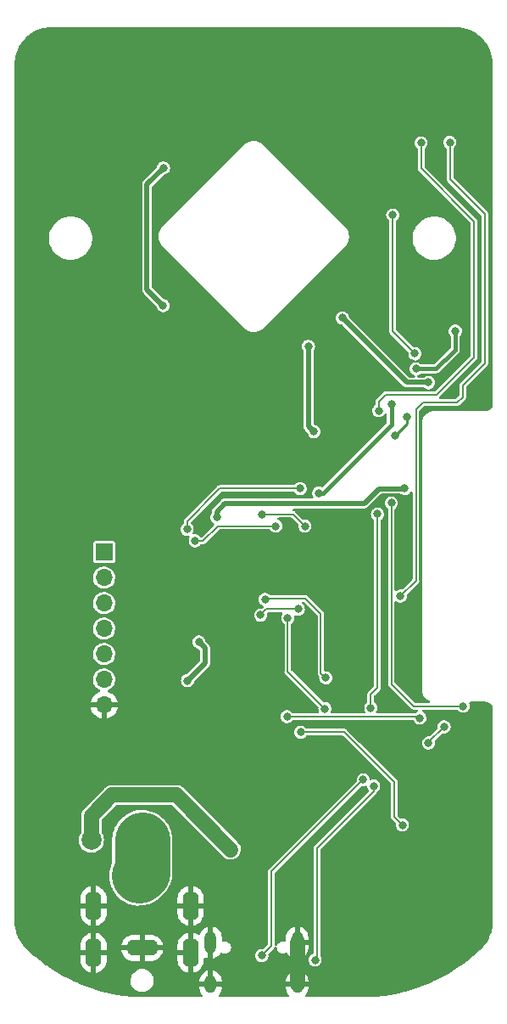
<source format=gbr>
%TF.GenerationSoftware,KiCad,Pcbnew,(6.0.4-0)*%
%TF.CreationDate,2022-06-27T19:51:18+02:00*%
%TF.ProjectId,GlowTowerPCB,476c6f77-546f-4776-9572-5043422e6b69,rev?*%
%TF.SameCoordinates,Original*%
%TF.FileFunction,Copper,L2,Bot*%
%TF.FilePolarity,Positive*%
%FSLAX46Y46*%
G04 Gerber Fmt 4.6, Leading zero omitted, Abs format (unit mm)*
G04 Created by KiCad (PCBNEW (6.0.4-0)) date 2022-06-27 19:51:18*
%MOMM*%
%LPD*%
G01*
G04 APERTURE LIST*
%TA.AperFunction,ComponentPad*%
%ADD10R,1.700000X1.700000*%
%TD*%
%TA.AperFunction,ComponentPad*%
%ADD11O,1.700000X1.700000*%
%TD*%
%TA.AperFunction,ComponentPad*%
%ADD12O,1.600000X3.000000*%
%TD*%
%TA.AperFunction,ComponentPad*%
%ADD13O,3.200000X1.600000*%
%TD*%
%TA.AperFunction,ComponentPad*%
%ADD14C,2.300000*%
%TD*%
%TA.AperFunction,ComponentPad*%
%ADD15O,1.200000X1.800000*%
%TD*%
%TA.AperFunction,ComponentPad*%
%ADD16O,1.200000X2.200000*%
%TD*%
%TA.AperFunction,ComponentPad*%
%ADD17C,2.000000*%
%TD*%
%TA.AperFunction,ViaPad*%
%ADD18C,0.800000*%
%TD*%
%TA.AperFunction,Conductor*%
%ADD19C,5.500000*%
%TD*%
%TA.AperFunction,Conductor*%
%ADD20C,0.160000*%
%TD*%
%TA.AperFunction,Conductor*%
%ADD21C,2.000000*%
%TD*%
%TA.AperFunction,Conductor*%
%ADD22C,1.500000*%
%TD*%
%TA.AperFunction,Conductor*%
%ADD23C,0.500000*%
%TD*%
%TA.AperFunction,Conductor*%
%ADD24C,0.250000*%
%TD*%
%TA.AperFunction,Conductor*%
%ADD25C,0.400000*%
%TD*%
G04 APERTURE END LIST*
D10*
%TO.P,J1,1,Pin_1*%
%TO.N,IO12{slash}MISO*%
X59060000Y-91310000D03*
D11*
%TO.P,J1,2,Pin_2*%
%TO.N,IO13{slash}MOSI*%
X59060000Y-93850000D03*
%TO.P,J1,3,Pin_3*%
%TO.N,IO25{slash}A1{slash}DAC1*%
X59060000Y-96390000D03*
%TO.P,J1,4,Pin_4*%
%TO.N,IO26{slash}A0{slash}DAC2*%
X59060000Y-98930000D03*
%TO.P,J1,5,Pin_5*%
%TO.N,+3V3*%
X59060000Y-101470000D03*
%TO.P,J1,6,Pin_6*%
%TO.N,+5V*%
X59060000Y-104010000D03*
%TO.P,J1,7,Pin_7*%
%TO.N,GND*%
X59060000Y-106550000D03*
%TD*%
D12*
%TO.P,PWR1,1,1*%
%TO.N,GND*%
X58006741Y-131266604D03*
X58006741Y-126566579D03*
X67706767Y-126566579D03*
X67706767Y-131266604D03*
D13*
%TO.P,PWR1,2,2*%
X62856627Y-130766477D03*
D14*
%TO.P,PWR1,3,3*%
%TO.N,Net-(F2-Pad2)*%
X62856627Y-123066452D03*
%TD*%
D15*
%TO.P,USB1,SHELL,SHELL*%
%TO.N,GND*%
X69699959Y-134412494D03*
X78340041Y-134412494D03*
D16*
X69699959Y-130232408D03*
X78340041Y-130232408D03*
%TD*%
D17*
%TO.P,F2,1,1*%
%TO.N,+5V*%
X57789865Y-120029876D03*
%TO.P,F2,2,2*%
%TO.N,Net-(F2-Pad2)*%
X62869875Y-120029876D03*
%TD*%
D18*
%TO.N,GND*%
X72680000Y-78250000D03*
X64910000Y-49680000D03*
X71160000Y-78350000D03*
X65050000Y-101890000D03*
X66720000Y-68840000D03*
X83520000Y-103340000D03*
X82240000Y-94640000D03*
X83491860Y-101697402D03*
X71310000Y-104130000D03*
X63910000Y-97670000D03*
X88570000Y-113010000D03*
X61180000Y-109580000D03*
X81580000Y-51070000D03*
X72750000Y-79800000D03*
X81560000Y-123780000D03*
X61150000Y-108200000D03*
X84390000Y-94570000D03*
X71450000Y-79720000D03*
X76580000Y-102020000D03*
X84660000Y-97960000D03*
X81280000Y-69030000D03*
X63910000Y-88510000D03*
X61180000Y-111070000D03*
X87070000Y-118480000D03*
%TO.N,+3V3*%
X68520000Y-100270000D03*
X89090000Y-84960000D03*
X88145415Y-79664585D03*
X67390000Y-104120000D03*
X88850000Y-118510000D03*
X89340000Y-77820000D03*
X78680000Y-109270000D03*
X70300000Y-87850000D03*
%TO.N,+5V*%
X71710000Y-120970000D03*
%TO.N,IO15{slash}WS*%
X75130000Y-96020000D03*
X81190000Y-103840000D03*
%TO.N,IO14{slash}SCK*%
X81100000Y-106910000D03*
X77400000Y-97890000D03*
X74850000Y-87520000D03*
X79110000Y-88710000D03*
%TO.N,IO32{slash}SD*%
X86360000Y-87510000D03*
X85689986Y-106829882D03*
%TO.N,RESET*%
X86490000Y-77200000D03*
X94930000Y-106670000D03*
X87740000Y-86400000D03*
X90710000Y-50510000D03*
%TO.N,IO25{slash}A1{slash}DAC1*%
X78640000Y-84970000D03*
X67350000Y-89040000D03*
%TO.N,IO26{slash}A0{slash}DAC2*%
X76220000Y-88710000D03*
X68160000Y-90180000D03*
%TO.N,LED1 DATA OUT*%
X91460000Y-74390000D03*
X82860000Y-67960000D03*
%TO.N,IO0*%
X88660000Y-95690000D03*
X77330000Y-107720000D03*
X74690000Y-97590000D03*
X78450000Y-96990000D03*
X93590000Y-50450000D03*
X90600000Y-107840000D03*
%TO.N,IO16{slash}LED1*%
X94130000Y-69260000D03*
X90210000Y-73020000D03*
X87760000Y-76580000D03*
X80500000Y-85420000D03*
%TO.N,USB-C DATA+*%
X74810000Y-131540000D03*
X84930000Y-114000000D03*
%TO.N,USB-C DATA-*%
X85980000Y-114630000D03*
X80130000Y-131980000D03*
%TO.N,DTR*%
X93010000Y-108740000D03*
X91460000Y-110350000D03*
%TO.N,Net-(U6-Pad2)*%
X64960000Y-66720000D03*
X64990000Y-53000000D03*
%TO.N,IO33{slash}MAINBUTTON*%
X87880000Y-57690000D03*
X79470000Y-70780000D03*
X90090000Y-71500000D03*
X80025150Y-79304850D03*
%TD*%
D19*
%TO.N,GND*%
X63910000Y-97670000D02*
X63910000Y-88510000D01*
D20*
X90120000Y-119850000D02*
X90860000Y-119110000D01*
X90860000Y-115300000D02*
X88570000Y-113010000D01*
D19*
X61180000Y-111070000D02*
X63910000Y-108340000D01*
D20*
X83491860Y-101697402D02*
X83491860Y-99128140D01*
D21*
X79617900Y-90547900D02*
X79617900Y-92017900D01*
D20*
X88040000Y-119850000D02*
X90120000Y-119850000D01*
D21*
X84320000Y-94640000D02*
X84390000Y-94570000D01*
D20*
X81770000Y-123780000D02*
X81560000Y-123780000D01*
D21*
X71032100Y-90547900D02*
X63910000Y-97670000D01*
D19*
X68180000Y-78350000D02*
X66600000Y-79930000D01*
D20*
X83520000Y-103340000D02*
X83491860Y-103311860D01*
D21*
X60510000Y-54080000D02*
X64910000Y-49680000D01*
X82240000Y-94640000D02*
X84320000Y-94640000D01*
X60510000Y-69230000D02*
X66600000Y-75320000D01*
D19*
X63910000Y-82620000D02*
X66600000Y-79930000D01*
D20*
X87070000Y-118480000D02*
X87070000Y-118880000D01*
D21*
X66720000Y-68840000D02*
X69440000Y-71560000D01*
D19*
X71160000Y-78350000D02*
X68180000Y-78350000D01*
D21*
X72680000Y-78250000D02*
X72680000Y-78490000D01*
D20*
X76580000Y-102020000D02*
X74470000Y-104130000D01*
D21*
X85520000Y-66060000D02*
X85520000Y-54580000D01*
D20*
X87070000Y-118480000D02*
X81770000Y-123780000D01*
D21*
X71450000Y-79720000D02*
X71450000Y-76310000D01*
D22*
X78353733Y-134406000D02*
X78353733Y-130226000D01*
D21*
X79820000Y-67940000D02*
X81700000Y-66060000D01*
X60510000Y-56230000D02*
X60510000Y-54080000D01*
X60510000Y-56230000D02*
X60510000Y-69230000D01*
D19*
X71450000Y-78640000D02*
X71450000Y-79720000D01*
D21*
X66600000Y-75320000D02*
X66600000Y-79930000D01*
X69440000Y-77090000D02*
X68180000Y-78350000D01*
X85520000Y-54580000D02*
X82010000Y-51070000D01*
X71450000Y-76310000D02*
X79820000Y-67940000D01*
D20*
X74470000Y-104130000D02*
X71310000Y-104130000D01*
D21*
X69440000Y-71560000D02*
X69440000Y-77090000D01*
D20*
X87070000Y-118880000D02*
X88040000Y-119850000D01*
D21*
X79617900Y-90547900D02*
X71032100Y-90547900D01*
X81700000Y-66060000D02*
X85520000Y-66060000D01*
D20*
X83491860Y-103311860D02*
X83491860Y-101697402D01*
D21*
X81280000Y-69030000D02*
X80190000Y-67940000D01*
X80190000Y-67940000D02*
X79820000Y-67940000D01*
D20*
X90860000Y-119110000D02*
X90860000Y-115300000D01*
D19*
X63910000Y-88510000D02*
X63910000Y-82620000D01*
D21*
X82010000Y-51070000D02*
X81580000Y-51070000D01*
X79617900Y-92017900D02*
X82240000Y-94640000D01*
X72680000Y-78490000D02*
X71450000Y-79720000D01*
D19*
X71160000Y-78350000D02*
X71450000Y-78640000D01*
D21*
X81767650Y-90547900D02*
X79617900Y-90547900D01*
D20*
X83491860Y-99128140D02*
X84660000Y-97960000D01*
D19*
X63910000Y-108340000D02*
X63910000Y-97670000D01*
D23*
%TO.N,+3V3*%
X67390000Y-104120000D02*
X69130000Y-102380000D01*
X85038609Y-86440000D02*
X86498609Y-84980000D01*
X70300000Y-87850000D02*
X70300000Y-87280000D01*
D20*
X88850000Y-118510000D02*
X88040000Y-117700000D01*
X83060000Y-109270000D02*
X78680000Y-109270000D01*
D23*
X71140000Y-86440000D02*
X85038609Y-86440000D01*
X69130000Y-102380000D02*
X69130000Y-100880000D01*
D24*
X89340000Y-77820000D02*
X89340000Y-78470000D01*
X89340000Y-78470000D02*
X88145415Y-79664585D01*
D20*
X88040000Y-114250000D02*
X83060000Y-109270000D01*
X88040000Y-117700000D02*
X88040000Y-114250000D01*
D23*
X70300000Y-87280000D02*
X71140000Y-86440000D01*
X69130000Y-100880000D02*
X68520000Y-100270000D01*
X86498609Y-84980000D02*
X89070000Y-84980000D01*
X89070000Y-84980000D02*
X89090000Y-84960000D01*
D22*
%TO.N,+5V*%
X59850000Y-115540000D02*
X57789865Y-117600135D01*
X71710000Y-120970000D02*
X66280000Y-115540000D01*
X57789865Y-117600135D02*
X57789865Y-120029876D01*
X66280000Y-115540000D02*
X59850000Y-115540000D01*
D20*
%TO.N,IO15{slash}WS*%
X80710000Y-103360000D02*
X80710000Y-97480000D01*
X79140000Y-95910000D02*
X75240000Y-95910000D01*
X80710000Y-97480000D02*
X79140000Y-95910000D01*
X81190000Y-103840000D02*
X80710000Y-103360000D01*
X75240000Y-95910000D02*
X75130000Y-96020000D01*
%TO.N,IO14{slash}SCK*%
X81100000Y-106910000D02*
X77400000Y-103210000D01*
X77920000Y-87520000D02*
X74850000Y-87520000D01*
X77400000Y-103210000D02*
X77400000Y-97890000D01*
X79110000Y-88710000D02*
X77920000Y-87520000D01*
%TO.N,IO32{slash}SD*%
X86360000Y-104800000D02*
X86360000Y-87510000D01*
X85689986Y-106829882D02*
X85689986Y-105470014D01*
X85689986Y-105470014D02*
X86360000Y-104800000D01*
%TO.N,RESET*%
X86490000Y-77200000D02*
X86490000Y-76320000D01*
X95980000Y-58320000D02*
X90710000Y-53050000D01*
X87740000Y-104460000D02*
X87740000Y-86400000D01*
X94930000Y-106670000D02*
X89950000Y-106670000D01*
X90710000Y-53050000D02*
X90710000Y-50510000D01*
X87210000Y-75600000D02*
X92290975Y-75600000D01*
X89950000Y-106670000D02*
X87740000Y-104460000D01*
X86490000Y-76320000D02*
X87210000Y-75600000D01*
X95980000Y-71910975D02*
X95980000Y-58320000D01*
X92290975Y-75600000D02*
X95980000Y-71910975D01*
%TO.N,IO25{slash}A1{slash}DAC1*%
X67350000Y-88210000D02*
X70370000Y-85190000D01*
X70370000Y-85190000D02*
X70590000Y-84970000D01*
X67350000Y-89040000D02*
X67350000Y-88210000D01*
X70590000Y-84970000D02*
X78640000Y-84970000D01*
%TO.N,IO26{slash}A0{slash}DAC2*%
X70400975Y-88710000D02*
X76220000Y-88710000D01*
X68160000Y-90180000D02*
X68930975Y-90180000D01*
X68930975Y-90180000D02*
X70400975Y-88710000D01*
D23*
%TO.N,LED1 DATA OUT*%
X89290000Y-74390000D02*
X82860000Y-67960000D01*
X91460000Y-74390000D02*
X89290000Y-74390000D01*
D20*
%TO.N,IO0*%
X97060000Y-72530000D02*
X94870000Y-74720000D01*
X91676834Y-76390000D02*
X91666834Y-76380000D01*
X90200000Y-77080000D02*
X90200000Y-94150000D01*
X78450000Y-96990000D02*
X75290000Y-96990000D01*
X75290000Y-96990000D02*
X74690000Y-97590000D01*
X94330000Y-76390000D02*
X91676834Y-76390000D01*
X93590000Y-54090000D02*
X97060000Y-57560000D01*
X97060000Y-57560000D02*
X97060000Y-72530000D01*
X91666834Y-76380000D02*
X90900000Y-76380000D01*
X94870000Y-75850000D02*
X94330000Y-76390000D01*
X94870000Y-74720000D02*
X94870000Y-75850000D01*
X93590000Y-50450000D02*
X93590000Y-54090000D01*
X90600000Y-107840000D02*
X90480000Y-107720000D01*
X90200000Y-94150000D02*
X88660000Y-95690000D01*
X90900000Y-76380000D02*
X90200000Y-77080000D01*
X90480000Y-107720000D02*
X77330000Y-107720000D01*
D25*
%TO.N,IO16{slash}LED1*%
X93930000Y-71310000D02*
X94130000Y-71110000D01*
X94130000Y-71110000D02*
X94130000Y-69260000D01*
X80500000Y-85420000D02*
X80910000Y-85420000D01*
X80910000Y-85420000D02*
X87760000Y-78570000D01*
X87760000Y-78570000D02*
X87760000Y-76580000D01*
X90210000Y-73020000D02*
X92220000Y-73020000D01*
X92220000Y-73020000D02*
X93930000Y-71310000D01*
D20*
%TO.N,USB-C DATA+*%
X75780000Y-130570000D02*
X75780000Y-129310000D01*
X75780000Y-123150000D02*
X84930000Y-114000000D01*
X75780000Y-129310000D02*
X75780000Y-123150000D01*
X74810000Y-131540000D02*
X75780000Y-130570000D01*
%TO.N,USB-C DATA-*%
X80130000Y-131980000D02*
X80310000Y-131800000D01*
X85980000Y-115150000D02*
X85980000Y-114630000D01*
X80310000Y-120820000D02*
X85980000Y-115150000D01*
X80310000Y-131800000D02*
X80310000Y-120820000D01*
%TO.N,DTR*%
X91460000Y-110290000D02*
X91460000Y-110350000D01*
X93010000Y-108740000D02*
X91460000Y-110290000D01*
D19*
%TO.N,Net-(F2-Pad2)*%
X62869875Y-123250125D02*
X62569997Y-123550003D01*
X62869875Y-120029876D02*
X62869875Y-123250125D01*
D23*
%TO.N,Net-(U6-Pad2)*%
X63350000Y-54640000D02*
X64990000Y-53000000D01*
X63350000Y-58630000D02*
X63350000Y-54640000D01*
X63350000Y-58630000D02*
X63350000Y-65110000D01*
X63350000Y-65110000D02*
X64960000Y-66720000D01*
%TO.N,IO33{slash}MAINBUTTON*%
X79470000Y-70780000D02*
X79470000Y-78749700D01*
D20*
X87870000Y-62900000D02*
X87870000Y-69280000D01*
X87880000Y-57690000D02*
X87880000Y-62890000D01*
X87880000Y-62890000D02*
X87870000Y-62900000D01*
X87870000Y-69280000D02*
X90090000Y-71500000D01*
D23*
X79470000Y-78749700D02*
X80025150Y-79304850D01*
%TD*%
%TA.AperFunction,Conductor*%
%TO.N,GND*%
G36*
X94161529Y-38943115D02*
G01*
X94176969Y-38945837D01*
X94187823Y-38943923D01*
X94195460Y-38943923D01*
X94211664Y-38942905D01*
X94482449Y-38956205D01*
X94533407Y-38958708D01*
X94545713Y-38959919D01*
X94892627Y-39011373D01*
X94904738Y-39013783D01*
X95244912Y-39098986D01*
X95256740Y-39102573D01*
X95586941Y-39220712D01*
X95598366Y-39225444D01*
X95915391Y-39375376D01*
X95926273Y-39381191D01*
X96227082Y-39561476D01*
X96237363Y-39568345D01*
X96519052Y-39777245D01*
X96528610Y-39785089D01*
X96788456Y-40020580D01*
X96797199Y-40029322D01*
X97032725Y-40289161D01*
X97040556Y-40298703D01*
X97249484Y-40580381D01*
X97256349Y-40590654D01*
X97367269Y-40775693D01*
X97436653Y-40891439D01*
X97442482Y-40902342D01*
X97592446Y-41219367D01*
X97597173Y-41230780D01*
X97715334Y-41560956D01*
X97718924Y-41572788D01*
X97804155Y-41912959D01*
X97806568Y-41925085D01*
X97858049Y-42271971D01*
X97859262Y-42284276D01*
X97875094Y-42606069D01*
X97874084Y-42622160D01*
X97874085Y-42629867D01*
X97872171Y-42640724D01*
X97874086Y-42651579D01*
X97874891Y-42656140D01*
X97876807Y-42678032D01*
X97876747Y-57148364D01*
X97876668Y-76482299D01*
X97874755Y-76504170D01*
X97872032Y-76519610D01*
X97873945Y-76530463D01*
X97873945Y-76541069D01*
X97873338Y-76553413D01*
X97869368Y-76593723D01*
X97864443Y-76643719D01*
X97859623Y-76667947D01*
X97827021Y-76775411D01*
X97817568Y-76798231D01*
X97764626Y-76897272D01*
X97750904Y-76917808D01*
X97679659Y-77004617D01*
X97662192Y-77022083D01*
X97575380Y-77093324D01*
X97554841Y-77107047D01*
X97455799Y-77159982D01*
X97432979Y-77169434D01*
X97398164Y-77179994D01*
X97332206Y-77200000D01*
X97325513Y-77202030D01*
X97301289Y-77206848D01*
X97210523Y-77215785D01*
X97198170Y-77216391D01*
X97188035Y-77216391D01*
X97177175Y-77214475D01*
X97161734Y-77217197D01*
X97139860Y-77219111D01*
X94634377Y-77219100D01*
X92128897Y-77219090D01*
X92107021Y-77217176D01*
X92106920Y-77217158D01*
X92091582Y-77214454D01*
X92085364Y-77215550D01*
X91887511Y-77231124D01*
X91882689Y-77232282D01*
X91882687Y-77232282D01*
X91827509Y-77245530D01*
X91688465Y-77278913D01*
X91683887Y-77280809D01*
X91683885Y-77280810D01*
X91503921Y-77355355D01*
X91503916Y-77355358D01*
X91499345Y-77357251D01*
X91495126Y-77359837D01*
X91495121Y-77359839D01*
X91451359Y-77386657D01*
X91324808Y-77464208D01*
X91169152Y-77597152D01*
X91165944Y-77600908D01*
X91096748Y-77681926D01*
X91036208Y-77752808D01*
X90929251Y-77927345D01*
X90927358Y-77931916D01*
X90927355Y-77931921D01*
X90914861Y-77962084D01*
X90850913Y-78116465D01*
X90803124Y-78315511D01*
X90791930Y-78457721D01*
X90791535Y-78460191D01*
X90791699Y-78460207D01*
X90791082Y-78466500D01*
X90791082Y-78468474D01*
X90791074Y-78468606D01*
X90787557Y-78513282D01*
X90786446Y-78519582D01*
X90788360Y-78530437D01*
X90788360Y-78530438D01*
X90789168Y-78535019D01*
X90791082Y-78556899D01*
X90791036Y-89651190D01*
X90790974Y-104889733D01*
X90789059Y-104911615D01*
X90788252Y-104916189D01*
X90788252Y-104916192D01*
X90786338Y-104927045D01*
X90787564Y-104934000D01*
X90790651Y-104973242D01*
X90801075Y-105105760D01*
X90803069Y-105131114D01*
X90804225Y-105135930D01*
X90844897Y-105305369D01*
X90850847Y-105330158D01*
X90852741Y-105334732D01*
X90852743Y-105334737D01*
X90896657Y-105440765D01*
X90929174Y-105519278D01*
X90931761Y-105523499D01*
X90931762Y-105523502D01*
X90952435Y-105557240D01*
X91036123Y-105693817D01*
X91169058Y-105849476D01*
X91324707Y-105982422D01*
X91499238Y-106089383D01*
X91503810Y-106091277D01*
X91503812Y-106091278D01*
X91517850Y-106097093D01*
X91573129Y-106141642D01*
X91595548Y-106209007D01*
X91577988Y-106277797D01*
X91526024Y-106326174D01*
X91469628Y-106339500D01*
X90139088Y-106339500D01*
X90070967Y-106319498D01*
X90049993Y-106302595D01*
X88107405Y-104360007D01*
X88073379Y-104297695D01*
X88070500Y-104270912D01*
X88070500Y-96317961D01*
X88090502Y-96249840D01*
X88144158Y-96203347D01*
X88214432Y-96193243D01*
X88269489Y-96215254D01*
X88274789Y-96219020D01*
X88280410Y-96224135D01*
X88347389Y-96260502D01*
X88412099Y-96295637D01*
X88412101Y-96295638D01*
X88418776Y-96299262D01*
X88426125Y-96301190D01*
X88563719Y-96337287D01*
X88563721Y-96337287D01*
X88571069Y-96339215D01*
X88654380Y-96340524D01*
X88720898Y-96341569D01*
X88720901Y-96341569D01*
X88728495Y-96341688D01*
X88881968Y-96306538D01*
X89022625Y-96235795D01*
X89077894Y-96188591D01*
X89136574Y-96138474D01*
X89136576Y-96138471D01*
X89142348Y-96133542D01*
X89234224Y-96005683D01*
X89292950Y-95859598D01*
X89315134Y-95703723D01*
X89315278Y-95690000D01*
X89311813Y-95661362D01*
X89302363Y-95583275D01*
X89314036Y-95513245D01*
X89338355Y-95479043D01*
X90419607Y-94397791D01*
X90427711Y-94390364D01*
X90448638Y-94372804D01*
X90457083Y-94365718D01*
X90462594Y-94356173D01*
X90462597Y-94356169D01*
X90476255Y-94332512D01*
X90482161Y-94323242D01*
X90497831Y-94300863D01*
X90497833Y-94300859D01*
X90504155Y-94291830D01*
X90507009Y-94281182D01*
X90508579Y-94277814D01*
X90509848Y-94274327D01*
X90515359Y-94264781D01*
X90517273Y-94253927D01*
X90517274Y-94253924D01*
X90522019Y-94227018D01*
X90524397Y-94216290D01*
X90531469Y-94189896D01*
X90531469Y-94189892D01*
X90534321Y-94179249D01*
X90530979Y-94141049D01*
X90530500Y-94130068D01*
X90530500Y-77269089D01*
X90550502Y-77200968D01*
X90567404Y-77179994D01*
X90999992Y-76747405D01*
X91062305Y-76713380D01*
X91089088Y-76710500D01*
X91579417Y-76710500D01*
X91612029Y-76714794D01*
X91630693Y-76719795D01*
X91647584Y-76724321D01*
X91658569Y-76723360D01*
X91658571Y-76723360D01*
X91685769Y-76720980D01*
X91696751Y-76720500D01*
X94310082Y-76720500D01*
X94321064Y-76720980D01*
X94348264Y-76723360D01*
X94348265Y-76723360D01*
X94359249Y-76724321D01*
X94369900Y-76721467D01*
X94369902Y-76721467D01*
X94396290Y-76714397D01*
X94407018Y-76712019D01*
X94433924Y-76707274D01*
X94433927Y-76707273D01*
X94444781Y-76705359D01*
X94454327Y-76699848D01*
X94457814Y-76698579D01*
X94461182Y-76697009D01*
X94471830Y-76694155D01*
X94480859Y-76687833D01*
X94480863Y-76687831D01*
X94503242Y-76672161D01*
X94512512Y-76666255D01*
X94536169Y-76652597D01*
X94536173Y-76652594D01*
X94545718Y-76647083D01*
X94570359Y-76617717D01*
X94577785Y-76609613D01*
X95089607Y-76097790D01*
X95097712Y-76090363D01*
X95118639Y-76072803D01*
X95127083Y-76065718D01*
X95132593Y-76056175D01*
X95132596Y-76056171D01*
X95146258Y-76032507D01*
X95152164Y-76023236D01*
X95167833Y-76000859D01*
X95167833Y-76000858D01*
X95174155Y-75991830D01*
X95177008Y-75981185D01*
X95178575Y-75977824D01*
X95179847Y-75974329D01*
X95185359Y-75964781D01*
X95192017Y-75927020D01*
X95194397Y-75916287D01*
X95201466Y-75889904D01*
X95204321Y-75879250D01*
X95202382Y-75857083D01*
X95200980Y-75841065D01*
X95200500Y-75830083D01*
X95200500Y-74909088D01*
X95220502Y-74840967D01*
X95237405Y-74819993D01*
X97279607Y-72777791D01*
X97287711Y-72770364D01*
X97308638Y-72752804D01*
X97317083Y-72745718D01*
X97322594Y-72736173D01*
X97322597Y-72736169D01*
X97336255Y-72712512D01*
X97342161Y-72703242D01*
X97357831Y-72680863D01*
X97357833Y-72680859D01*
X97364155Y-72671830D01*
X97367009Y-72661182D01*
X97368579Y-72657814D01*
X97369848Y-72654327D01*
X97375359Y-72644781D01*
X97377273Y-72633927D01*
X97377274Y-72633924D01*
X97382019Y-72607018D01*
X97384397Y-72596290D01*
X97391469Y-72569896D01*
X97391469Y-72569892D01*
X97394321Y-72559249D01*
X97390979Y-72521049D01*
X97390500Y-72510068D01*
X97390500Y-57579917D01*
X97390980Y-57568935D01*
X97393360Y-57541737D01*
X97393360Y-57541735D01*
X97394321Y-57530750D01*
X97390025Y-57514716D01*
X97384397Y-57493713D01*
X97382017Y-57482980D01*
X97377273Y-57456076D01*
X97375359Y-57445219D01*
X97369847Y-57435671D01*
X97368575Y-57432176D01*
X97367008Y-57428815D01*
X97364155Y-57418170D01*
X97357833Y-57409141D01*
X97357831Y-57409137D01*
X97342161Y-57386758D01*
X97336255Y-57377488D01*
X97322597Y-57353831D01*
X97322594Y-57353827D01*
X97317083Y-57344282D01*
X97287711Y-57319636D01*
X97279607Y-57312209D01*
X93957405Y-53990007D01*
X93923379Y-53927695D01*
X93920500Y-53900912D01*
X93920500Y-51081319D01*
X93940502Y-51013198D01*
X93964667Y-50985510D01*
X94072348Y-50893542D01*
X94164224Y-50765683D01*
X94222950Y-50619598D01*
X94239133Y-50505892D01*
X94244553Y-50467807D01*
X94244553Y-50467804D01*
X94245134Y-50463723D01*
X94245278Y-50450000D01*
X94226363Y-50293694D01*
X94191091Y-50200348D01*
X94173394Y-50153514D01*
X94173393Y-50153511D01*
X94170710Y-50146412D01*
X94081531Y-50016657D01*
X94026956Y-49968032D01*
X93969648Y-49916972D01*
X93969645Y-49916970D01*
X93963976Y-49911919D01*
X93938151Y-49898245D01*
X93869205Y-49861740D01*
X93824831Y-49838245D01*
X93808122Y-49834048D01*
X93679498Y-49801740D01*
X93679496Y-49801740D01*
X93672128Y-49799889D01*
X93664530Y-49799849D01*
X93664528Y-49799849D01*
X93597319Y-49799497D01*
X93514684Y-49799065D01*
X93507305Y-49800837D01*
X93507301Y-49800837D01*
X93368967Y-49834048D01*
X93368963Y-49834049D01*
X93361588Y-49835820D01*
X93221679Y-49908032D01*
X93215957Y-49913024D01*
X93215955Y-49913025D01*
X93108759Y-50006538D01*
X93108756Y-50006541D01*
X93103034Y-50011533D01*
X93012501Y-50140348D01*
X92955309Y-50287039D01*
X92954318Y-50294568D01*
X92943470Y-50376968D01*
X92934758Y-50443138D01*
X92952035Y-50599633D01*
X93006143Y-50747490D01*
X93010380Y-50753796D01*
X93010382Y-50753799D01*
X93041666Y-50800354D01*
X93093958Y-50878172D01*
X93207426Y-50981420D01*
X93207427Y-50981421D01*
X93210410Y-50984135D01*
X93209958Y-50984632D01*
X93250429Y-51035994D01*
X93259500Y-51082936D01*
X93259500Y-54070082D01*
X93259020Y-54081064D01*
X93255679Y-54119249D01*
X93258533Y-54129900D01*
X93258533Y-54129902D01*
X93265603Y-54156290D01*
X93267981Y-54167018D01*
X93272726Y-54193924D01*
X93272727Y-54193927D01*
X93274641Y-54204781D01*
X93280152Y-54214327D01*
X93281421Y-54217814D01*
X93282991Y-54221182D01*
X93285845Y-54231830D01*
X93292167Y-54240859D01*
X93292169Y-54240863D01*
X93307839Y-54263242D01*
X93313745Y-54272512D01*
X93327403Y-54296169D01*
X93327406Y-54296173D01*
X93332917Y-54305718D01*
X93341362Y-54312804D01*
X93362289Y-54330364D01*
X93370393Y-54337791D01*
X96692595Y-57659993D01*
X96726621Y-57722305D01*
X96729500Y-57749088D01*
X96729500Y-72340912D01*
X96709498Y-72409033D01*
X96692595Y-72430007D01*
X94650393Y-74472209D01*
X94642289Y-74479636D01*
X94612917Y-74504282D01*
X94607406Y-74513827D01*
X94607403Y-74513831D01*
X94593745Y-74537488D01*
X94587839Y-74546758D01*
X94572169Y-74569137D01*
X94572167Y-74569141D01*
X94565845Y-74578170D01*
X94562991Y-74588818D01*
X94561421Y-74592186D01*
X94560152Y-74595673D01*
X94554641Y-74605219D01*
X94552727Y-74616073D01*
X94552726Y-74616076D01*
X94547981Y-74642982D01*
X94545603Y-74653710D01*
X94538533Y-74680098D01*
X94535679Y-74690751D01*
X94537525Y-74711849D01*
X94539020Y-74728936D01*
X94539500Y-74739918D01*
X94539500Y-75660912D01*
X94519498Y-75729033D01*
X94502595Y-75750008D01*
X94230006Y-76022596D01*
X94167694Y-76056621D01*
X94140911Y-76059500D01*
X92607053Y-76059500D01*
X92538932Y-76039498D01*
X92492439Y-75985842D01*
X92482335Y-75915568D01*
X92510531Y-75852509D01*
X92531339Y-75827711D01*
X92538766Y-75819607D01*
X96199607Y-72158766D01*
X96207711Y-72151339D01*
X96228638Y-72133779D01*
X96237083Y-72126693D01*
X96242594Y-72117148D01*
X96242597Y-72117144D01*
X96256255Y-72093487D01*
X96262161Y-72084217D01*
X96277831Y-72061838D01*
X96277833Y-72061834D01*
X96284155Y-72052805D01*
X96287008Y-72042160D01*
X96288575Y-72038799D01*
X96289847Y-72035304D01*
X96295359Y-72025756D01*
X96302017Y-71987995D01*
X96304397Y-71977262D01*
X96311466Y-71950879D01*
X96314321Y-71940225D01*
X96313267Y-71928172D01*
X96310980Y-71902040D01*
X96310500Y-71891058D01*
X96310500Y-58339920D01*
X96310979Y-58328939D01*
X96313360Y-58301726D01*
X96313360Y-58301725D01*
X96314320Y-58290750D01*
X96310367Y-58275994D01*
X96304399Y-58253721D01*
X96302020Y-58242993D01*
X96297273Y-58216074D01*
X96295359Y-58205219D01*
X96289848Y-58195675D01*
X96288581Y-58192193D01*
X96287008Y-58188820D01*
X96284155Y-58178170D01*
X96262162Y-58146760D01*
X96256258Y-58137493D01*
X96242596Y-58113829D01*
X96242593Y-58113825D01*
X96237083Y-58104282D01*
X96207704Y-58079630D01*
X96199601Y-58072204D01*
X91077405Y-52950007D01*
X91043379Y-52887695D01*
X91040500Y-52860912D01*
X91040500Y-51141319D01*
X91060502Y-51073198D01*
X91084667Y-51045510D01*
X91192348Y-50953542D01*
X91284224Y-50825683D01*
X91342950Y-50679598D01*
X91365134Y-50523723D01*
X91365278Y-50510000D01*
X91346363Y-50353694D01*
X91321007Y-50286591D01*
X91293394Y-50213514D01*
X91293393Y-50213511D01*
X91290710Y-50206412D01*
X91201531Y-50076657D01*
X91128438Y-50011533D01*
X91089648Y-49976972D01*
X91089645Y-49976970D01*
X91083976Y-49971919D01*
X90944831Y-49898245D01*
X90928122Y-49894048D01*
X90799498Y-49861740D01*
X90799496Y-49861740D01*
X90792128Y-49859889D01*
X90784530Y-49859849D01*
X90784528Y-49859849D01*
X90717319Y-49859497D01*
X90634684Y-49859065D01*
X90627305Y-49860837D01*
X90627301Y-49860837D01*
X90488967Y-49894048D01*
X90488963Y-49894049D01*
X90481588Y-49895820D01*
X90341679Y-49968032D01*
X90335957Y-49973024D01*
X90335955Y-49973025D01*
X90228759Y-50066538D01*
X90228756Y-50066541D01*
X90223034Y-50071533D01*
X90218667Y-50077747D01*
X90165417Y-50153514D01*
X90132501Y-50200348D01*
X90075309Y-50347039D01*
X90074318Y-50354568D01*
X90059923Y-50463908D01*
X90054758Y-50503138D01*
X90072035Y-50659633D01*
X90126143Y-50807490D01*
X90130380Y-50813796D01*
X90130382Y-50813799D01*
X90169402Y-50871866D01*
X90213958Y-50938172D01*
X90327426Y-51041420D01*
X90327427Y-51041421D01*
X90330410Y-51044135D01*
X90329958Y-51044632D01*
X90370429Y-51095994D01*
X90379500Y-51142936D01*
X90379500Y-53030082D01*
X90379020Y-53041064D01*
X90375679Y-53079249D01*
X90378533Y-53089900D01*
X90378533Y-53089902D01*
X90385603Y-53116290D01*
X90387981Y-53127018D01*
X90392726Y-53153924D01*
X90392727Y-53153927D01*
X90394641Y-53164781D01*
X90400152Y-53174327D01*
X90401421Y-53177814D01*
X90402991Y-53181182D01*
X90405845Y-53191830D01*
X90412167Y-53200859D01*
X90412169Y-53200863D01*
X90427839Y-53223242D01*
X90433745Y-53232512D01*
X90447403Y-53256169D01*
X90447406Y-53256173D01*
X90452917Y-53265718D01*
X90461362Y-53272804D01*
X90482289Y-53290364D01*
X90490393Y-53297791D01*
X95612595Y-58419992D01*
X95646621Y-58482304D01*
X95649500Y-58509087D01*
X95649500Y-71721887D01*
X95629498Y-71790008D01*
X95612595Y-71810982D01*
X92190982Y-75232595D01*
X92128670Y-75266621D01*
X92101887Y-75269500D01*
X91648351Y-75269500D01*
X91580230Y-75249498D01*
X91533737Y-75195842D01*
X91523633Y-75125568D01*
X91553127Y-75060988D01*
X91612853Y-75022604D01*
X91620221Y-75020680D01*
X91674565Y-75008234D01*
X91674569Y-75008233D01*
X91681968Y-75006538D01*
X91822625Y-74935795D01*
X91853895Y-74909088D01*
X91936574Y-74838474D01*
X91936576Y-74838471D01*
X91942348Y-74833542D01*
X92034224Y-74705683D01*
X92092950Y-74559598D01*
X92115134Y-74403723D01*
X92115278Y-74390000D01*
X92096363Y-74233694D01*
X92040710Y-74086412D01*
X91951531Y-73956657D01*
X91874649Y-73888157D01*
X91839648Y-73856972D01*
X91839645Y-73856970D01*
X91833976Y-73851919D01*
X91694831Y-73778245D01*
X91678122Y-73774048D01*
X91549498Y-73741740D01*
X91549496Y-73741740D01*
X91542128Y-73739889D01*
X91534530Y-73739849D01*
X91534528Y-73739849D01*
X91467319Y-73739497D01*
X91384684Y-73739065D01*
X91377305Y-73740837D01*
X91377301Y-73740837D01*
X91238967Y-73774048D01*
X91238963Y-73774049D01*
X91231588Y-73775820D01*
X91091679Y-73848032D01*
X91079737Y-73858450D01*
X91015257Y-73888157D01*
X90996909Y-73889500D01*
X90442013Y-73889500D01*
X90373892Y-73869498D01*
X90327399Y-73815842D01*
X90317295Y-73745568D01*
X90346789Y-73680988D01*
X90406515Y-73642604D01*
X90413884Y-73640680D01*
X90424563Y-73638234D01*
X90431968Y-73636538D01*
X90572625Y-73565795D01*
X90578397Y-73560866D01*
X90578399Y-73560864D01*
X90648854Y-73500689D01*
X90713644Y-73471658D01*
X90730685Y-73470500D01*
X92185780Y-73470500D01*
X92200589Y-73471373D01*
X92234310Y-73475364D01*
X92243574Y-73473672D01*
X92243575Y-73473672D01*
X92292001Y-73464828D01*
X92295904Y-73464178D01*
X92344645Y-73456850D01*
X92344646Y-73456850D01*
X92353962Y-73455449D01*
X92360475Y-73452321D01*
X92367573Y-73451025D01*
X92419647Y-73423975D01*
X92423137Y-73422232D01*
X92476079Y-73396809D01*
X92481365Y-73391923D01*
X92481413Y-73391890D01*
X92487788Y-73388579D01*
X92492828Y-73384275D01*
X92530055Y-73347048D01*
X92533621Y-73343618D01*
X92568641Y-73311246D01*
X92575556Y-73304854D01*
X92579249Y-73298495D01*
X92584766Y-73292337D01*
X94424350Y-71452753D01*
X94435439Y-71442899D01*
X94454711Y-71427706D01*
X94454715Y-71427702D01*
X94462110Y-71421872D01*
X94467464Y-71414125D01*
X94467468Y-71414121D01*
X94495477Y-71373596D01*
X94497758Y-71370402D01*
X94532635Y-71323183D01*
X94535029Y-71316366D01*
X94539131Y-71310431D01*
X94556812Y-71254525D01*
X94558060Y-71250785D01*
X94574400Y-71204255D01*
X94574401Y-71204252D01*
X94577520Y-71195369D01*
X94577803Y-71188184D01*
X94577817Y-71188111D01*
X94579980Y-71181270D01*
X94580500Y-71174663D01*
X94580500Y-71121994D01*
X94580597Y-71117048D01*
X94582151Y-71077490D01*
X94582838Y-71060006D01*
X94580954Y-71052900D01*
X94580500Y-71044653D01*
X94580500Y-69785954D01*
X94600502Y-69717833D01*
X94609955Y-69705586D01*
X94612348Y-69703542D01*
X94623393Y-69688172D01*
X94699793Y-69581849D01*
X94704224Y-69575683D01*
X94762950Y-69429598D01*
X94773902Y-69352642D01*
X94784553Y-69277807D01*
X94784553Y-69277804D01*
X94785134Y-69273723D01*
X94785202Y-69267254D01*
X94785235Y-69264134D01*
X94785235Y-69264128D01*
X94785278Y-69260000D01*
X94766363Y-69103694D01*
X94710710Y-68956412D01*
X94621531Y-68826657D01*
X94532912Y-68747700D01*
X94509648Y-68726972D01*
X94509645Y-68726970D01*
X94503976Y-68721919D01*
X94364831Y-68648245D01*
X94317160Y-68636271D01*
X94219498Y-68611740D01*
X94219496Y-68611740D01*
X94212128Y-68609889D01*
X94204530Y-68609849D01*
X94204528Y-68609849D01*
X94137319Y-68609497D01*
X94054684Y-68609065D01*
X94047305Y-68610837D01*
X94047301Y-68610837D01*
X93908967Y-68644048D01*
X93908963Y-68644049D01*
X93901588Y-68645820D01*
X93761679Y-68718032D01*
X93755957Y-68723024D01*
X93755955Y-68723025D01*
X93648759Y-68816538D01*
X93648756Y-68816541D01*
X93643034Y-68821533D01*
X93638667Y-68827747D01*
X93557215Y-68943641D01*
X93552501Y-68950348D01*
X93495309Y-69097039D01*
X93494318Y-69104568D01*
X93481766Y-69199911D01*
X93474758Y-69253138D01*
X93492035Y-69409633D01*
X93546143Y-69557490D01*
X93550380Y-69563796D01*
X93550382Y-69563799D01*
X93590709Y-69623811D01*
X93633958Y-69688172D01*
X93639575Y-69693283D01*
X93644542Y-69699038D01*
X93643210Y-69700187D01*
X93675223Y-69752765D01*
X93679500Y-69785317D01*
X93679500Y-70871207D01*
X93659498Y-70939328D01*
X93642595Y-70960302D01*
X92070302Y-72532595D01*
X92007990Y-72566621D01*
X91981207Y-72569500D01*
X90730263Y-72569500D01*
X90662142Y-72549498D01*
X90646444Y-72537576D01*
X90589648Y-72486972D01*
X90589645Y-72486970D01*
X90583976Y-72481919D01*
X90444831Y-72408245D01*
X90398351Y-72396570D01*
X90299493Y-72371739D01*
X90292128Y-72369889D01*
X90291864Y-72369888D01*
X90229653Y-72342754D01*
X90190253Y-72283693D01*
X90189038Y-72212707D01*
X90226394Y-72152333D01*
X90282396Y-72123311D01*
X90304562Y-72118235D01*
X90304568Y-72118233D01*
X90311968Y-72116538D01*
X90452625Y-72045795D01*
X90532867Y-71977262D01*
X90566574Y-71948474D01*
X90566576Y-71948471D01*
X90572348Y-71943542D01*
X90664224Y-71815683D01*
X90722950Y-71669598D01*
X90745134Y-71513723D01*
X90745278Y-71500000D01*
X90726363Y-71343694D01*
X90710402Y-71301455D01*
X90673394Y-71203514D01*
X90673393Y-71203511D01*
X90670710Y-71196412D01*
X90581531Y-71066657D01*
X90534971Y-71025174D01*
X90469648Y-70966972D01*
X90469645Y-70966970D01*
X90463976Y-70961919D01*
X90454029Y-70956652D01*
X90331543Y-70891799D01*
X90331544Y-70891799D01*
X90324831Y-70888245D01*
X90317466Y-70886395D01*
X90179498Y-70851740D01*
X90179496Y-70851740D01*
X90172128Y-70849889D01*
X90164530Y-70849849D01*
X90164528Y-70849849D01*
X90097319Y-70849497D01*
X90014684Y-70849065D01*
X90007300Y-70850838D01*
X90007297Y-70850838D01*
X89996025Y-70853544D01*
X89925117Y-70849996D01*
X89877518Y-70820120D01*
X88237405Y-69180007D01*
X88203379Y-69117695D01*
X88200500Y-69090912D01*
X88200500Y-62987417D01*
X88204794Y-62954805D01*
X88211466Y-62929904D01*
X88214321Y-62919250D01*
X88210980Y-62881065D01*
X88210500Y-62870083D01*
X88210500Y-60137887D01*
X89878698Y-60137887D01*
X89916971Y-60428595D01*
X89994343Y-60711420D01*
X90109383Y-60981128D01*
X90259962Y-61232727D01*
X90443294Y-61461563D01*
X90655987Y-61663401D01*
X90894104Y-61834505D01*
X91153239Y-61971710D01*
X91428598Y-62072477D01*
X91715084Y-62134941D01*
X91755502Y-62138122D01*
X91942594Y-62152847D01*
X91942601Y-62152847D01*
X91945050Y-62153040D01*
X92103680Y-62153040D01*
X92105816Y-62152894D01*
X92105827Y-62152894D01*
X92318231Y-62138414D01*
X92318237Y-62138413D01*
X92322508Y-62138122D01*
X92326703Y-62137253D01*
X92326705Y-62137253D01*
X92466070Y-62108392D01*
X92609633Y-62078661D01*
X92886032Y-61980783D01*
X93146590Y-61846299D01*
X93386486Y-61677698D01*
X93399181Y-61665901D01*
X93598137Y-61481019D01*
X93598139Y-61481016D01*
X93601280Y-61478098D01*
X93786998Y-61251195D01*
X93940204Y-61001186D01*
X94019122Y-60821407D01*
X94056336Y-60736630D01*
X94058062Y-60732698D01*
X94079801Y-60656385D01*
X94133361Y-60468359D01*
X94138392Y-60450699D01*
X94179706Y-60160407D01*
X94179847Y-60133601D01*
X94181220Y-59871479D01*
X94181220Y-59871472D01*
X94181242Y-59867193D01*
X94142969Y-59576485D01*
X94065597Y-59293660D01*
X93950557Y-59023952D01*
X93936364Y-59000237D01*
X93802182Y-58776035D01*
X93802179Y-58776031D01*
X93799978Y-58772353D01*
X93616646Y-58543517D01*
X93403953Y-58341679D01*
X93165836Y-58170575D01*
X92906701Y-58033370D01*
X92631342Y-57932603D01*
X92344856Y-57870139D01*
X92300550Y-57866652D01*
X92117346Y-57852233D01*
X92117339Y-57852233D01*
X92114890Y-57852040D01*
X91956260Y-57852040D01*
X91954124Y-57852186D01*
X91954113Y-57852186D01*
X91741709Y-57866666D01*
X91741703Y-57866667D01*
X91737432Y-57866958D01*
X91733237Y-57867827D01*
X91733235Y-57867827D01*
X91593870Y-57896688D01*
X91450307Y-57926419D01*
X91173908Y-58024297D01*
X90913350Y-58158781D01*
X90673454Y-58327382D01*
X90670309Y-58330305D01*
X90670306Y-58330307D01*
X90658069Y-58341679D01*
X90458660Y-58526982D01*
X90272942Y-58753885D01*
X90119736Y-59003894D01*
X90001878Y-59272382D01*
X89921548Y-59554381D01*
X89880234Y-59844673D01*
X89880212Y-59848962D01*
X89880211Y-59848969D01*
X89878720Y-60133601D01*
X89878698Y-60137887D01*
X88210500Y-60137887D01*
X88210500Y-58321319D01*
X88230502Y-58253198D01*
X88254667Y-58225510D01*
X88362348Y-58133542D01*
X88454224Y-58005683D01*
X88512950Y-57859598D01*
X88528678Y-57749088D01*
X88534553Y-57707807D01*
X88534553Y-57707804D01*
X88535134Y-57703723D01*
X88535278Y-57690000D01*
X88516363Y-57533694D01*
X88482931Y-57445219D01*
X88463394Y-57393514D01*
X88463393Y-57393511D01*
X88460710Y-57386412D01*
X88371531Y-57256657D01*
X88324971Y-57215174D01*
X88259648Y-57156972D01*
X88259645Y-57156970D01*
X88253976Y-57151919D01*
X88114831Y-57078245D01*
X88098122Y-57074048D01*
X87969498Y-57041740D01*
X87969496Y-57041740D01*
X87962128Y-57039889D01*
X87954530Y-57039849D01*
X87954528Y-57039849D01*
X87887319Y-57039497D01*
X87804684Y-57039065D01*
X87797305Y-57040837D01*
X87797301Y-57040837D01*
X87658967Y-57074048D01*
X87658963Y-57074049D01*
X87651588Y-57075820D01*
X87511679Y-57148032D01*
X87505957Y-57153024D01*
X87505955Y-57153025D01*
X87398759Y-57246538D01*
X87398756Y-57246541D01*
X87393034Y-57251533D01*
X87388667Y-57257747D01*
X87321138Y-57353831D01*
X87302501Y-57380348D01*
X87245309Y-57527039D01*
X87224758Y-57683138D01*
X87242035Y-57839633D01*
X87296143Y-57987490D01*
X87300380Y-57993796D01*
X87300382Y-57993799D01*
X87340709Y-58053811D01*
X87383958Y-58118172D01*
X87497426Y-58221420D01*
X87497427Y-58221421D01*
X87500410Y-58224135D01*
X87499958Y-58224632D01*
X87540429Y-58275994D01*
X87549500Y-58322936D01*
X87549500Y-62802580D01*
X87545207Y-62835190D01*
X87538532Y-62860100D01*
X87538532Y-62860105D01*
X87535679Y-62870751D01*
X87536640Y-62881733D01*
X87539020Y-62908936D01*
X87539500Y-62919918D01*
X87539500Y-69260082D01*
X87539020Y-69271064D01*
X87535679Y-69309249D01*
X87538533Y-69319900D01*
X87538533Y-69319902D01*
X87545603Y-69346290D01*
X87547981Y-69357018D01*
X87552726Y-69383924D01*
X87552727Y-69383927D01*
X87554641Y-69394781D01*
X87560152Y-69404327D01*
X87561421Y-69407814D01*
X87562991Y-69411182D01*
X87565845Y-69421830D01*
X87572167Y-69430859D01*
X87572169Y-69430863D01*
X87587839Y-69453242D01*
X87593745Y-69462512D01*
X87607403Y-69486169D01*
X87607406Y-69486173D01*
X87612917Y-69495718D01*
X87621362Y-69502804D01*
X87642289Y-69520364D01*
X87650393Y-69527791D01*
X89411876Y-71289274D01*
X89445902Y-71351586D01*
X89447703Y-71394813D01*
X89434758Y-71493138D01*
X89452035Y-71649633D01*
X89506143Y-71797490D01*
X89510380Y-71803796D01*
X89510382Y-71803799D01*
X89550709Y-71863811D01*
X89593958Y-71928172D01*
X89616270Y-71948474D01*
X89701202Y-72025756D01*
X89710410Y-72034135D01*
X89719000Y-72038799D01*
X89842099Y-72105637D01*
X89842101Y-72105638D01*
X89848776Y-72109262D01*
X90001069Y-72149215D01*
X90008045Y-72149325D01*
X90072581Y-72178279D01*
X90111362Y-72237747D01*
X90111835Y-72308743D01*
X90073850Y-72368723D01*
X90020119Y-72396570D01*
X89981588Y-72405820D01*
X89841679Y-72478032D01*
X89835957Y-72483024D01*
X89835955Y-72483025D01*
X89728759Y-72576538D01*
X89728756Y-72576541D01*
X89723034Y-72581533D01*
X89718667Y-72587747D01*
X89669596Y-72657568D01*
X89632501Y-72710348D01*
X89575309Y-72857039D01*
X89554758Y-73013138D01*
X89572035Y-73169633D01*
X89626143Y-73317490D01*
X89713958Y-73448172D01*
X89830410Y-73554135D01*
X89851885Y-73565795D01*
X89962099Y-73625637D01*
X89962101Y-73625638D01*
X89968776Y-73629262D01*
X90012300Y-73640680D01*
X90015898Y-73641624D01*
X90076713Y-73678257D01*
X90108069Y-73741955D01*
X90100010Y-73812492D01*
X90055095Y-73867475D01*
X89983925Y-73889500D01*
X89549504Y-73889500D01*
X89481383Y-73869498D01*
X89460409Y-73852595D01*
X83538810Y-67930996D01*
X83504784Y-67868684D01*
X83502821Y-67857059D01*
X83496363Y-67803694D01*
X83440710Y-67656412D01*
X83351531Y-67526657D01*
X83304971Y-67485174D01*
X83239648Y-67426972D01*
X83239645Y-67426970D01*
X83233976Y-67421919D01*
X83094831Y-67348245D01*
X83078122Y-67344048D01*
X82949498Y-67311740D01*
X82949496Y-67311740D01*
X82942128Y-67309889D01*
X82934530Y-67309849D01*
X82934528Y-67309849D01*
X82867319Y-67309497D01*
X82784684Y-67309065D01*
X82777305Y-67310837D01*
X82777301Y-67310837D01*
X82638967Y-67344048D01*
X82638963Y-67344049D01*
X82631588Y-67345820D01*
X82491679Y-67418032D01*
X82485957Y-67423024D01*
X82485955Y-67423025D01*
X82378759Y-67516538D01*
X82378756Y-67516541D01*
X82373034Y-67521533D01*
X82282501Y-67650348D01*
X82225309Y-67797039D01*
X82204758Y-67953138D01*
X82222035Y-68109633D01*
X82276143Y-68257490D01*
X82363958Y-68388172D01*
X82480410Y-68494135D01*
X82487085Y-68497759D01*
X82612099Y-68565637D01*
X82612101Y-68565638D01*
X82618776Y-68569262D01*
X82626125Y-68571190D01*
X82771069Y-68609215D01*
X82770705Y-68610603D01*
X82827915Y-68636271D01*
X82835133Y-68642947D01*
X88886466Y-74694280D01*
X88893932Y-74703624D01*
X88894322Y-74703292D01*
X88900140Y-74710128D01*
X88904930Y-74717720D01*
X88911658Y-74723662D01*
X88911659Y-74723663D01*
X88944600Y-74752755D01*
X88950288Y-74758102D01*
X88961506Y-74769320D01*
X88965094Y-74772009D01*
X88965095Y-74772010D01*
X88969684Y-74775450D01*
X88977523Y-74781832D01*
X89012388Y-74812623D01*
X89020511Y-74816437D01*
X89023664Y-74818508D01*
X89036676Y-74826327D01*
X89039994Y-74828143D01*
X89047176Y-74833526D01*
X89090741Y-74849858D01*
X89100050Y-74853780D01*
X89142163Y-74873553D01*
X89151036Y-74874935D01*
X89154658Y-74876042D01*
X89169328Y-74879891D01*
X89173017Y-74880702D01*
X89181419Y-74883852D01*
X89190364Y-74884517D01*
X89190374Y-74884519D01*
X89227828Y-74887302D01*
X89237855Y-74888452D01*
X89251009Y-74890500D01*
X89266203Y-74890500D01*
X89275541Y-74890846D01*
X89324391Y-74894476D01*
X89333167Y-74892603D01*
X89342124Y-74891992D01*
X89342124Y-74891998D01*
X89356317Y-74890500D01*
X90994700Y-74890500D01*
X91062821Y-74910502D01*
X91068454Y-74914827D01*
X91068600Y-74914622D01*
X91074790Y-74919021D01*
X91080410Y-74924135D01*
X91087087Y-74927760D01*
X91087088Y-74927761D01*
X91212099Y-74995637D01*
X91212101Y-74995638D01*
X91218776Y-74999262D01*
X91300418Y-75020680D01*
X91304016Y-75021624D01*
X91364832Y-75058257D01*
X91396187Y-75121955D01*
X91388128Y-75192492D01*
X91343213Y-75247475D01*
X91272043Y-75269500D01*
X87229932Y-75269500D01*
X87218951Y-75269021D01*
X87191727Y-75266639D01*
X87191726Y-75266639D01*
X87180751Y-75265679D01*
X87170108Y-75268531D01*
X87170104Y-75268531D01*
X87143710Y-75275603D01*
X87132982Y-75277981D01*
X87106076Y-75282726D01*
X87106073Y-75282727D01*
X87095219Y-75284641D01*
X87085673Y-75290152D01*
X87082186Y-75291421D01*
X87078818Y-75292991D01*
X87068170Y-75295845D01*
X87059141Y-75302167D01*
X87059137Y-75302169D01*
X87036758Y-75317839D01*
X87027488Y-75323745D01*
X87003831Y-75337403D01*
X87003827Y-75337406D01*
X86994282Y-75342917D01*
X86987195Y-75351362D01*
X86987196Y-75351362D01*
X86969636Y-75372289D01*
X86962209Y-75380393D01*
X86270393Y-76072209D01*
X86262289Y-76079636D01*
X86232917Y-76104282D01*
X86227406Y-76113827D01*
X86227403Y-76113831D01*
X86213745Y-76137488D01*
X86207839Y-76146758D01*
X86192169Y-76169137D01*
X86192167Y-76169141D01*
X86185845Y-76178170D01*
X86182991Y-76188818D01*
X86181421Y-76192186D01*
X86180152Y-76195673D01*
X86174641Y-76205219D01*
X86172727Y-76216073D01*
X86172726Y-76216076D01*
X86167981Y-76242982D01*
X86165603Y-76253710D01*
X86159521Y-76276412D01*
X86155679Y-76290751D01*
X86156640Y-76301733D01*
X86159020Y-76328936D01*
X86159500Y-76339918D01*
X86159500Y-76567750D01*
X86139498Y-76635871D01*
X86116333Y-76662696D01*
X86003034Y-76761533D01*
X85984933Y-76787288D01*
X85921538Y-76877490D01*
X85912501Y-76890348D01*
X85855309Y-77037039D01*
X85854318Y-77044568D01*
X85837819Y-77169889D01*
X85834758Y-77193138D01*
X85852035Y-77349633D01*
X85906143Y-77497490D01*
X85910380Y-77503796D01*
X85910382Y-77503799D01*
X85945989Y-77556787D01*
X85993958Y-77628172D01*
X86110410Y-77734135D01*
X86117085Y-77737759D01*
X86242099Y-77805637D01*
X86242101Y-77805638D01*
X86248776Y-77809262D01*
X86256125Y-77811190D01*
X86393719Y-77847287D01*
X86393721Y-77847287D01*
X86401069Y-77849215D01*
X86484380Y-77850524D01*
X86550898Y-77851569D01*
X86550901Y-77851569D01*
X86558495Y-77851688D01*
X86711968Y-77816538D01*
X86852625Y-77745795D01*
X86947730Y-77664568D01*
X86966574Y-77648474D01*
X86966576Y-77648471D01*
X86972348Y-77643542D01*
X87064224Y-77515683D01*
X87067057Y-77508636D01*
X87070716Y-77501980D01*
X87072137Y-77502761D01*
X87110560Y-77454046D01*
X87177685Y-77430921D01*
X87246656Y-77447758D01*
X87295576Y-77499211D01*
X87309500Y-77556787D01*
X87309500Y-78331207D01*
X87289498Y-78399328D01*
X87272595Y-78420302D01*
X80898594Y-84794303D01*
X80836282Y-84828329D01*
X80765467Y-84823264D01*
X80750543Y-84816564D01*
X80745122Y-84813694D01*
X80734831Y-84808245D01*
X80679325Y-84794303D01*
X80589498Y-84771740D01*
X80589496Y-84771740D01*
X80582128Y-84769889D01*
X80574530Y-84769849D01*
X80574528Y-84769849D01*
X80507319Y-84769497D01*
X80424684Y-84769065D01*
X80417305Y-84770837D01*
X80417301Y-84770837D01*
X80278967Y-84804048D01*
X80278963Y-84804049D01*
X80271588Y-84805820D01*
X80131679Y-84878032D01*
X80125957Y-84883024D01*
X80125955Y-84883025D01*
X80018759Y-84976538D01*
X80018756Y-84976541D01*
X80013034Y-84981533D01*
X79922501Y-85110348D01*
X79865309Y-85257039D01*
X79862466Y-85278636D01*
X79846056Y-85403282D01*
X79844758Y-85413138D01*
X79862035Y-85569633D01*
X79916143Y-85717490D01*
X79933437Y-85743226D01*
X79954829Y-85810920D01*
X79936226Y-85879436D01*
X79883533Y-85927018D01*
X79828855Y-85939500D01*
X71210176Y-85939500D01*
X71198296Y-85938172D01*
X71198255Y-85938683D01*
X71189307Y-85937963D01*
X71180552Y-85935982D01*
X71137014Y-85938683D01*
X71127745Y-85939258D01*
X71119943Y-85939500D01*
X71104060Y-85939500D01*
X71099612Y-85940137D01*
X71099610Y-85940137D01*
X71093942Y-85940948D01*
X71083891Y-85941978D01*
X71046420Y-85944303D01*
X71046419Y-85944303D01*
X71037461Y-85944859D01*
X71029017Y-85947907D01*
X71025324Y-85948672D01*
X71010584Y-85952347D01*
X71006968Y-85953404D01*
X70998082Y-85954677D01*
X70982852Y-85961602D01*
X70955734Y-85973932D01*
X70946367Y-85977745D01*
X70902613Y-85993540D01*
X70895361Y-85998838D01*
X70892015Y-86000617D01*
X70878911Y-86008274D01*
X70875739Y-86010303D01*
X70867572Y-86014016D01*
X70860776Y-86019871D01*
X70860774Y-86019873D01*
X70832321Y-86044390D01*
X70824405Y-86050675D01*
X70817598Y-86055648D01*
X70817591Y-86055654D01*
X70813664Y-86058523D01*
X70802928Y-86069259D01*
X70796082Y-86075616D01*
X70758963Y-86107600D01*
X70754079Y-86115134D01*
X70748181Y-86121896D01*
X70748176Y-86121892D01*
X70739200Y-86132987D01*
X69995717Y-86876469D01*
X69986376Y-86883932D01*
X69986708Y-86884322D01*
X69979872Y-86890140D01*
X69972280Y-86894930D01*
X69966338Y-86901658D01*
X69966337Y-86901659D01*
X69937244Y-86934601D01*
X69931897Y-86940289D01*
X69920680Y-86951506D01*
X69917991Y-86955094D01*
X69917990Y-86955095D01*
X69914550Y-86959684D01*
X69908168Y-86967523D01*
X69883318Y-86995661D01*
X69877377Y-87002388D01*
X69873563Y-87010511D01*
X69871492Y-87013664D01*
X69863673Y-87026676D01*
X69861856Y-87029995D01*
X69856474Y-87037176D01*
X69841265Y-87077747D01*
X69840144Y-87080736D01*
X69836217Y-87090053D01*
X69820263Y-87124034D01*
X69820262Y-87124037D01*
X69816447Y-87132163D01*
X69815065Y-87141037D01*
X69813961Y-87144650D01*
X69810115Y-87159307D01*
X69809301Y-87163010D01*
X69806148Y-87171420D01*
X69802698Y-87217843D01*
X69801548Y-87227856D01*
X69799500Y-87241009D01*
X69799500Y-87256204D01*
X69799154Y-87265541D01*
X69795524Y-87314392D01*
X69797397Y-87323168D01*
X69798008Y-87332125D01*
X69798002Y-87332125D01*
X69799500Y-87346318D01*
X69799500Y-87390941D01*
X69776587Y-87463392D01*
X69740925Y-87514134D01*
X69722501Y-87540348D01*
X69665309Y-87687039D01*
X69664318Y-87694568D01*
X69647984Y-87818636D01*
X69644758Y-87843138D01*
X69662035Y-87999633D01*
X69716143Y-88147490D01*
X69720380Y-88153796D01*
X69720382Y-88153799D01*
X69745873Y-88191733D01*
X69803958Y-88278172D01*
X69920410Y-88384135D01*
X69991854Y-88422926D01*
X70042174Y-88473007D01*
X70057431Y-88542345D01*
X70032779Y-88608924D01*
X70020826Y-88622751D01*
X68858611Y-89784966D01*
X68796299Y-89818992D01*
X68725484Y-89813927D01*
X68665677Y-89767239D01*
X68655837Y-89752922D01*
X68655836Y-89752921D01*
X68651531Y-89746657D01*
X68624492Y-89722566D01*
X68539648Y-89646972D01*
X68539645Y-89646970D01*
X68533976Y-89641919D01*
X68394831Y-89568245D01*
X68385177Y-89565820D01*
X68249498Y-89531740D01*
X68249496Y-89531740D01*
X68242128Y-89529889D01*
X68234530Y-89529849D01*
X68234528Y-89529849D01*
X68167319Y-89529497D01*
X68084684Y-89529065D01*
X68077302Y-89530837D01*
X68077296Y-89530838D01*
X68065945Y-89533563D01*
X67995037Y-89530015D01*
X67937304Y-89488694D01*
X67911075Y-89422720D01*
X67924948Y-89355974D01*
X67924224Y-89355683D01*
X67925848Y-89351642D01*
X67982950Y-89209598D01*
X68005134Y-89053723D01*
X68005278Y-89040000D01*
X68003546Y-89025683D01*
X67987275Y-88891234D01*
X67986363Y-88883694D01*
X67930710Y-88736412D01*
X67841531Y-88606657D01*
X67723976Y-88501919D01*
X67725962Y-88499690D01*
X67690069Y-88455109D01*
X67680500Y-88406943D01*
X67680500Y-88399088D01*
X67700502Y-88330967D01*
X67717405Y-88309993D01*
X70689993Y-85337405D01*
X70752305Y-85303379D01*
X70779088Y-85300500D01*
X78011189Y-85300500D01*
X78079310Y-85320502D01*
X78115770Y-85356224D01*
X78143958Y-85398172D01*
X78260410Y-85504135D01*
X78272796Y-85510860D01*
X78392099Y-85575637D01*
X78392101Y-85575638D01*
X78398776Y-85579262D01*
X78406125Y-85581190D01*
X78543719Y-85617287D01*
X78543721Y-85617287D01*
X78551069Y-85619215D01*
X78634380Y-85620524D01*
X78700898Y-85621569D01*
X78700901Y-85621569D01*
X78708495Y-85621688D01*
X78861968Y-85586538D01*
X79002625Y-85515795D01*
X79043950Y-85480500D01*
X79116574Y-85418474D01*
X79116576Y-85418471D01*
X79122348Y-85413542D01*
X79214224Y-85285683D01*
X79272950Y-85139598D01*
X79295134Y-84983723D01*
X79295278Y-84970000D01*
X79276363Y-84813694D01*
X79259811Y-84769889D01*
X79223394Y-84673514D01*
X79223393Y-84673511D01*
X79220710Y-84666412D01*
X79131531Y-84536657D01*
X79081168Y-84491785D01*
X79019648Y-84436972D01*
X79019645Y-84436970D01*
X79013976Y-84431919D01*
X78995090Y-84421919D01*
X78881543Y-84361799D01*
X78881544Y-84361799D01*
X78874831Y-84358245D01*
X78818310Y-84344048D01*
X78729498Y-84321740D01*
X78729496Y-84321740D01*
X78722128Y-84319889D01*
X78714530Y-84319849D01*
X78714528Y-84319849D01*
X78647319Y-84319497D01*
X78564684Y-84319065D01*
X78557305Y-84320837D01*
X78557301Y-84320837D01*
X78418967Y-84354048D01*
X78418963Y-84354049D01*
X78411588Y-84355820D01*
X78404843Y-84359301D01*
X78404844Y-84359301D01*
X78290411Y-84418364D01*
X78271679Y-84428032D01*
X78265957Y-84433024D01*
X78265955Y-84433025D01*
X78158759Y-84526538D01*
X78158756Y-84526541D01*
X78153034Y-84531533D01*
X78148669Y-84537743D01*
X78148666Y-84537747D01*
X78114788Y-84585951D01*
X78059253Y-84630183D01*
X78011701Y-84639500D01*
X70609932Y-84639500D01*
X70598951Y-84639021D01*
X70571727Y-84636639D01*
X70571726Y-84636639D01*
X70560751Y-84635679D01*
X70550108Y-84638531D01*
X70550104Y-84638531D01*
X70523710Y-84645603D01*
X70512982Y-84647981D01*
X70486076Y-84652726D01*
X70486073Y-84652727D01*
X70475219Y-84654641D01*
X70465673Y-84660152D01*
X70462186Y-84661421D01*
X70458818Y-84662991D01*
X70448170Y-84665845D01*
X70439141Y-84672167D01*
X70439137Y-84672169D01*
X70416758Y-84687839D01*
X70407488Y-84693745D01*
X70383831Y-84707403D01*
X70383827Y-84707406D01*
X70374282Y-84712917D01*
X70367195Y-84721362D01*
X70367196Y-84721362D01*
X70349636Y-84742289D01*
X70342209Y-84750393D01*
X67130393Y-87962209D01*
X67122289Y-87969636D01*
X67092917Y-87994282D01*
X67087406Y-88003827D01*
X67087403Y-88003831D01*
X67073745Y-88027488D01*
X67067839Y-88036758D01*
X67052169Y-88059137D01*
X67052167Y-88059141D01*
X67045845Y-88068170D01*
X67042991Y-88078818D01*
X67041421Y-88082186D01*
X67040152Y-88085673D01*
X67034641Y-88095219D01*
X67032727Y-88106073D01*
X67032726Y-88106076D01*
X67027981Y-88132982D01*
X67025603Y-88143710D01*
X67020020Y-88164549D01*
X67015679Y-88180751D01*
X67016640Y-88191733D01*
X67019020Y-88218936D01*
X67019500Y-88229918D01*
X67019500Y-88407750D01*
X66999498Y-88475871D01*
X66976333Y-88502696D01*
X66863034Y-88601533D01*
X66858667Y-88607747D01*
X66791625Y-88703138D01*
X66772501Y-88730348D01*
X66715309Y-88877039D01*
X66713440Y-88891234D01*
X66698135Y-89007490D01*
X66694758Y-89033138D01*
X66712035Y-89189633D01*
X66766143Y-89337490D01*
X66770380Y-89343796D01*
X66770382Y-89343799D01*
X66782323Y-89361569D01*
X66853958Y-89468172D01*
X66970410Y-89574135D01*
X66977085Y-89577759D01*
X67102099Y-89645637D01*
X67102101Y-89645638D01*
X67108776Y-89649262D01*
X67116125Y-89651190D01*
X67253719Y-89687287D01*
X67253721Y-89687287D01*
X67261069Y-89689215D01*
X67344380Y-89690524D01*
X67410898Y-89691569D01*
X67410901Y-89691569D01*
X67418495Y-89691688D01*
X67445722Y-89685452D01*
X67516587Y-89689741D01*
X67573885Y-89731662D01*
X67599424Y-89797906D01*
X67585154Y-89866574D01*
X67582501Y-89870348D01*
X67525309Y-90017039D01*
X67504758Y-90173138D01*
X67522035Y-90329633D01*
X67576143Y-90477490D01*
X67580380Y-90483796D01*
X67580382Y-90483799D01*
X67604256Y-90519326D01*
X67663958Y-90608172D01*
X67780410Y-90714135D01*
X67787085Y-90717759D01*
X67912099Y-90785637D01*
X67912101Y-90785638D01*
X67918776Y-90789262D01*
X67926125Y-90791190D01*
X68063719Y-90827287D01*
X68063721Y-90827287D01*
X68071069Y-90829215D01*
X68154380Y-90830524D01*
X68220898Y-90831569D01*
X68220901Y-90831569D01*
X68228495Y-90831688D01*
X68381968Y-90796538D01*
X68522625Y-90725795D01*
X68642348Y-90623542D01*
X68685872Y-90562972D01*
X68741866Y-90519326D01*
X68788193Y-90510500D01*
X68911057Y-90510500D01*
X68922039Y-90510980D01*
X68949239Y-90513360D01*
X68949240Y-90513360D01*
X68960224Y-90514321D01*
X68970875Y-90511467D01*
X68970877Y-90511467D01*
X68997265Y-90504397D01*
X69007993Y-90502019D01*
X69034899Y-90497274D01*
X69034902Y-90497273D01*
X69045756Y-90495359D01*
X69055302Y-90489848D01*
X69058789Y-90488579D01*
X69062157Y-90487009D01*
X69072805Y-90484155D01*
X69081834Y-90477833D01*
X69081838Y-90477831D01*
X69104217Y-90462161D01*
X69113487Y-90456255D01*
X69137144Y-90442597D01*
X69137148Y-90442594D01*
X69146693Y-90437083D01*
X69171339Y-90407711D01*
X69178766Y-90399607D01*
X70500968Y-89077405D01*
X70563280Y-89043379D01*
X70590063Y-89040500D01*
X75591189Y-89040500D01*
X75659310Y-89060502D01*
X75695770Y-89096224D01*
X75723958Y-89138172D01*
X75746270Y-89158474D01*
X75810207Y-89216652D01*
X75840410Y-89244135D01*
X75847085Y-89247759D01*
X75972099Y-89315637D01*
X75972101Y-89315638D01*
X75978776Y-89319262D01*
X75986125Y-89321190D01*
X76123719Y-89357287D01*
X76123721Y-89357287D01*
X76131069Y-89359215D01*
X76214380Y-89360524D01*
X76280898Y-89361569D01*
X76280901Y-89361569D01*
X76288495Y-89361688D01*
X76441968Y-89326538D01*
X76582625Y-89255795D01*
X76645527Y-89202072D01*
X76696574Y-89158474D01*
X76696576Y-89158471D01*
X76702348Y-89153542D01*
X76794224Y-89025683D01*
X76852950Y-88879598D01*
X76859953Y-88830393D01*
X76874553Y-88727807D01*
X76874553Y-88727804D01*
X76875134Y-88723723D01*
X76875278Y-88710000D01*
X76856363Y-88553694D01*
X76835957Y-88499690D01*
X76803394Y-88413514D01*
X76803393Y-88413511D01*
X76800710Y-88406412D01*
X76711531Y-88276657D01*
X76661360Y-88231956D01*
X76599648Y-88176972D01*
X76599645Y-88176970D01*
X76593976Y-88171919D01*
X76586635Y-88168032D01*
X76461546Y-88101800D01*
X76461543Y-88101799D01*
X76454831Y-88098245D01*
X76447465Y-88096395D01*
X76441565Y-88094130D01*
X76385138Y-88051043D01*
X76360963Y-87984290D01*
X76376715Y-87915063D01*
X76427394Y-87865342D01*
X76486722Y-87850500D01*
X77730912Y-87850500D01*
X77799033Y-87870502D01*
X77820007Y-87887405D01*
X78431876Y-88499274D01*
X78465902Y-88561586D01*
X78467703Y-88604813D01*
X78454758Y-88703138D01*
X78472035Y-88859633D01*
X78526143Y-89007490D01*
X78530380Y-89013796D01*
X78530382Y-89013799D01*
X78557210Y-89053723D01*
X78613958Y-89138172D01*
X78636270Y-89158474D01*
X78700207Y-89216652D01*
X78730410Y-89244135D01*
X78737085Y-89247759D01*
X78862099Y-89315637D01*
X78862101Y-89315638D01*
X78868776Y-89319262D01*
X78876125Y-89321190D01*
X79013719Y-89357287D01*
X79013721Y-89357287D01*
X79021069Y-89359215D01*
X79104380Y-89360524D01*
X79170898Y-89361569D01*
X79170901Y-89361569D01*
X79178495Y-89361688D01*
X79331968Y-89326538D01*
X79472625Y-89255795D01*
X79535527Y-89202072D01*
X79586574Y-89158474D01*
X79586576Y-89158471D01*
X79592348Y-89153542D01*
X79684224Y-89025683D01*
X79742950Y-88879598D01*
X79749953Y-88830393D01*
X79764553Y-88727807D01*
X79764553Y-88727804D01*
X79765134Y-88723723D01*
X79765278Y-88710000D01*
X79746363Y-88553694D01*
X79725957Y-88499690D01*
X79693394Y-88413514D01*
X79693393Y-88413511D01*
X79690710Y-88406412D01*
X79601531Y-88276657D01*
X79551360Y-88231956D01*
X79489648Y-88176972D01*
X79489645Y-88176970D01*
X79483976Y-88171919D01*
X79344831Y-88098245D01*
X79337466Y-88096395D01*
X79199498Y-88061740D01*
X79199496Y-88061740D01*
X79192128Y-88059889D01*
X79184530Y-88059849D01*
X79184528Y-88059849D01*
X79117319Y-88059497D01*
X79034684Y-88059065D01*
X79027300Y-88060838D01*
X79027297Y-88060838D01*
X79016025Y-88063544D01*
X78945117Y-88059996D01*
X78897518Y-88030120D01*
X78167791Y-87300393D01*
X78160364Y-87292289D01*
X78142804Y-87271362D01*
X78142805Y-87271362D01*
X78135718Y-87262917D01*
X78126173Y-87257406D01*
X78126169Y-87257403D01*
X78102512Y-87243745D01*
X78093242Y-87237839D01*
X78070863Y-87222169D01*
X78070859Y-87222167D01*
X78061830Y-87215845D01*
X78051182Y-87212991D01*
X78047814Y-87211421D01*
X78044327Y-87210152D01*
X78034781Y-87204641D01*
X78023927Y-87202727D01*
X78023924Y-87202726D01*
X77997018Y-87197981D01*
X77986290Y-87195603D01*
X77958686Y-87188207D01*
X77898062Y-87151257D01*
X77867040Y-87087397D01*
X77875467Y-87016902D01*
X77920669Y-86962154D01*
X77991295Y-86940500D01*
X84968428Y-86940500D01*
X84980313Y-86941828D01*
X84980354Y-86941318D01*
X84989300Y-86942038D01*
X84998056Y-86944019D01*
X85050872Y-86940742D01*
X85058676Y-86940500D01*
X85074549Y-86940500D01*
X85084661Y-86939052D01*
X85094715Y-86938022D01*
X85122706Y-86936285D01*
X85141147Y-86935141D01*
X85149591Y-86932093D01*
X85153303Y-86931324D01*
X85168008Y-86927657D01*
X85171636Y-86926596D01*
X85180527Y-86925323D01*
X85222891Y-86906061D01*
X85232246Y-86902254D01*
X85267552Y-86889509D01*
X85267556Y-86889507D01*
X85275996Y-86886460D01*
X85283244Y-86881165D01*
X85286584Y-86879389D01*
X85299698Y-86871726D01*
X85302870Y-86869697D01*
X85311037Y-86865984D01*
X85317832Y-86860129D01*
X85317835Y-86860127D01*
X85346284Y-86835613D01*
X85354205Y-86829324D01*
X85361011Y-86824352D01*
X85364945Y-86821478D01*
X85375688Y-86810735D01*
X85382535Y-86804377D01*
X85412846Y-86778259D01*
X85419646Y-86772400D01*
X85424529Y-86764866D01*
X85430428Y-86758104D01*
X85430433Y-86758108D01*
X85439409Y-86747014D01*
X86669018Y-85517405D01*
X86731330Y-85483379D01*
X86758113Y-85480500D01*
X88653297Y-85480500D01*
X88713419Y-85495769D01*
X88842099Y-85565637D01*
X88842101Y-85565638D01*
X88848776Y-85569262D01*
X88856125Y-85571190D01*
X88993719Y-85607287D01*
X88993721Y-85607287D01*
X89001069Y-85609215D01*
X89084380Y-85610524D01*
X89150898Y-85611569D01*
X89150901Y-85611569D01*
X89158495Y-85611688D01*
X89311968Y-85576538D01*
X89452625Y-85505795D01*
X89554865Y-85418474D01*
X89566574Y-85408474D01*
X89566576Y-85408471D01*
X89572348Y-85403542D01*
X89641177Y-85307756D01*
X89697172Y-85264108D01*
X89767875Y-85257662D01*
X89830840Y-85290465D01*
X89866074Y-85352101D01*
X89869500Y-85381282D01*
X89869500Y-93960912D01*
X89849498Y-94029033D01*
X89832595Y-94050007D01*
X88873031Y-95009571D01*
X88810719Y-95043597D01*
X88753245Y-95042681D01*
X88749500Y-95041740D01*
X88749494Y-95041739D01*
X88742128Y-95039889D01*
X88734530Y-95039849D01*
X88734528Y-95039849D01*
X88667319Y-95039497D01*
X88584684Y-95039065D01*
X88577305Y-95040837D01*
X88577301Y-95040837D01*
X88438967Y-95074048D01*
X88438963Y-95074049D01*
X88431588Y-95075820D01*
X88291679Y-95148032D01*
X88285957Y-95153024D01*
X88285955Y-95153025D01*
X88279331Y-95158804D01*
X88214849Y-95188514D01*
X88144542Y-95178645D01*
X88090731Y-95132333D01*
X88070500Y-95063857D01*
X88070500Y-87031319D01*
X88090502Y-86963198D01*
X88114667Y-86935510D01*
X88222348Y-86843542D01*
X88314224Y-86715683D01*
X88372950Y-86569598D01*
X88395134Y-86413723D01*
X88395278Y-86400000D01*
X88376363Y-86243694D01*
X88371175Y-86229963D01*
X88323394Y-86103514D01*
X88323393Y-86103511D01*
X88320710Y-86096412D01*
X88231531Y-85966657D01*
X88133637Y-85879436D01*
X88119648Y-85866972D01*
X88119645Y-85866970D01*
X88113976Y-85861919D01*
X88101757Y-85855449D01*
X87991005Y-85796809D01*
X87974831Y-85788245D01*
X87958122Y-85784048D01*
X87829498Y-85751740D01*
X87829496Y-85751740D01*
X87822128Y-85749889D01*
X87814530Y-85749849D01*
X87814528Y-85749849D01*
X87747319Y-85749497D01*
X87664684Y-85749065D01*
X87657305Y-85750837D01*
X87657301Y-85750837D01*
X87518967Y-85784048D01*
X87518963Y-85784049D01*
X87511588Y-85785820D01*
X87439398Y-85823080D01*
X87390783Y-85848172D01*
X87371679Y-85858032D01*
X87365957Y-85863024D01*
X87365955Y-85863025D01*
X87258759Y-85956538D01*
X87258756Y-85956541D01*
X87253034Y-85961533D01*
X87241640Y-85977745D01*
X87177323Y-86069259D01*
X87162501Y-86090348D01*
X87105309Y-86237039D01*
X87084758Y-86393138D01*
X87102035Y-86549633D01*
X87156143Y-86697490D01*
X87160380Y-86703796D01*
X87160382Y-86703799D01*
X87189422Y-86747014D01*
X87243958Y-86828172D01*
X87357426Y-86931420D01*
X87357427Y-86931421D01*
X87360410Y-86934135D01*
X87359958Y-86934632D01*
X87400429Y-86985994D01*
X87409500Y-87032936D01*
X87409500Y-104440082D01*
X87409020Y-104451064D01*
X87405679Y-104489249D01*
X87408533Y-104499900D01*
X87408533Y-104499902D01*
X87415603Y-104526290D01*
X87417981Y-104537018D01*
X87422726Y-104563924D01*
X87422727Y-104563927D01*
X87424641Y-104574781D01*
X87430152Y-104584327D01*
X87431421Y-104587814D01*
X87432991Y-104591182D01*
X87435845Y-104601830D01*
X87442167Y-104610859D01*
X87442169Y-104610863D01*
X87457839Y-104633242D01*
X87463745Y-104642512D01*
X87477403Y-104666169D01*
X87477406Y-104666173D01*
X87482917Y-104675718D01*
X87491362Y-104682804D01*
X87512289Y-104700364D01*
X87520393Y-104707791D01*
X89702209Y-106889607D01*
X89709636Y-106897711D01*
X89734282Y-106927083D01*
X89743827Y-106932594D01*
X89743831Y-106932597D01*
X89767488Y-106946255D01*
X89776758Y-106952161D01*
X89799137Y-106967831D01*
X89799141Y-106967833D01*
X89808170Y-106974155D01*
X89818818Y-106977009D01*
X89822186Y-106978579D01*
X89825673Y-106979848D01*
X89835219Y-106985359D01*
X89846073Y-106987273D01*
X89846076Y-106987274D01*
X89872982Y-106992019D01*
X89883710Y-106994397D01*
X89910104Y-107001469D01*
X89910108Y-107001469D01*
X89920751Y-107004321D01*
X89931726Y-107003361D01*
X89931727Y-107003361D01*
X89958951Y-107000979D01*
X89969932Y-107000500D01*
X90289297Y-107000500D01*
X90357418Y-107020502D01*
X90403911Y-107074158D01*
X90414015Y-107144432D01*
X90384521Y-107209012D01*
X90347086Y-107238466D01*
X90238427Y-107294549D01*
X90231679Y-107298032D01*
X90225962Y-107303019D01*
X90225955Y-107303024D01*
X90162421Y-107358449D01*
X90097939Y-107388157D01*
X90079592Y-107389500D01*
X86334622Y-107389500D01*
X86266501Y-107369498D01*
X86220008Y-107315842D01*
X86209904Y-107245568D01*
X86232299Y-107189974D01*
X86247518Y-107168794D01*
X86264210Y-107145565D01*
X86322936Y-106999480D01*
X86333238Y-106927091D01*
X86344539Y-106847689D01*
X86344539Y-106847686D01*
X86345120Y-106843605D01*
X86345264Y-106829882D01*
X86343772Y-106817548D01*
X86332332Y-106723016D01*
X86326349Y-106673576D01*
X86300970Y-106606412D01*
X86273380Y-106533396D01*
X86273379Y-106533393D01*
X86270696Y-106526294D01*
X86181517Y-106396539D01*
X86063962Y-106291801D01*
X86065948Y-106289572D01*
X86030055Y-106244991D01*
X86020486Y-106196825D01*
X86020486Y-105659102D01*
X86040488Y-105590981D01*
X86057391Y-105570007D01*
X86579607Y-105047791D01*
X86587711Y-105040364D01*
X86594828Y-105034392D01*
X86617083Y-105015718D01*
X86622594Y-105006173D01*
X86622597Y-105006169D01*
X86636255Y-104982512D01*
X86642161Y-104973242D01*
X86657831Y-104950863D01*
X86657833Y-104950859D01*
X86664155Y-104941830D01*
X86667009Y-104931182D01*
X86668579Y-104927814D01*
X86669848Y-104924327D01*
X86675359Y-104914781D01*
X86677273Y-104903927D01*
X86677274Y-104903924D01*
X86682019Y-104877018D01*
X86684397Y-104866290D01*
X86691469Y-104839896D01*
X86691469Y-104839892D01*
X86694321Y-104829249D01*
X86690979Y-104791049D01*
X86690500Y-104780068D01*
X86690500Y-88141319D01*
X86710502Y-88073198D01*
X86734667Y-88045510D01*
X86842348Y-87953542D01*
X86934224Y-87825683D01*
X86992950Y-87679598D01*
X86999953Y-87630393D01*
X87014553Y-87527807D01*
X87014553Y-87527804D01*
X87015134Y-87523723D01*
X87015278Y-87510000D01*
X87014747Y-87505607D01*
X87009638Y-87463392D01*
X86996363Y-87353694D01*
X86973160Y-87292289D01*
X86943394Y-87213514D01*
X86943393Y-87213511D01*
X86940710Y-87206412D01*
X86851531Y-87076657D01*
X86781384Y-87014158D01*
X86739648Y-86976972D01*
X86739645Y-86976970D01*
X86733976Y-86971919D01*
X86725674Y-86967523D01*
X86605649Y-86903973D01*
X86594831Y-86898245D01*
X86585177Y-86895820D01*
X86449498Y-86861740D01*
X86449496Y-86861740D01*
X86442128Y-86859889D01*
X86434530Y-86859849D01*
X86434528Y-86859849D01*
X86367319Y-86859497D01*
X86284684Y-86859065D01*
X86277305Y-86860837D01*
X86277301Y-86860837D01*
X86138967Y-86894048D01*
X86138963Y-86894049D01*
X86131588Y-86895820D01*
X85991679Y-86968032D01*
X85985957Y-86973024D01*
X85985955Y-86973025D01*
X85878759Y-87066538D01*
X85878756Y-87066541D01*
X85873034Y-87071533D01*
X85863237Y-87085473D01*
X85792811Y-87185679D01*
X85782501Y-87200348D01*
X85725309Y-87347039D01*
X85723440Y-87361234D01*
X85709385Y-87467996D01*
X85704758Y-87503138D01*
X85722035Y-87659633D01*
X85776143Y-87807490D01*
X85780380Y-87813796D01*
X85780382Y-87813799D01*
X85810975Y-87859326D01*
X85863958Y-87938172D01*
X85977426Y-88041420D01*
X85977427Y-88041421D01*
X85980410Y-88044135D01*
X85979958Y-88044632D01*
X86020429Y-88095994D01*
X86029500Y-88142936D01*
X86029500Y-104610912D01*
X86009498Y-104679033D01*
X85992595Y-104700007D01*
X85470379Y-105222223D01*
X85462275Y-105229650D01*
X85432903Y-105254296D01*
X85427392Y-105263841D01*
X85427389Y-105263845D01*
X85413731Y-105287502D01*
X85407825Y-105296772D01*
X85392155Y-105319151D01*
X85392153Y-105319155D01*
X85385831Y-105328184D01*
X85382977Y-105338832D01*
X85381407Y-105342200D01*
X85380138Y-105345687D01*
X85374627Y-105355233D01*
X85372713Y-105366087D01*
X85372712Y-105366090D01*
X85367967Y-105392996D01*
X85365589Y-105403724D01*
X85358519Y-105430112D01*
X85355665Y-105440765D01*
X85356626Y-105451747D01*
X85359006Y-105478950D01*
X85359486Y-105489932D01*
X85359486Y-106197632D01*
X85339484Y-106265753D01*
X85316319Y-106292578D01*
X85203020Y-106391415D01*
X85167422Y-106442066D01*
X85117081Y-106513694D01*
X85112487Y-106520230D01*
X85055295Y-106666921D01*
X85054304Y-106674450D01*
X85036476Y-106809865D01*
X85034744Y-106823020D01*
X85052021Y-106979515D01*
X85106129Y-107127372D01*
X85110366Y-107133678D01*
X85110368Y-107133681D01*
X85150380Y-107193224D01*
X85171773Y-107260921D01*
X85153169Y-107329437D01*
X85100476Y-107377018D01*
X85045799Y-107389500D01*
X81794821Y-107389500D01*
X81726700Y-107369498D01*
X81680207Y-107315842D01*
X81670103Y-107245568D01*
X81677914Y-107216503D01*
X81680926Y-107209012D01*
X81716614Y-107120236D01*
X81730115Y-107086651D01*
X81730116Y-107086649D01*
X81732950Y-107079598D01*
X81739953Y-107030393D01*
X81754553Y-106927807D01*
X81754553Y-106927804D01*
X81755134Y-106923723D01*
X81755278Y-106910000D01*
X81736363Y-106753694D01*
X81724771Y-106723016D01*
X81683394Y-106613514D01*
X81683393Y-106613511D01*
X81680710Y-106606412D01*
X81591531Y-106476657D01*
X81503378Y-106398115D01*
X81479648Y-106376972D01*
X81479645Y-106376970D01*
X81473976Y-106371919D01*
X81334831Y-106298245D01*
X81312385Y-106292607D01*
X81189498Y-106261740D01*
X81189496Y-106261740D01*
X81182128Y-106259889D01*
X81174530Y-106259849D01*
X81174528Y-106259849D01*
X81107319Y-106259497D01*
X81024684Y-106259065D01*
X81017300Y-106260838D01*
X81017297Y-106260838D01*
X81006025Y-106263544D01*
X80935117Y-106259996D01*
X80887518Y-106230120D01*
X77767405Y-103110007D01*
X77733379Y-103047695D01*
X77730500Y-103020912D01*
X77730500Y-98521319D01*
X77750502Y-98453198D01*
X77774667Y-98425510D01*
X77882348Y-98333542D01*
X77974224Y-98205683D01*
X77978263Y-98195637D01*
X78030114Y-98066652D01*
X78032950Y-98059598D01*
X78048786Y-97948325D01*
X78054553Y-97907807D01*
X78054553Y-97907804D01*
X78055134Y-97903723D01*
X78055278Y-97890000D01*
X78052758Y-97869171D01*
X78036363Y-97733694D01*
X78038644Y-97733418D01*
X78041306Y-97673826D01*
X78082316Y-97615872D01*
X78148149Y-97589290D01*
X78205136Y-97597286D01*
X78208776Y-97599262D01*
X78303509Y-97624115D01*
X78353719Y-97637287D01*
X78353721Y-97637287D01*
X78361069Y-97639215D01*
X78444380Y-97640524D01*
X78510898Y-97641569D01*
X78510901Y-97641569D01*
X78518495Y-97641688D01*
X78671968Y-97606538D01*
X78812625Y-97535795D01*
X78871209Y-97485760D01*
X78926574Y-97438474D01*
X78926576Y-97438471D01*
X78932348Y-97433542D01*
X79024224Y-97305683D01*
X79082950Y-97159598D01*
X79090996Y-97103060D01*
X79104553Y-97007807D01*
X79104553Y-97007804D01*
X79105134Y-97003723D01*
X79105278Y-96990000D01*
X79086363Y-96833694D01*
X79060094Y-96764175D01*
X79033394Y-96693514D01*
X79033393Y-96693511D01*
X79030710Y-96686412D01*
X78941531Y-96556657D01*
X78833692Y-96460575D01*
X78796136Y-96400326D01*
X78797116Y-96329336D01*
X78836321Y-96270146D01*
X78901303Y-96241547D01*
X78917511Y-96240500D01*
X78950912Y-96240500D01*
X79019033Y-96260502D01*
X79040007Y-96277405D01*
X80342595Y-97579992D01*
X80376620Y-97642304D01*
X80379500Y-97669087D01*
X80379500Y-103340082D01*
X80379020Y-103351064D01*
X80375679Y-103389249D01*
X80378533Y-103399900D01*
X80378533Y-103399902D01*
X80385603Y-103426290D01*
X80387981Y-103437018D01*
X80392726Y-103463924D01*
X80392727Y-103463927D01*
X80394641Y-103474781D01*
X80400152Y-103484327D01*
X80401421Y-103487814D01*
X80402991Y-103491182D01*
X80405845Y-103501830D01*
X80412167Y-103510859D01*
X80412169Y-103510863D01*
X80427839Y-103533242D01*
X80433745Y-103542512D01*
X80447403Y-103566169D01*
X80447406Y-103566173D01*
X80452917Y-103575718D01*
X80461362Y-103582804D01*
X80482289Y-103600364D01*
X80490393Y-103607791D01*
X80511876Y-103629274D01*
X80545902Y-103691586D01*
X80547703Y-103734813D01*
X80534758Y-103833138D01*
X80552035Y-103989633D01*
X80606143Y-104137490D01*
X80610380Y-104143796D01*
X80610382Y-104143799D01*
X80632777Y-104177126D01*
X80693958Y-104268172D01*
X80716270Y-104288474D01*
X80794884Y-104360007D01*
X80810410Y-104374135D01*
X80831885Y-104385795D01*
X80942099Y-104445637D01*
X80942101Y-104445638D01*
X80948776Y-104449262D01*
X80956125Y-104451190D01*
X81093719Y-104487287D01*
X81093721Y-104487287D01*
X81101069Y-104489215D01*
X81184380Y-104490524D01*
X81250898Y-104491569D01*
X81250901Y-104491569D01*
X81258495Y-104491688D01*
X81411968Y-104456538D01*
X81552625Y-104385795D01*
X81626029Y-104323102D01*
X81666574Y-104288474D01*
X81666576Y-104288471D01*
X81672348Y-104283542D01*
X81764224Y-104155683D01*
X81822950Y-104009598D01*
X81845134Y-103853723D01*
X81845278Y-103840000D01*
X81826363Y-103683694D01*
X81822289Y-103672911D01*
X81773394Y-103543514D01*
X81773393Y-103543511D01*
X81770710Y-103536412D01*
X81681531Y-103406657D01*
X81604264Y-103337814D01*
X81569648Y-103306972D01*
X81569645Y-103306970D01*
X81563976Y-103301919D01*
X81424831Y-103228245D01*
X81339753Y-103206875D01*
X81279498Y-103191740D01*
X81279496Y-103191740D01*
X81272128Y-103189889D01*
X81264530Y-103189849D01*
X81264528Y-103189849D01*
X81219199Y-103189612D01*
X81165840Y-103189333D01*
X81097826Y-103168975D01*
X81051614Y-103115077D01*
X81040500Y-103063335D01*
X81040500Y-97499917D01*
X81040980Y-97488935D01*
X81043360Y-97461737D01*
X81043360Y-97461735D01*
X81044321Y-97450750D01*
X81038058Y-97427377D01*
X81034397Y-97413713D01*
X81032017Y-97402980D01*
X81027273Y-97376076D01*
X81025359Y-97365219D01*
X81019847Y-97355671D01*
X81018575Y-97352176D01*
X81017008Y-97348815D01*
X81014155Y-97338170D01*
X80992162Y-97306760D01*
X80986258Y-97297493D01*
X80972595Y-97273829D01*
X80967083Y-97264282D01*
X80937706Y-97239631D01*
X80929604Y-97232206D01*
X79387792Y-95690395D01*
X79380364Y-95682290D01*
X79362804Y-95661362D01*
X79355718Y-95652917D01*
X79346173Y-95647406D01*
X79346169Y-95647403D01*
X79322512Y-95633745D01*
X79313242Y-95627839D01*
X79290863Y-95612169D01*
X79290859Y-95612167D01*
X79281830Y-95605845D01*
X79271182Y-95602991D01*
X79267814Y-95601421D01*
X79264327Y-95600152D01*
X79254781Y-95594641D01*
X79243927Y-95592727D01*
X79243924Y-95592726D01*
X79217018Y-95587981D01*
X79206290Y-95585603D01*
X79179902Y-95578533D01*
X79179900Y-95578533D01*
X79169249Y-95575679D01*
X79158265Y-95576640D01*
X79158264Y-95576640D01*
X79131064Y-95579020D01*
X79120082Y-95579500D01*
X75661486Y-95579500D01*
X75593365Y-95559498D01*
X75577676Y-95547583D01*
X75503976Y-95481919D01*
X75364831Y-95408245D01*
X75355177Y-95405820D01*
X75219498Y-95371740D01*
X75219496Y-95371740D01*
X75212128Y-95369889D01*
X75204530Y-95369849D01*
X75204528Y-95369849D01*
X75137319Y-95369497D01*
X75054684Y-95369065D01*
X75047305Y-95370837D01*
X75047301Y-95370837D01*
X74908967Y-95404048D01*
X74908963Y-95404049D01*
X74901588Y-95405820D01*
X74761679Y-95478032D01*
X74755957Y-95483024D01*
X74755955Y-95483025D01*
X74648759Y-95576538D01*
X74648756Y-95576541D01*
X74643034Y-95581533D01*
X74609519Y-95629220D01*
X74572221Y-95682290D01*
X74552501Y-95710348D01*
X74495309Y-95857039D01*
X74488508Y-95908700D01*
X74476555Y-95999490D01*
X74474758Y-96013138D01*
X74492035Y-96169633D01*
X74546143Y-96317490D01*
X74550380Y-96323796D01*
X74550382Y-96323799D01*
X74585339Y-96375820D01*
X74633958Y-96448172D01*
X74750410Y-96554135D01*
X74771885Y-96565795D01*
X74882099Y-96625637D01*
X74882101Y-96625638D01*
X74888776Y-96629262D01*
X74896126Y-96631190D01*
X74896128Y-96631191D01*
X74909744Y-96634763D01*
X74970560Y-96671395D01*
X75001917Y-96735092D01*
X74993859Y-96805630D01*
X74966868Y-96845734D01*
X74903031Y-96909571D01*
X74840719Y-96943597D01*
X74783245Y-96942681D01*
X74779500Y-96941740D01*
X74779494Y-96941739D01*
X74772128Y-96939889D01*
X74764530Y-96939849D01*
X74764528Y-96939849D01*
X74697319Y-96939497D01*
X74614684Y-96939065D01*
X74607305Y-96940837D01*
X74607301Y-96940837D01*
X74468967Y-96974048D01*
X74468963Y-96974049D01*
X74461588Y-96975820D01*
X74321679Y-97048032D01*
X74315957Y-97053024D01*
X74315955Y-97053025D01*
X74208759Y-97146538D01*
X74208756Y-97146541D01*
X74203034Y-97151533D01*
X74186407Y-97175191D01*
X74117083Y-97273829D01*
X74112501Y-97280348D01*
X74055309Y-97427039D01*
X74052084Y-97451533D01*
X74035945Y-97574125D01*
X74034758Y-97583138D01*
X74052035Y-97739633D01*
X74106143Y-97887490D01*
X74110380Y-97893796D01*
X74110382Y-97893799D01*
X74135012Y-97930451D01*
X74193958Y-98018172D01*
X74310410Y-98124135D01*
X74317085Y-98127759D01*
X74442099Y-98195637D01*
X74442101Y-98195638D01*
X74448776Y-98199262D01*
X74456125Y-98201190D01*
X74593719Y-98237287D01*
X74593721Y-98237287D01*
X74601069Y-98239215D01*
X74684380Y-98240524D01*
X74750898Y-98241569D01*
X74750901Y-98241569D01*
X74758495Y-98241688D01*
X74911968Y-98206538D01*
X75052625Y-98135795D01*
X75078869Y-98113381D01*
X75166574Y-98038474D01*
X75166576Y-98038471D01*
X75172348Y-98033542D01*
X75264224Y-97905683D01*
X75322950Y-97759598D01*
X75335157Y-97673826D01*
X75344553Y-97607807D01*
X75344553Y-97607804D01*
X75345134Y-97603723D01*
X75345278Y-97590000D01*
X75333625Y-97493700D01*
X75332363Y-97483275D01*
X75344036Y-97413245D01*
X75368355Y-97379043D01*
X75389993Y-97357405D01*
X75452305Y-97323379D01*
X75479088Y-97320500D01*
X76762565Y-97320500D01*
X76830686Y-97340502D01*
X76877179Y-97394158D01*
X76887283Y-97464432D01*
X76865651Y-97518951D01*
X76826873Y-97574125D01*
X76826868Y-97574135D01*
X76822501Y-97580348D01*
X76765309Y-97727039D01*
X76760094Y-97766652D01*
X76746597Y-97869171D01*
X76744758Y-97883138D01*
X76762035Y-98039633D01*
X76816143Y-98187490D01*
X76820380Y-98193796D01*
X76820382Y-98193799D01*
X76849605Y-98237287D01*
X76903958Y-98318172D01*
X77017426Y-98421420D01*
X77017427Y-98421421D01*
X77020410Y-98424135D01*
X77019958Y-98424632D01*
X77060429Y-98475994D01*
X77069500Y-98522936D01*
X77069500Y-103190082D01*
X77069020Y-103201064D01*
X77065679Y-103239249D01*
X77068533Y-103249900D01*
X77068533Y-103249902D01*
X77075603Y-103276290D01*
X77077981Y-103287018D01*
X77082726Y-103313924D01*
X77082727Y-103313927D01*
X77084641Y-103324781D01*
X77090152Y-103334327D01*
X77091421Y-103337814D01*
X77092991Y-103341182D01*
X77095845Y-103351830D01*
X77102167Y-103360859D01*
X77102169Y-103360863D01*
X77117839Y-103383242D01*
X77123745Y-103392512D01*
X77137403Y-103416169D01*
X77137406Y-103416173D01*
X77142917Y-103425718D01*
X77151362Y-103432804D01*
X77172289Y-103450364D01*
X77180393Y-103457791D01*
X80421876Y-106699274D01*
X80455902Y-106761586D01*
X80457703Y-106804813D01*
X80444758Y-106903138D01*
X80462035Y-107059633D01*
X80516143Y-107207490D01*
X80517031Y-107208811D01*
X80529664Y-107276071D01*
X80502966Y-107341856D01*
X80444940Y-107382764D01*
X80404293Y-107389500D01*
X77958505Y-107389500D01*
X77890384Y-107369498D01*
X77854666Y-107334868D01*
X77825837Y-107292922D01*
X77825836Y-107292921D01*
X77821531Y-107286657D01*
X77787145Y-107256020D01*
X77709648Y-107186972D01*
X77709645Y-107186970D01*
X77703976Y-107181919D01*
X77564831Y-107108245D01*
X77548122Y-107104048D01*
X77419498Y-107071740D01*
X77419496Y-107071740D01*
X77412128Y-107069889D01*
X77404530Y-107069849D01*
X77404528Y-107069849D01*
X77337319Y-107069497D01*
X77254684Y-107069065D01*
X77247305Y-107070837D01*
X77247301Y-107070837D01*
X77108967Y-107104048D01*
X77108963Y-107104049D01*
X77101588Y-107105820D01*
X76961679Y-107178032D01*
X76955957Y-107183024D01*
X76955955Y-107183025D01*
X76848759Y-107276538D01*
X76848756Y-107276541D01*
X76843034Y-107281533D01*
X76809366Y-107329437D01*
X76758648Y-107401602D01*
X76752501Y-107410348D01*
X76695309Y-107557039D01*
X76694318Y-107564568D01*
X76677642Y-107691234D01*
X76674758Y-107713138D01*
X76692035Y-107869633D01*
X76746143Y-108017490D01*
X76833958Y-108148172D01*
X76950410Y-108254135D01*
X76957085Y-108257759D01*
X77082099Y-108325637D01*
X77082101Y-108325638D01*
X77088776Y-108329262D01*
X77096125Y-108331190D01*
X77233719Y-108367287D01*
X77233721Y-108367287D01*
X77241069Y-108369215D01*
X77324380Y-108370524D01*
X77390898Y-108371569D01*
X77390901Y-108371569D01*
X77398495Y-108371688D01*
X77551968Y-108336538D01*
X77692625Y-108265795D01*
X77812348Y-108163542D01*
X77855872Y-108102972D01*
X77911866Y-108059326D01*
X77958193Y-108050500D01*
X89896247Y-108050500D01*
X89964368Y-108070502D01*
X90010861Y-108124158D01*
X90012877Y-108129069D01*
X90013531Y-108130353D01*
X90016143Y-108137490D01*
X90020380Y-108143796D01*
X90020382Y-108143799D01*
X90033649Y-108163542D01*
X90103958Y-108268172D01*
X90126270Y-108288474D01*
X90175341Y-108333125D01*
X90220410Y-108374135D01*
X90227085Y-108377759D01*
X90352099Y-108445637D01*
X90352101Y-108445638D01*
X90358776Y-108449262D01*
X90366125Y-108451190D01*
X90503719Y-108487287D01*
X90503721Y-108487287D01*
X90511069Y-108489215D01*
X90594380Y-108490524D01*
X90660898Y-108491569D01*
X90660901Y-108491569D01*
X90668495Y-108491688D01*
X90821968Y-108456538D01*
X90962625Y-108385795D01*
X91024294Y-108333125D01*
X91076574Y-108288474D01*
X91076576Y-108288471D01*
X91082348Y-108283542D01*
X91174224Y-108155683D01*
X91177244Y-108148172D01*
X91230114Y-108016652D01*
X91232950Y-108009598D01*
X91255134Y-107853723D01*
X91255278Y-107840000D01*
X91236363Y-107683694D01*
X91199878Y-107587139D01*
X91183394Y-107543514D01*
X91183393Y-107543511D01*
X91180710Y-107536412D01*
X91091531Y-107406657D01*
X91018800Y-107341856D01*
X90979648Y-107306972D01*
X90979645Y-107306970D01*
X90973976Y-107301919D01*
X90852979Y-107237854D01*
X90802135Y-107188301D01*
X90786154Y-107119127D01*
X90810108Y-107052293D01*
X90866392Y-107009020D01*
X90911938Y-107000500D01*
X94301189Y-107000500D01*
X94369310Y-107020502D01*
X94405770Y-107056224D01*
X94433958Y-107098172D01*
X94472982Y-107133681D01*
X94533009Y-107188301D01*
X94550410Y-107204135D01*
X94562796Y-107210860D01*
X94682099Y-107275637D01*
X94682101Y-107275638D01*
X94688776Y-107279262D01*
X94696125Y-107281190D01*
X94833719Y-107317287D01*
X94833721Y-107317287D01*
X94841069Y-107319215D01*
X94924380Y-107320524D01*
X94990898Y-107321569D01*
X94990901Y-107321569D01*
X94998495Y-107321688D01*
X95151968Y-107286538D01*
X95292625Y-107215795D01*
X95347656Y-107168794D01*
X95406574Y-107118474D01*
X95406576Y-107118471D01*
X95412348Y-107113542D01*
X95504224Y-106985683D01*
X95511401Y-106967831D01*
X95523413Y-106937949D01*
X95562950Y-106839598D01*
X95585134Y-106683723D01*
X95585202Y-106677254D01*
X95585235Y-106674134D01*
X95585235Y-106674128D01*
X95585278Y-106670000D01*
X95566363Y-106513694D01*
X95522689Y-106398113D01*
X95517321Y-106327322D01*
X95551078Y-106264864D01*
X95613244Y-106230572D01*
X95640556Y-106227577D01*
X97139721Y-106227583D01*
X97161605Y-106229498D01*
X97166178Y-106230305D01*
X97166181Y-106230305D01*
X97177033Y-106232219D01*
X97187886Y-106230306D01*
X97198480Y-106230306D01*
X97210830Y-106230913D01*
X97301153Y-106239814D01*
X97325372Y-106244633D01*
X97372944Y-106259065D01*
X97432838Y-106277236D01*
X97455658Y-106286689D01*
X97554703Y-106339634D01*
X97575238Y-106353356D01*
X97662047Y-106424601D01*
X97679512Y-106442066D01*
X97750761Y-106528885D01*
X97764478Y-106549414D01*
X97817425Y-106648472D01*
X97826870Y-106671276D01*
X97859473Y-106778752D01*
X97864291Y-106802975D01*
X97873215Y-106893568D01*
X97873822Y-106905917D01*
X97873822Y-106916234D01*
X97871908Y-106927091D01*
X97873823Y-106937949D01*
X97874629Y-106942521D01*
X97876544Y-106964403D01*
X97876509Y-115365718D01*
X97876457Y-128130352D01*
X97874545Y-128152218D01*
X97873736Y-128156813D01*
X97871821Y-128167677D01*
X97873736Y-128178533D01*
X97873737Y-128185169D01*
X97874848Y-128202456D01*
X97860890Y-128504105D01*
X97859812Y-128515725D01*
X97855351Y-128547637D01*
X97815853Y-128830196D01*
X97813993Y-128843499D01*
X97811844Y-128854969D01*
X97735897Y-129177091D01*
X97732696Y-129188313D01*
X97627274Y-129502026D01*
X97623048Y-129512905D01*
X97528188Y-129727137D01*
X97489049Y-129815527D01*
X97483835Y-129825966D01*
X97322421Y-130114880D01*
X97316263Y-130124794D01*
X97128808Y-130397539D01*
X97121760Y-130406840D01*
X96928417Y-130638823D01*
X96915925Y-130650828D01*
X96911450Y-130655718D01*
X96902712Y-130662432D01*
X96896796Y-130671731D01*
X96889355Y-130679862D01*
X96889211Y-130679730D01*
X96882509Y-130687988D01*
X96560102Y-131003025D01*
X96524471Y-131037841D01*
X96506717Y-131051999D01*
X96505611Y-131053024D01*
X96496346Y-131058995D01*
X96489683Y-131067774D01*
X96489488Y-131068031D01*
X96472700Y-131086147D01*
X95926047Y-131570680D01*
X95921897Y-131574199D01*
X95328956Y-132055261D01*
X95324643Y-132058607D01*
X94711296Y-132513342D01*
X94706837Y-132516500D01*
X94538916Y-132629992D01*
X94074248Y-132944045D01*
X94069628Y-132947023D01*
X93418993Y-133346573D01*
X93414247Y-133349346D01*
X92746837Y-133720122D01*
X92741978Y-133722685D01*
X92059008Y-134064009D01*
X92054070Y-134066345D01*
X91581425Y-134277320D01*
X91356826Y-134377575D01*
X91351758Y-134379705D01*
X90641681Y-134660198D01*
X90636526Y-134662106D01*
X89914854Y-134911376D01*
X89909621Y-134913057D01*
X89622607Y-134998377D01*
X89177749Y-135130618D01*
X89172472Y-135132063D01*
X89032254Y-135167168D01*
X88431809Y-135317496D01*
X88426449Y-135318714D01*
X87678422Y-135471665D01*
X87673014Y-135472648D01*
X86919046Y-135592825D01*
X86913600Y-135593572D01*
X86187948Y-135676977D01*
X86163251Y-135677378D01*
X86162911Y-135677350D01*
X86162909Y-135677350D01*
X86151922Y-135676448D01*
X86141557Y-135679285D01*
X86130943Y-135679777D01*
X79242942Y-135679818D01*
X79174821Y-135659816D01*
X79128328Y-135606161D01*
X79118223Y-135535887D01*
X79151923Y-135466688D01*
X79209378Y-135406669D01*
X79216779Y-135397298D01*
X79324962Y-135229753D01*
X79330458Y-135219149D01*
X79405002Y-135034182D01*
X79408396Y-135022724D01*
X79446898Y-134825566D01*
X79447975Y-134816703D01*
X79448041Y-134813994D01*
X79448041Y-134684609D01*
X79443566Y-134669370D01*
X79442176Y-134668165D01*
X79434493Y-134666494D01*
X77250156Y-134666494D01*
X77234917Y-134670969D01*
X77233712Y-134672359D01*
X77232041Y-134680042D01*
X77232041Y-134762326D01*
X77232326Y-134768302D01*
X77246512Y-134916988D01*
X77248771Y-134928722D01*
X77304913Y-135120093D01*
X77309343Y-135131169D01*
X77400660Y-135308472D01*
X77407110Y-135318518D01*
X77530811Y-135475996D01*
X77557161Y-135541921D01*
X77543686Y-135611627D01*
X77494665Y-135662983D01*
X77431726Y-135679829D01*
X70602809Y-135679870D01*
X70534689Y-135659868D01*
X70488196Y-135606213D01*
X70478091Y-135535939D01*
X70511791Y-135466740D01*
X70569297Y-135406669D01*
X70576697Y-135397298D01*
X70684880Y-135229753D01*
X70690376Y-135219149D01*
X70764920Y-135034182D01*
X70768314Y-135022724D01*
X70806816Y-134825566D01*
X70807893Y-134816703D01*
X70807959Y-134813994D01*
X70807959Y-134684609D01*
X70803484Y-134669370D01*
X70802094Y-134668165D01*
X70794411Y-134666494D01*
X68610074Y-134666494D01*
X68594835Y-134670969D01*
X68593630Y-134672359D01*
X68591959Y-134680042D01*
X68591959Y-134762326D01*
X68592244Y-134768302D01*
X68606430Y-134916988D01*
X68608689Y-134928722D01*
X68664831Y-135120093D01*
X68669261Y-135131169D01*
X68760578Y-135308472D01*
X68767028Y-135318518D01*
X68890769Y-135476047D01*
X68917119Y-135541972D01*
X68903644Y-135611678D01*
X68854623Y-135663034D01*
X68791684Y-135679880D01*
X62430892Y-135679919D01*
X61866209Y-135679922D01*
X61855606Y-135679431D01*
X61845242Y-135676594D01*
X61833942Y-135677522D01*
X61809242Y-135677121D01*
X61082438Y-135593567D01*
X61077026Y-135592825D01*
X60321906Y-135472399D01*
X60316502Y-135471415D01*
X59567391Y-135318126D01*
X59562052Y-135316911D01*
X58820346Y-135131049D01*
X58815053Y-135129599D01*
X58455891Y-135022724D01*
X58082173Y-134911517D01*
X58076932Y-134909832D01*
X57354296Y-134659954D01*
X57349134Y-134658042D01*
X56638085Y-134376832D01*
X56633012Y-134374696D01*
X56358986Y-134252225D01*
X56034771Y-134107322D01*
X61704760Y-134107322D01*
X61705739Y-134113019D01*
X61705739Y-134113020D01*
X61729659Y-134252225D01*
X61740568Y-134315715D01*
X61813754Y-134514093D01*
X61816706Y-134519054D01*
X61816706Y-134519055D01*
X61872296Y-134612493D01*
X61921865Y-134695812D01*
X62061282Y-134854787D01*
X62227335Y-134985692D01*
X62232446Y-134988381D01*
X62232449Y-134988383D01*
X62262868Y-135004387D01*
X62414463Y-135084145D01*
X62616400Y-135146848D01*
X62622137Y-135147527D01*
X62784395Y-135166732D01*
X62784402Y-135166732D01*
X62788082Y-135167168D01*
X62910268Y-135167168D01*
X63067187Y-135152749D01*
X63072749Y-135151180D01*
X63072751Y-135151180D01*
X63140524Y-135132066D01*
X63270696Y-135095354D01*
X63275874Y-135092801D01*
X63275878Y-135092799D01*
X63455158Y-135004387D01*
X63460337Y-135001833D01*
X63629760Y-134875319D01*
X63773290Y-134720049D01*
X63785842Y-134700156D01*
X63883043Y-134546102D01*
X63883043Y-134546101D01*
X63886122Y-134541222D01*
X63964475Y-134344828D01*
X63965600Y-134339171D01*
X63965602Y-134339165D01*
X64004599Y-134143110D01*
X64004599Y-134143108D01*
X64005142Y-134140379D01*
X68591959Y-134140379D01*
X68596434Y-134155618D01*
X68597824Y-134156823D01*
X68605507Y-134158494D01*
X69427844Y-134158494D01*
X69443083Y-134154019D01*
X69444288Y-134152629D01*
X69445959Y-134144946D01*
X69445959Y-134140379D01*
X69953959Y-134140379D01*
X69958434Y-134155618D01*
X69959824Y-134156823D01*
X69967507Y-134158494D01*
X70789844Y-134158494D01*
X70805083Y-134154019D01*
X70806288Y-134152629D01*
X70807959Y-134144946D01*
X70807959Y-134140379D01*
X77232041Y-134140379D01*
X77236516Y-134155618D01*
X77237906Y-134156823D01*
X77245589Y-134158494D01*
X78067926Y-134158494D01*
X78083165Y-134154019D01*
X78084370Y-134152629D01*
X78086041Y-134144946D01*
X78086041Y-134140379D01*
X78594041Y-134140379D01*
X78598516Y-134155618D01*
X78599906Y-134156823D01*
X78607589Y-134158494D01*
X79429926Y-134158494D01*
X79445165Y-134154019D01*
X79446370Y-134152629D01*
X79448041Y-134144946D01*
X79448041Y-134062662D01*
X79447756Y-134056686D01*
X79433570Y-133908000D01*
X79431311Y-133896266D01*
X79375169Y-133704895D01*
X79370739Y-133693819D01*
X79279422Y-133516516D01*
X79272972Y-133506470D01*
X79149779Y-133349637D01*
X79141542Y-133340988D01*
X78990918Y-133210282D01*
X78981194Y-133203347D01*
X78808574Y-133103484D01*
X78797710Y-133098510D01*
X78609314Y-133033087D01*
X78608325Y-133032846D01*
X78598033Y-133034314D01*
X78594041Y-133047879D01*
X78594041Y-134140379D01*
X78086041Y-134140379D01*
X78086041Y-133052092D01*
X78082068Y-133038561D01*
X78072642Y-133037206D01*
X77983504Y-133058688D01*
X77972209Y-133062577D01*
X77790659Y-133145123D01*
X77780317Y-133151070D01*
X77617644Y-133266462D01*
X77608616Y-133274255D01*
X77470699Y-133418325D01*
X77463303Y-133427690D01*
X77355120Y-133595235D01*
X77349624Y-133605839D01*
X77275080Y-133790806D01*
X77271686Y-133802264D01*
X77233184Y-133999422D01*
X77232107Y-134008285D01*
X77232041Y-134010994D01*
X77232041Y-134140379D01*
X70807959Y-134140379D01*
X70807959Y-134062662D01*
X70807674Y-134056686D01*
X70793488Y-133908000D01*
X70791229Y-133896266D01*
X70735087Y-133704895D01*
X70730657Y-133693819D01*
X70639340Y-133516516D01*
X70632890Y-133506470D01*
X70509697Y-133349637D01*
X70501460Y-133340988D01*
X70350836Y-133210282D01*
X70341112Y-133203347D01*
X70168492Y-133103484D01*
X70157628Y-133098510D01*
X69969232Y-133033087D01*
X69968243Y-133032846D01*
X69957951Y-133034314D01*
X69953959Y-133047879D01*
X69953959Y-134140379D01*
X69445959Y-134140379D01*
X69445959Y-133052092D01*
X69441986Y-133038561D01*
X69432560Y-133037206D01*
X69343422Y-133058688D01*
X69332127Y-133062577D01*
X69150577Y-133145123D01*
X69140235Y-133151070D01*
X68977562Y-133266462D01*
X68968534Y-133274255D01*
X68830617Y-133418325D01*
X68823221Y-133427690D01*
X68715038Y-133595235D01*
X68709542Y-133605839D01*
X68634998Y-133790806D01*
X68631604Y-133802264D01*
X68593102Y-133999422D01*
X68592025Y-134008285D01*
X68591959Y-134010994D01*
X68591959Y-134140379D01*
X64005142Y-134140379D01*
X64005726Y-134137443D01*
X64006121Y-134107322D01*
X64008418Y-133931796D01*
X64008494Y-133926014D01*
X64004311Y-133901672D01*
X63973665Y-133723318D01*
X63973665Y-133723317D01*
X63972686Y-133717621D01*
X63899500Y-133519243D01*
X63839460Y-133418325D01*
X63794343Y-133342489D01*
X63794342Y-133342488D01*
X63791389Y-133337524D01*
X63651972Y-133178549D01*
X63485919Y-133047644D01*
X63480808Y-133044955D01*
X63480805Y-133044953D01*
X63385989Y-132995068D01*
X63298791Y-132949191D01*
X63096854Y-132886488D01*
X63082428Y-132884781D01*
X62928859Y-132866604D01*
X62928852Y-132866604D01*
X62925172Y-132866168D01*
X62802986Y-132866168D01*
X62646067Y-132880587D01*
X62640505Y-132882156D01*
X62640503Y-132882156D01*
X62584402Y-132897978D01*
X62442558Y-132937982D01*
X62437380Y-132940535D01*
X62437376Y-132940537D01*
X62262135Y-133026957D01*
X62252917Y-133031503D01*
X62083494Y-133158017D01*
X62000220Y-133248102D01*
X61983249Y-133266462D01*
X61939964Y-133313287D01*
X61936883Y-133318170D01*
X61924672Y-133337524D01*
X61827132Y-133492114D01*
X61748779Y-133688508D01*
X61747654Y-133694165D01*
X61747652Y-133694171D01*
X61712553Y-133870631D01*
X61707528Y-133895893D01*
X61707452Y-133901668D01*
X61707452Y-133901672D01*
X61707058Y-133931796D01*
X61704760Y-134107322D01*
X56034771Y-134107322D01*
X55934917Y-134062694D01*
X55929982Y-134060358D01*
X55246186Y-133718165D01*
X55241319Y-133715595D01*
X55024969Y-133595235D01*
X54573121Y-133343862D01*
X54568379Y-133341086D01*
X54568220Y-133340988D01*
X53917073Y-132940533D01*
X53912458Y-132937554D01*
X53279239Y-132508914D01*
X53274772Y-132505745D01*
X52660902Y-132049874D01*
X52656579Y-132046515D01*
X52625146Y-132020969D01*
X56698741Y-132020969D01*
X56698979Y-132026434D01*
X56713213Y-132189123D01*
X56715116Y-132199916D01*
X56771505Y-132410365D01*
X56775251Y-132420657D01*
X56867327Y-132618115D01*
X56872810Y-132627611D01*
X56997769Y-132806071D01*
X57004825Y-132814479D01*
X57158866Y-132968520D01*
X57167274Y-132975576D01*
X57345734Y-133100535D01*
X57355230Y-133106018D01*
X57552688Y-133198094D01*
X57562980Y-133201840D01*
X57735244Y-133247998D01*
X57749340Y-133247662D01*
X57752741Y-133239720D01*
X57752741Y-133234571D01*
X58260741Y-133234571D01*
X58264714Y-133248102D01*
X58273263Y-133249331D01*
X58450502Y-133201840D01*
X58460794Y-133198094D01*
X58658252Y-133106018D01*
X58667748Y-133100535D01*
X58846208Y-132975576D01*
X58854616Y-132968520D01*
X59008657Y-132814479D01*
X59015713Y-132806071D01*
X59140672Y-132627611D01*
X59146155Y-132618115D01*
X59238231Y-132420657D01*
X59241977Y-132410365D01*
X59298366Y-132199916D01*
X59300269Y-132189123D01*
X59314503Y-132026434D01*
X59314741Y-132020969D01*
X59314741Y-131538719D01*
X59310266Y-131523480D01*
X59308876Y-131522275D01*
X59301193Y-131520604D01*
X58278856Y-131520604D01*
X58263617Y-131525079D01*
X58262412Y-131526469D01*
X58260741Y-131534152D01*
X58260741Y-133234571D01*
X57752741Y-133234571D01*
X57752741Y-131538719D01*
X57748266Y-131523480D01*
X57746876Y-131522275D01*
X57739193Y-131520604D01*
X56716856Y-131520604D01*
X56701617Y-131525079D01*
X56700412Y-131526469D01*
X56698741Y-131534152D01*
X56698741Y-132020969D01*
X52625146Y-132020969D01*
X52349596Y-131797023D01*
X52063175Y-131564241D01*
X52058980Y-131560676D01*
X51511985Y-131074947D01*
X51495211Y-131056814D01*
X51495002Y-131056537D01*
X51494999Y-131056534D01*
X51488346Y-131047751D01*
X51479088Y-131041772D01*
X51471399Y-131034638D01*
X51469394Y-131032999D01*
X60773900Y-131032999D01*
X60821391Y-131210238D01*
X60825137Y-131220530D01*
X60917213Y-131417988D01*
X60922696Y-131427484D01*
X61047655Y-131605944D01*
X61054711Y-131614352D01*
X61208752Y-131768393D01*
X61217160Y-131775449D01*
X61395620Y-131900408D01*
X61405116Y-131905891D01*
X61602574Y-131997967D01*
X61612866Y-132001713D01*
X61823315Y-132058102D01*
X61834108Y-132060005D01*
X61996797Y-132074239D01*
X62002262Y-132074477D01*
X62584512Y-132074477D01*
X62599751Y-132070002D01*
X62600956Y-132068612D01*
X62602627Y-132060929D01*
X62602627Y-132056362D01*
X63110627Y-132056362D01*
X63115102Y-132071601D01*
X63116492Y-132072806D01*
X63124175Y-132074477D01*
X63710992Y-132074477D01*
X63716457Y-132074239D01*
X63879146Y-132060005D01*
X63889939Y-132058102D01*
X64028523Y-132020969D01*
X66398767Y-132020969D01*
X66399005Y-132026434D01*
X66413239Y-132189123D01*
X66415142Y-132199916D01*
X66471531Y-132410365D01*
X66475277Y-132420657D01*
X66567353Y-132618115D01*
X66572836Y-132627611D01*
X66697795Y-132806071D01*
X66704851Y-132814479D01*
X66858892Y-132968520D01*
X66867300Y-132975576D01*
X67045760Y-133100535D01*
X67055256Y-133106018D01*
X67252714Y-133198094D01*
X67263006Y-133201840D01*
X67435270Y-133247998D01*
X67449366Y-133247662D01*
X67452767Y-133239720D01*
X67452767Y-133234571D01*
X67960767Y-133234571D01*
X67964740Y-133248102D01*
X67973289Y-133249331D01*
X68150528Y-133201840D01*
X68160820Y-133198094D01*
X68358278Y-133106018D01*
X68367774Y-133100535D01*
X68546234Y-132975576D01*
X68554642Y-132968520D01*
X68708683Y-132814479D01*
X68715739Y-132806071D01*
X68840698Y-132627611D01*
X68846181Y-132618115D01*
X68938257Y-132420657D01*
X68942003Y-132410365D01*
X68998392Y-132199916D01*
X69000295Y-132189123D01*
X69014529Y-132026434D01*
X69014767Y-132020969D01*
X69014767Y-131834536D01*
X69034769Y-131766415D01*
X69088425Y-131719922D01*
X69158699Y-131709818D01*
X69203862Y-131725472D01*
X69231426Y-131741418D01*
X69242290Y-131746392D01*
X69430686Y-131811815D01*
X69431675Y-131812056D01*
X69441967Y-131810588D01*
X69445959Y-131797023D01*
X69445959Y-131792810D01*
X69953959Y-131792810D01*
X69957932Y-131806341D01*
X69967358Y-131807696D01*
X70056496Y-131786214D01*
X70067791Y-131782325D01*
X70249341Y-131699779D01*
X70259683Y-131693832D01*
X70422356Y-131578440D01*
X70431384Y-131570647D01*
X70467291Y-131533138D01*
X74154758Y-131533138D01*
X74172035Y-131689633D01*
X74226143Y-131837490D01*
X74230380Y-131843796D01*
X74230382Y-131843799D01*
X74268422Y-131900408D01*
X74313958Y-131968172D01*
X74346702Y-131997967D01*
X74409655Y-132055249D01*
X74430410Y-132074135D01*
X74437085Y-132077759D01*
X74562099Y-132145637D01*
X74562101Y-132145638D01*
X74568776Y-132149262D01*
X74576125Y-132151190D01*
X74713719Y-132187287D01*
X74713721Y-132187287D01*
X74721069Y-132189215D01*
X74804380Y-132190524D01*
X74870898Y-132191569D01*
X74870901Y-132191569D01*
X74878495Y-132191688D01*
X75031968Y-132156538D01*
X75172625Y-132085795D01*
X75218627Y-132046506D01*
X75286574Y-131988474D01*
X75286576Y-131988471D01*
X75292348Y-131983542D01*
X75384224Y-131855683D01*
X75394053Y-131831234D01*
X75419314Y-131768393D01*
X75442950Y-131709598D01*
X75462212Y-131574257D01*
X75464553Y-131557807D01*
X75464553Y-131557804D01*
X75465134Y-131553723D01*
X75465278Y-131540000D01*
X75461255Y-131506751D01*
X75452363Y-131433275D01*
X75464036Y-131363245D01*
X75488355Y-131329043D01*
X75999607Y-130817791D01*
X76007711Y-130810364D01*
X76028638Y-130792804D01*
X76037083Y-130785718D01*
X76042594Y-130776173D01*
X76042597Y-130776169D01*
X76056255Y-130752512D01*
X76062161Y-130743241D01*
X76081342Y-130715848D01*
X76136800Y-130671520D01*
X76207419Y-130664211D01*
X76270779Y-130696242D01*
X76306764Y-130757444D01*
X76309476Y-130771669D01*
X76324963Y-130889300D01*
X76385472Y-131035382D01*
X76481728Y-131160825D01*
X76607171Y-131257081D01*
X76753253Y-131317590D01*
X76870658Y-131333047D01*
X76949378Y-131333047D01*
X77066783Y-131317590D01*
X77212865Y-131257081D01*
X77216172Y-131254543D01*
X77283327Y-131238253D01*
X77350418Y-131261474D01*
X77389346Y-131306418D01*
X77400660Y-131328385D01*
X77407110Y-131338432D01*
X77530303Y-131495265D01*
X77538540Y-131503914D01*
X77689164Y-131634620D01*
X77698888Y-131641555D01*
X77871508Y-131741418D01*
X77882372Y-131746392D01*
X78070768Y-131811815D01*
X78071757Y-131812056D01*
X78082049Y-131810588D01*
X78086041Y-131797023D01*
X78086041Y-131792810D01*
X78594041Y-131792810D01*
X78598014Y-131806341D01*
X78607440Y-131807696D01*
X78696578Y-131786214D01*
X78707873Y-131782325D01*
X78889423Y-131699779D01*
X78899765Y-131693832D01*
X79062438Y-131578440D01*
X79071466Y-131570647D01*
X79209383Y-131426577D01*
X79216779Y-131417212D01*
X79324962Y-131249667D01*
X79330458Y-131239063D01*
X79405002Y-131054096D01*
X79408396Y-131042638D01*
X79446898Y-130845480D01*
X79447975Y-130836617D01*
X79448041Y-130833908D01*
X79448041Y-130504523D01*
X79443566Y-130489284D01*
X79442176Y-130488079D01*
X79434493Y-130486408D01*
X78612156Y-130486408D01*
X78596917Y-130490883D01*
X78595712Y-130492273D01*
X78594041Y-130499956D01*
X78594041Y-131792810D01*
X78086041Y-131792810D01*
X78086041Y-129960293D01*
X78594041Y-129960293D01*
X78598516Y-129975532D01*
X78599906Y-129976737D01*
X78607589Y-129978408D01*
X79429926Y-129978408D01*
X79445165Y-129973933D01*
X79446370Y-129972543D01*
X79448041Y-129964860D01*
X79448041Y-129682576D01*
X79447756Y-129676600D01*
X79433570Y-129527914D01*
X79431311Y-129516180D01*
X79375169Y-129324809D01*
X79370739Y-129313733D01*
X79279422Y-129136430D01*
X79272972Y-129126384D01*
X79149779Y-128969551D01*
X79141542Y-128960902D01*
X78990918Y-128830196D01*
X78981194Y-128823261D01*
X78808574Y-128723398D01*
X78797710Y-128718424D01*
X78609314Y-128653001D01*
X78608325Y-128652760D01*
X78598033Y-128654228D01*
X78594041Y-128667793D01*
X78594041Y-129960293D01*
X78086041Y-129960293D01*
X78086041Y-128672006D01*
X78082068Y-128658475D01*
X78072642Y-128657120D01*
X77983504Y-128678602D01*
X77972209Y-128682491D01*
X77790659Y-128765037D01*
X77780317Y-128770984D01*
X77617644Y-128886376D01*
X77608616Y-128894169D01*
X77470699Y-129038239D01*
X77463303Y-129047604D01*
X77355120Y-129215149D01*
X77349624Y-129225753D01*
X77275080Y-129410720D01*
X77271686Y-129422178D01*
X77233184Y-129619336D01*
X77232107Y-129628199D01*
X77232041Y-129630908D01*
X77232041Y-130028670D01*
X77212039Y-130096791D01*
X77158383Y-130143284D01*
X77088109Y-130153388D01*
X77074116Y-130150518D01*
X77066783Y-130147480D01*
X77058597Y-130146402D01*
X77058596Y-130146402D01*
X76953464Y-130132561D01*
X76953465Y-130132561D01*
X76949378Y-130132023D01*
X76870658Y-130132023D01*
X76753253Y-130147480D01*
X76607171Y-130207989D01*
X76481728Y-130304245D01*
X76385472Y-130429688D01*
X76361978Y-130486408D01*
X76352909Y-130508302D01*
X76308361Y-130563583D01*
X76240997Y-130586004D01*
X76172206Y-130568446D01*
X76123828Y-130516484D01*
X76110500Y-130460084D01*
X76110500Y-123339088D01*
X76130502Y-123270967D01*
X76147405Y-123249993D01*
X84716358Y-114681040D01*
X84778670Y-114647014D01*
X84825950Y-114648020D01*
X84826192Y-114646256D01*
X84833719Y-114647287D01*
X84841069Y-114649215D01*
X84924380Y-114650524D01*
X84990898Y-114651569D01*
X84990901Y-114651569D01*
X84998495Y-114651688D01*
X85151968Y-114616538D01*
X85158754Y-114613125D01*
X85165901Y-114610552D01*
X85166948Y-114613460D01*
X85222920Y-114603278D01*
X85288552Y-114630352D01*
X85329127Y-114688611D01*
X85334872Y-114714747D01*
X85342035Y-114779633D01*
X85396143Y-114927490D01*
X85474550Y-115044171D01*
X85495941Y-115111866D01*
X85477337Y-115180382D01*
X85459062Y-115203540D01*
X80090393Y-120572209D01*
X80082289Y-120579636D01*
X80052917Y-120604282D01*
X80047406Y-120613827D01*
X80047403Y-120613831D01*
X80033745Y-120637488D01*
X80027839Y-120646758D01*
X80012169Y-120669137D01*
X80012167Y-120669141D01*
X80005845Y-120678170D01*
X80002991Y-120688818D01*
X80001421Y-120692186D01*
X80000152Y-120695673D01*
X79994641Y-120705219D01*
X79992727Y-120716073D01*
X79992726Y-120716076D01*
X79987981Y-120742982D01*
X79985603Y-120753710D01*
X79978533Y-120780098D01*
X79975679Y-120790751D01*
X79976640Y-120801733D01*
X79979020Y-120828936D01*
X79979500Y-120839918D01*
X79979500Y-131250246D01*
X79959498Y-131318367D01*
X79905940Y-131364775D01*
X79901588Y-131365820D01*
X79802031Y-131417205D01*
X79770896Y-131433275D01*
X79761679Y-131438032D01*
X79755957Y-131443024D01*
X79755955Y-131443025D01*
X79648759Y-131536538D01*
X79648756Y-131536541D01*
X79643034Y-131541533D01*
X79552501Y-131670348D01*
X79495309Y-131817039D01*
X79474758Y-131973138D01*
X79492035Y-132129633D01*
X79546143Y-132277490D01*
X79550380Y-132283796D01*
X79550382Y-132283799D01*
X79590709Y-132343811D01*
X79633958Y-132408172D01*
X79656270Y-132428474D01*
X79742990Y-132507383D01*
X79750410Y-132514135D01*
X79810369Y-132546690D01*
X79882099Y-132585637D01*
X79882101Y-132585638D01*
X79888776Y-132589262D01*
X79896125Y-132591190D01*
X80033719Y-132627287D01*
X80033721Y-132627287D01*
X80041069Y-132629215D01*
X80124380Y-132630524D01*
X80190898Y-132631569D01*
X80190901Y-132631569D01*
X80198495Y-132631688D01*
X80351968Y-132596538D01*
X80492625Y-132525795D01*
X80518869Y-132503381D01*
X80606574Y-132428474D01*
X80606576Y-132428471D01*
X80612348Y-132423542D01*
X80704224Y-132295683D01*
X80762950Y-132149598D01*
X80773879Y-132072806D01*
X80784553Y-131997807D01*
X80784553Y-131997804D01*
X80785134Y-131993723D01*
X80785278Y-131980000D01*
X80766363Y-131823694D01*
X80727151Y-131719922D01*
X80713394Y-131683514D01*
X80713393Y-131683511D01*
X80710710Y-131676412D01*
X80706412Y-131670158D01*
X80706408Y-131670151D01*
X80662661Y-131606500D01*
X80640500Y-131535132D01*
X80640500Y-121009088D01*
X80660502Y-120940967D01*
X80677405Y-120919993D01*
X86199607Y-115397791D01*
X86207711Y-115390364D01*
X86228638Y-115372804D01*
X86237083Y-115365718D01*
X86242594Y-115356173D01*
X86242597Y-115356169D01*
X86256255Y-115332512D01*
X86262161Y-115323242D01*
X86277831Y-115300863D01*
X86277833Y-115300859D01*
X86284155Y-115291830D01*
X86287009Y-115281182D01*
X86288579Y-115277814D01*
X86289848Y-115274327D01*
X86295359Y-115264781D01*
X86297701Y-115251499D01*
X86299418Y-115248035D01*
X86301044Y-115243567D01*
X86301542Y-115243748D01*
X86329229Y-115187887D01*
X86342959Y-115176186D01*
X86342625Y-115175795D01*
X86456574Y-115078474D01*
X86456576Y-115078471D01*
X86462348Y-115073542D01*
X86554224Y-114945683D01*
X86612950Y-114799598D01*
X86622438Y-114732933D01*
X86634553Y-114647807D01*
X86634553Y-114647804D01*
X86635134Y-114643723D01*
X86635278Y-114630000D01*
X86633277Y-114613460D01*
X86627695Y-114567339D01*
X86616363Y-114473694D01*
X86583566Y-114386898D01*
X86563394Y-114333514D01*
X86563393Y-114333511D01*
X86560710Y-114326412D01*
X86471531Y-114196657D01*
X86387947Y-114122186D01*
X86359648Y-114096972D01*
X86359645Y-114096970D01*
X86353976Y-114091919D01*
X86214831Y-114018245D01*
X86180557Y-114009636D01*
X86069498Y-113981740D01*
X86069496Y-113981740D01*
X86062128Y-113979889D01*
X86054530Y-113979849D01*
X86054528Y-113979849D01*
X85987319Y-113979497D01*
X85904684Y-113979065D01*
X85897305Y-113980837D01*
X85897301Y-113980837D01*
X85817483Y-114000000D01*
X85751588Y-114015820D01*
X85744837Y-114019305D01*
X85744193Y-114019544D01*
X85673372Y-114024542D01*
X85611092Y-113990459D01*
X85577125Y-113928115D01*
X85575184Y-113916585D01*
X85567275Y-113851233D01*
X85566363Y-113843694D01*
X85510710Y-113696412D01*
X85421531Y-113566657D01*
X85374971Y-113525174D01*
X85309648Y-113466972D01*
X85309645Y-113466970D01*
X85303976Y-113461919D01*
X85164831Y-113388245D01*
X85148122Y-113384048D01*
X85019498Y-113351740D01*
X85019496Y-113351740D01*
X85012128Y-113349889D01*
X85004530Y-113349849D01*
X85004528Y-113349849D01*
X84937319Y-113349497D01*
X84854684Y-113349065D01*
X84847305Y-113350837D01*
X84847301Y-113350837D01*
X84708967Y-113384048D01*
X84708963Y-113384049D01*
X84701588Y-113385820D01*
X84561679Y-113458032D01*
X84555957Y-113463024D01*
X84555955Y-113463025D01*
X84448759Y-113556538D01*
X84448756Y-113556541D01*
X84443034Y-113561533D01*
X84352501Y-113690348D01*
X84295309Y-113837039D01*
X84294318Y-113844568D01*
X84276259Y-113981740D01*
X84274758Y-113993138D01*
X84282966Y-114067488D01*
X84287477Y-114108348D01*
X84275071Y-114178252D01*
X84251333Y-114211269D01*
X75560393Y-122902209D01*
X75552289Y-122909636D01*
X75522917Y-122934282D01*
X75517406Y-122943827D01*
X75517403Y-122943831D01*
X75503745Y-122967488D01*
X75497839Y-122976758D01*
X75482169Y-122999137D01*
X75482167Y-122999141D01*
X75475845Y-123008170D01*
X75472991Y-123018818D01*
X75471421Y-123022186D01*
X75470152Y-123025673D01*
X75464641Y-123035219D01*
X75462727Y-123046073D01*
X75462726Y-123046076D01*
X75457981Y-123072982D01*
X75455603Y-123083710D01*
X75448533Y-123110098D01*
X75445679Y-123120751D01*
X75446640Y-123131733D01*
X75449020Y-123158936D01*
X75449500Y-123169918D01*
X75449500Y-130380912D01*
X75429498Y-130449033D01*
X75412595Y-130470007D01*
X75023031Y-130859571D01*
X74960719Y-130893597D01*
X74903245Y-130892681D01*
X74899500Y-130891740D01*
X74899494Y-130891739D01*
X74892128Y-130889889D01*
X74884530Y-130889849D01*
X74884528Y-130889849D01*
X74817319Y-130889497D01*
X74734684Y-130889065D01*
X74727305Y-130890837D01*
X74727301Y-130890837D01*
X74588967Y-130924048D01*
X74588963Y-130924049D01*
X74581588Y-130925820D01*
X74441679Y-130998032D01*
X74435957Y-131003024D01*
X74435955Y-131003025D01*
X74328759Y-131096538D01*
X74328756Y-131096541D01*
X74323034Y-131101533D01*
X74318667Y-131107747D01*
X74246635Y-131210238D01*
X74232501Y-131230348D01*
X74175309Y-131377039D01*
X74174318Y-131384568D01*
X74156030Y-131523480D01*
X74154758Y-131533138D01*
X70467291Y-131533138D01*
X70569301Y-131426577D01*
X70576703Y-131417205D01*
X70655580Y-131295047D01*
X70709335Y-131248669D01*
X70779630Y-131238716D01*
X70822690Y-131253671D01*
X70827135Y-131257081D01*
X70834761Y-131260240D01*
X70834763Y-131260241D01*
X70918793Y-131295047D01*
X70973217Y-131317590D01*
X71090622Y-131333047D01*
X71169342Y-131333047D01*
X71286747Y-131317590D01*
X71432829Y-131257081D01*
X71558272Y-131160825D01*
X71654528Y-131035382D01*
X71715037Y-130889300D01*
X71735676Y-130732535D01*
X71715037Y-130575770D01*
X71654528Y-130429688D01*
X71558272Y-130304245D01*
X71432829Y-130207989D01*
X71286747Y-130147480D01*
X71169342Y-130132023D01*
X71090622Y-130132023D01*
X71086535Y-130132561D01*
X71086536Y-130132561D01*
X70981404Y-130146402D01*
X70981403Y-130146402D01*
X70973217Y-130147480D01*
X70966242Y-130150369D01*
X70895593Y-130148687D01*
X70836797Y-130108892D01*
X70808850Y-130043628D01*
X70807959Y-130028670D01*
X70807959Y-129682576D01*
X70807674Y-129676600D01*
X70793488Y-129527914D01*
X70791229Y-129516180D01*
X70735087Y-129324809D01*
X70730657Y-129313733D01*
X70639340Y-129136430D01*
X70632890Y-129126384D01*
X70509697Y-128969551D01*
X70501460Y-128960902D01*
X70350836Y-128830196D01*
X70341112Y-128823261D01*
X70168492Y-128723398D01*
X70157628Y-128718424D01*
X69969232Y-128653001D01*
X69968243Y-128652760D01*
X69957951Y-128654228D01*
X69953959Y-128667793D01*
X69953959Y-131792810D01*
X69445959Y-131792810D01*
X69445959Y-128672006D01*
X69441986Y-128658475D01*
X69432560Y-128657120D01*
X69343422Y-128678602D01*
X69332127Y-128682491D01*
X69150577Y-128765037D01*
X69140235Y-128770984D01*
X68977562Y-128886376D01*
X68968534Y-128894169D01*
X68830617Y-129038239D01*
X68823221Y-129047604D01*
X68715038Y-129215149D01*
X68709542Y-129225753D01*
X68634997Y-129410722D01*
X68633416Y-129416059D01*
X68594887Y-129475692D01*
X68530235Y-129505029D01*
X68459986Y-129494754D01*
X68440335Y-129483481D01*
X68367774Y-129432673D01*
X68358278Y-129427190D01*
X68160820Y-129335114D01*
X68150528Y-129331368D01*
X67978264Y-129285210D01*
X67964168Y-129285546D01*
X67960767Y-129293488D01*
X67960767Y-133234571D01*
X67452767Y-133234571D01*
X67452767Y-131538719D01*
X67448292Y-131523480D01*
X67446902Y-131522275D01*
X67439219Y-131520604D01*
X66416882Y-131520604D01*
X66401643Y-131525079D01*
X66400438Y-131526469D01*
X66398767Y-131534152D01*
X66398767Y-132020969D01*
X64028523Y-132020969D01*
X64100388Y-132001713D01*
X64110680Y-131997967D01*
X64308138Y-131905891D01*
X64317634Y-131900408D01*
X64496094Y-131775449D01*
X64504502Y-131768393D01*
X64658543Y-131614352D01*
X64665599Y-131605944D01*
X64790558Y-131427484D01*
X64796041Y-131417988D01*
X64888117Y-131220530D01*
X64891863Y-131210238D01*
X64938021Y-131037974D01*
X64937685Y-131023878D01*
X64929743Y-131020477D01*
X63128742Y-131020477D01*
X63113503Y-131024952D01*
X63112298Y-131026342D01*
X63110627Y-131034025D01*
X63110627Y-132056362D01*
X62602627Y-132056362D01*
X62602627Y-131038592D01*
X62598152Y-131023353D01*
X62596762Y-131022148D01*
X62589079Y-131020477D01*
X60788660Y-131020477D01*
X60775129Y-131024450D01*
X60773900Y-131032999D01*
X51469394Y-131032999D01*
X51462280Y-131027185D01*
X51461457Y-131026342D01*
X51430332Y-130994489D01*
X56698741Y-130994489D01*
X56703216Y-131009728D01*
X56704606Y-131010933D01*
X56712289Y-131012604D01*
X57734626Y-131012604D01*
X57749865Y-131008129D01*
X57751070Y-131006739D01*
X57752741Y-130999056D01*
X57752741Y-130994489D01*
X58260741Y-130994489D01*
X58265216Y-131009728D01*
X58266606Y-131010933D01*
X58274289Y-131012604D01*
X59296626Y-131012604D01*
X59311865Y-131008129D01*
X59313070Y-131006739D01*
X59314741Y-130999056D01*
X59314741Y-130994489D01*
X66398767Y-130994489D01*
X66403242Y-131009728D01*
X66404632Y-131010933D01*
X66412315Y-131012604D01*
X67434652Y-131012604D01*
X67449891Y-131008129D01*
X67451096Y-131006739D01*
X67452767Y-130999056D01*
X67452767Y-129298637D01*
X67448794Y-129285106D01*
X67440245Y-129283877D01*
X67263006Y-129331368D01*
X67252714Y-129335114D01*
X67055256Y-129427190D01*
X67045760Y-129432673D01*
X66867300Y-129557632D01*
X66858892Y-129564688D01*
X66704851Y-129718729D01*
X66697795Y-129727137D01*
X66572836Y-129905597D01*
X66567353Y-129915093D01*
X66475277Y-130112551D01*
X66471531Y-130122843D01*
X66415142Y-130333292D01*
X66413239Y-130344085D01*
X66399005Y-130506774D01*
X66398767Y-130512239D01*
X66398767Y-130994489D01*
X59314741Y-130994489D01*
X59314741Y-130512239D01*
X59314503Y-130506774D01*
X59313471Y-130494980D01*
X60775233Y-130494980D01*
X60775569Y-130509076D01*
X60783511Y-130512477D01*
X62584512Y-130512477D01*
X62599751Y-130508002D01*
X62600956Y-130506612D01*
X62602627Y-130498929D01*
X62602627Y-130494362D01*
X63110627Y-130494362D01*
X63115102Y-130509601D01*
X63116492Y-130510806D01*
X63124175Y-130512477D01*
X64924594Y-130512477D01*
X64938125Y-130508504D01*
X64939354Y-130499955D01*
X64891863Y-130322716D01*
X64888117Y-130312424D01*
X64796041Y-130114966D01*
X64790558Y-130105470D01*
X64665599Y-129927010D01*
X64658543Y-129918602D01*
X64504502Y-129764561D01*
X64496094Y-129757505D01*
X64317634Y-129632546D01*
X64308138Y-129627063D01*
X64110680Y-129534987D01*
X64100388Y-129531241D01*
X63889939Y-129474852D01*
X63879146Y-129472949D01*
X63716457Y-129458715D01*
X63710992Y-129458477D01*
X63128742Y-129458477D01*
X63113503Y-129462952D01*
X63112298Y-129464342D01*
X63110627Y-129472025D01*
X63110627Y-130494362D01*
X62602627Y-130494362D01*
X62602627Y-129476592D01*
X62598152Y-129461353D01*
X62596762Y-129460148D01*
X62589079Y-129458477D01*
X62002262Y-129458477D01*
X61996797Y-129458715D01*
X61834108Y-129472949D01*
X61823315Y-129474852D01*
X61612866Y-129531241D01*
X61602574Y-129534987D01*
X61405116Y-129627063D01*
X61395620Y-129632546D01*
X61217160Y-129757505D01*
X61208752Y-129764561D01*
X61054711Y-129918602D01*
X61047655Y-129927010D01*
X60922696Y-130105470D01*
X60917213Y-130114966D01*
X60825137Y-130312424D01*
X60821391Y-130322716D01*
X60775233Y-130494980D01*
X59313471Y-130494980D01*
X59300269Y-130344085D01*
X59298366Y-130333292D01*
X59241977Y-130122843D01*
X59238231Y-130112551D01*
X59146155Y-129915093D01*
X59140672Y-129905597D01*
X59015713Y-129727137D01*
X59008657Y-129718729D01*
X58854616Y-129564688D01*
X58846208Y-129557632D01*
X58667748Y-129432673D01*
X58658252Y-129427190D01*
X58460794Y-129335114D01*
X58450502Y-129331368D01*
X58278238Y-129285210D01*
X58264142Y-129285546D01*
X58260741Y-129293488D01*
X58260741Y-130994489D01*
X57752741Y-130994489D01*
X57752741Y-129298637D01*
X57748768Y-129285106D01*
X57740219Y-129283877D01*
X57562980Y-129331368D01*
X57552688Y-129335114D01*
X57355230Y-129427190D01*
X57345734Y-129432673D01*
X57167274Y-129557632D01*
X57158866Y-129564688D01*
X57004825Y-129718729D01*
X56997769Y-129727137D01*
X56872810Y-129905597D01*
X56867327Y-129915093D01*
X56775251Y-130112551D01*
X56771505Y-130122843D01*
X56715116Y-130333292D01*
X56713213Y-130344085D01*
X56698979Y-130506774D01*
X56698741Y-130512239D01*
X56698741Y-130994489D01*
X51430332Y-130994489D01*
X51120887Y-130677803D01*
X50981697Y-130535356D01*
X50974526Y-130527362D01*
X50972749Y-130525203D01*
X50967329Y-130515604D01*
X50958954Y-130508439D01*
X50955459Y-130504192D01*
X50942745Y-130490663D01*
X50775498Y-130268609D01*
X50769353Y-130259675D01*
X50606167Y-129999073D01*
X50600813Y-129989644D01*
X50460633Y-129715969D01*
X50456110Y-129706114D01*
X50339987Y-129421420D01*
X50336327Y-129411213D01*
X50336175Y-129410722D01*
X50301355Y-129298637D01*
X50245106Y-129117569D01*
X50242338Y-129107086D01*
X50176702Y-128806697D01*
X50174845Y-128796013D01*
X50135279Y-128491085D01*
X50134348Y-128480282D01*
X50122412Y-128202553D01*
X50123635Y-128184006D01*
X50123635Y-128178522D01*
X50125550Y-128167668D01*
X50122826Y-128152211D01*
X50120914Y-128130343D01*
X50120912Y-127320944D01*
X56698741Y-127320944D01*
X56698979Y-127326409D01*
X56713213Y-127489098D01*
X56715116Y-127499891D01*
X56771505Y-127710340D01*
X56775251Y-127720632D01*
X56867327Y-127918090D01*
X56872810Y-127927586D01*
X56997769Y-128106046D01*
X57004825Y-128114454D01*
X57158866Y-128268495D01*
X57167274Y-128275551D01*
X57345734Y-128400510D01*
X57355230Y-128405993D01*
X57552688Y-128498069D01*
X57562980Y-128501815D01*
X57735244Y-128547973D01*
X57749340Y-128547637D01*
X57752741Y-128539695D01*
X57752741Y-128534546D01*
X58260741Y-128534546D01*
X58264714Y-128548077D01*
X58273263Y-128549306D01*
X58450502Y-128501815D01*
X58460794Y-128498069D01*
X58658252Y-128405993D01*
X58667748Y-128400510D01*
X58846208Y-128275551D01*
X58854616Y-128268495D01*
X59008657Y-128114454D01*
X59015713Y-128106046D01*
X59140672Y-127927586D01*
X59146155Y-127918090D01*
X59238231Y-127720632D01*
X59241977Y-127710340D01*
X59298366Y-127499891D01*
X59300269Y-127489098D01*
X59314503Y-127326409D01*
X59314741Y-127320944D01*
X66398767Y-127320944D01*
X66399005Y-127326409D01*
X66413239Y-127489098D01*
X66415142Y-127499891D01*
X66471531Y-127710340D01*
X66475277Y-127720632D01*
X66567353Y-127918090D01*
X66572836Y-127927586D01*
X66697795Y-128106046D01*
X66704851Y-128114454D01*
X66858892Y-128268495D01*
X66867300Y-128275551D01*
X67045760Y-128400510D01*
X67055256Y-128405993D01*
X67252714Y-128498069D01*
X67263006Y-128501815D01*
X67435270Y-128547973D01*
X67449366Y-128547637D01*
X67452767Y-128539695D01*
X67452767Y-128534546D01*
X67960767Y-128534546D01*
X67964740Y-128548077D01*
X67973289Y-128549306D01*
X68150528Y-128501815D01*
X68160820Y-128498069D01*
X68358278Y-128405993D01*
X68367774Y-128400510D01*
X68546234Y-128275551D01*
X68554642Y-128268495D01*
X68708683Y-128114454D01*
X68715739Y-128106046D01*
X68840698Y-127927586D01*
X68846181Y-127918090D01*
X68938257Y-127720632D01*
X68942003Y-127710340D01*
X68998392Y-127499891D01*
X69000295Y-127489098D01*
X69014529Y-127326409D01*
X69014767Y-127320944D01*
X69014767Y-126838694D01*
X69010292Y-126823455D01*
X69008902Y-126822250D01*
X69001219Y-126820579D01*
X67978882Y-126820579D01*
X67963643Y-126825054D01*
X67962438Y-126826444D01*
X67960767Y-126834127D01*
X67960767Y-128534546D01*
X67452767Y-128534546D01*
X67452767Y-126838694D01*
X67448292Y-126823455D01*
X67446902Y-126822250D01*
X67439219Y-126820579D01*
X66416882Y-126820579D01*
X66401643Y-126825054D01*
X66400438Y-126826444D01*
X66398767Y-126834127D01*
X66398767Y-127320944D01*
X59314741Y-127320944D01*
X59314741Y-126838694D01*
X59310266Y-126823455D01*
X59308876Y-126822250D01*
X59301193Y-126820579D01*
X58278856Y-126820579D01*
X58263617Y-126825054D01*
X58262412Y-126826444D01*
X58260741Y-126834127D01*
X58260741Y-128534546D01*
X57752741Y-128534546D01*
X57752741Y-126838694D01*
X57748266Y-126823455D01*
X57746876Y-126822250D01*
X57739193Y-126820579D01*
X56716856Y-126820579D01*
X56701617Y-126825054D01*
X56700412Y-126826444D01*
X56698741Y-126834127D01*
X56698741Y-127320944D01*
X50120912Y-127320944D01*
X50120910Y-126294464D01*
X56698741Y-126294464D01*
X56703216Y-126309703D01*
X56704606Y-126310908D01*
X56712289Y-126312579D01*
X57734626Y-126312579D01*
X57749865Y-126308104D01*
X57751070Y-126306714D01*
X57752741Y-126299031D01*
X57752741Y-126294464D01*
X58260741Y-126294464D01*
X58265216Y-126309703D01*
X58266606Y-126310908D01*
X58274289Y-126312579D01*
X59296626Y-126312579D01*
X59311865Y-126308104D01*
X59313070Y-126306714D01*
X59314741Y-126299031D01*
X59314741Y-125812214D01*
X59314503Y-125806749D01*
X59300269Y-125644060D01*
X59298366Y-125633267D01*
X59241977Y-125422818D01*
X59238231Y-125412526D01*
X59146155Y-125215068D01*
X59140672Y-125205572D01*
X59015713Y-125027112D01*
X59008657Y-125018704D01*
X58854616Y-124864663D01*
X58846208Y-124857607D01*
X58667748Y-124732648D01*
X58658252Y-124727165D01*
X58460794Y-124635089D01*
X58450502Y-124631343D01*
X58278238Y-124585185D01*
X58264142Y-124585521D01*
X58260741Y-124593463D01*
X58260741Y-126294464D01*
X57752741Y-126294464D01*
X57752741Y-124598612D01*
X57748768Y-124585081D01*
X57740219Y-124583852D01*
X57562980Y-124631343D01*
X57552688Y-124635089D01*
X57355230Y-124727165D01*
X57345734Y-124732648D01*
X57167274Y-124857607D01*
X57158866Y-124864663D01*
X57004825Y-125018704D01*
X56997769Y-125027112D01*
X56872810Y-125205572D01*
X56867327Y-125215068D01*
X56775251Y-125412526D01*
X56771505Y-125422818D01*
X56715116Y-125633267D01*
X56713213Y-125644060D01*
X56698979Y-125806749D01*
X56698741Y-125812214D01*
X56698741Y-126294464D01*
X50120910Y-126294464D01*
X50120904Y-123612948D01*
X59565071Y-123612948D01*
X59592220Y-123957907D01*
X59658838Y-124297462D01*
X59659942Y-124300921D01*
X59756224Y-124602613D01*
X59764041Y-124627108D01*
X59784991Y-124673506D01*
X59886506Y-124898335D01*
X59906437Y-124942478D01*
X60084136Y-125239393D01*
X60086346Y-125242274D01*
X60086348Y-125242276D01*
X60292571Y-125511031D01*
X60292578Y-125511039D01*
X60294784Y-125513914D01*
X60535589Y-125762406D01*
X60538398Y-125764705D01*
X60538400Y-125764707D01*
X60589766Y-125806749D01*
X60803359Y-125981572D01*
X61094544Y-126168510D01*
X61405286Y-126320742D01*
X61583393Y-126383812D01*
X61728051Y-126435038D01*
X61728056Y-126435039D01*
X61731466Y-126436247D01*
X61980995Y-126493397D01*
X62045134Y-126508087D01*
X62068759Y-126513498D01*
X62412697Y-126551469D01*
X62758720Y-126549657D01*
X62762321Y-126549221D01*
X62762325Y-126549221D01*
X63098623Y-126508525D01*
X63098626Y-126508524D01*
X63102241Y-126508087D01*
X63300726Y-126460434D01*
X63435176Y-126428155D01*
X63435180Y-126428154D01*
X63438707Y-126427307D01*
X63752219Y-126312579D01*
X63760256Y-126309638D01*
X63760257Y-126309638D01*
X63763658Y-126308393D01*
X63766886Y-126306769D01*
X63766894Y-126306766D01*
X63791354Y-126294464D01*
X66398767Y-126294464D01*
X66403242Y-126309703D01*
X66404632Y-126310908D01*
X66412315Y-126312579D01*
X67434652Y-126312579D01*
X67449891Y-126308104D01*
X67451096Y-126306714D01*
X67452767Y-126299031D01*
X67452767Y-126294464D01*
X67960767Y-126294464D01*
X67965242Y-126309703D01*
X67966632Y-126310908D01*
X67974315Y-126312579D01*
X68996652Y-126312579D01*
X69011891Y-126308104D01*
X69013096Y-126306714D01*
X69014767Y-126299031D01*
X69014767Y-125812214D01*
X69014529Y-125806749D01*
X69000295Y-125644060D01*
X68998392Y-125633267D01*
X68942003Y-125422818D01*
X68938257Y-125412526D01*
X68846181Y-125215068D01*
X68840698Y-125205572D01*
X68715739Y-125027112D01*
X68708683Y-125018704D01*
X68554642Y-124864663D01*
X68546234Y-124857607D01*
X68367774Y-124732648D01*
X68358278Y-124727165D01*
X68160820Y-124635089D01*
X68150528Y-124631343D01*
X67978264Y-124585185D01*
X67964168Y-124585521D01*
X67960767Y-124593463D01*
X67960767Y-126294464D01*
X67452767Y-126294464D01*
X67452767Y-124598612D01*
X67448794Y-124585081D01*
X67440245Y-124583852D01*
X67263006Y-124631343D01*
X67252714Y-124635089D01*
X67055256Y-124727165D01*
X67045760Y-124732648D01*
X66867300Y-124857607D01*
X66858892Y-124864663D01*
X66704851Y-125018704D01*
X66697795Y-125027112D01*
X66572836Y-125205572D01*
X66567353Y-125215068D01*
X66475277Y-125412526D01*
X66471531Y-125422818D01*
X66415142Y-125633267D01*
X66413239Y-125644060D01*
X66399005Y-125806749D01*
X66398767Y-125812214D01*
X66398767Y-126294464D01*
X63791354Y-126294464D01*
X63918223Y-126230655D01*
X64072789Y-126152916D01*
X64075806Y-126150934D01*
X64075815Y-126150929D01*
X64358973Y-125964928D01*
X64362001Y-125962939D01*
X64596376Y-125766972D01*
X64869226Y-125494122D01*
X64875535Y-125488471D01*
X64875476Y-125488406D01*
X64878169Y-125485982D01*
X64881004Y-125483710D01*
X65010681Y-125352668D01*
X65011147Y-125352201D01*
X65053908Y-125309440D01*
X65055773Y-125307347D01*
X65060283Y-125302544D01*
X65121847Y-125240332D01*
X65121848Y-125240331D01*
X65124398Y-125237754D01*
X65170553Y-125178890D01*
X65175590Y-125172865D01*
X65225332Y-125117037D01*
X65277757Y-125042445D01*
X65281651Y-125037203D01*
X65337909Y-124965453D01*
X65339805Y-124962360D01*
X65339812Y-124962349D01*
X65376972Y-124901710D01*
X65381317Y-124895095D01*
X65422205Y-124836918D01*
X65422216Y-124836900D01*
X65424300Y-124833935D01*
X65467789Y-124753838D01*
X65471087Y-124748125D01*
X65516813Y-124673506D01*
X65518707Y-124670416D01*
X65520234Y-124667127D01*
X65520238Y-124667119D01*
X65550181Y-124602613D01*
X65553737Y-124595542D01*
X65587679Y-124533029D01*
X65587682Y-124533022D01*
X65589410Y-124529840D01*
X65623405Y-124445275D01*
X65626024Y-124439222D01*
X65662870Y-124359845D01*
X65662871Y-124359842D01*
X65664397Y-124356555D01*
X65687870Y-124285578D01*
X65690583Y-124278163D01*
X65718474Y-124208784D01*
X65719431Y-124205287D01*
X65719434Y-124205277D01*
X65742522Y-124120878D01*
X65744429Y-124114561D01*
X65771908Y-124031475D01*
X65771912Y-124031459D01*
X65773047Y-124028028D01*
X65788208Y-123954820D01*
X65790056Y-123947125D01*
X65808819Y-123878536D01*
X65809781Y-123875021D01*
X65823566Y-123784935D01*
X65824734Y-123778443D01*
X65842482Y-123692741D01*
X65842483Y-123692734D01*
X65843217Y-123689190D01*
X65849864Y-123614723D01*
X65850815Y-123606868D01*
X65861570Y-123536575D01*
X65862121Y-123532975D01*
X65865461Y-123441896D01*
X65865875Y-123435316D01*
X65870126Y-123387686D01*
X65870126Y-123387678D01*
X65870375Y-123384892D01*
X65870375Y-123310180D01*
X65870460Y-123305563D01*
X65874668Y-123190819D01*
X65874668Y-123190811D01*
X65874801Y-123187180D01*
X65873443Y-123169918D01*
X65870763Y-123135872D01*
X65870375Y-123125986D01*
X65870375Y-119941687D01*
X65863207Y-119817378D01*
X65855750Y-119688043D01*
X65855749Y-119688038D01*
X65855541Y-119684423D01*
X65840033Y-119595564D01*
X65796673Y-119347121D01*
X65796671Y-119347114D01*
X65796049Y-119343548D01*
X65786438Y-119311100D01*
X65730757Y-119123125D01*
X65697772Y-119011770D01*
X65696348Y-119008431D01*
X65563437Y-118696825D01*
X65563435Y-118696822D01*
X65562013Y-118693487D01*
X65558115Y-118686652D01*
X65392362Y-118396057D01*
X65390571Y-118392917D01*
X65367298Y-118361234D01*
X65187861Y-118116962D01*
X65185718Y-118114044D01*
X65146279Y-118071602D01*
X64952637Y-117863219D01*
X64950170Y-117860564D01*
X64928236Y-117841830D01*
X64778189Y-117713679D01*
X64687049Y-117635838D01*
X64399842Y-117442843D01*
X64092357Y-117284137D01*
X63768668Y-117161826D01*
X63433065Y-117077528D01*
X63288856Y-117058543D01*
X63093603Y-117032837D01*
X63093595Y-117032836D01*
X63089999Y-117032363D01*
X62938866Y-117029988D01*
X62747655Y-117026984D01*
X62747651Y-117026984D01*
X62744014Y-117026927D01*
X62740399Y-117027288D01*
X62740395Y-117027288D01*
X62572521Y-117044045D01*
X62399698Y-117061295D01*
X62396161Y-117062066D01*
X62396156Y-117062067D01*
X62065158Y-117134236D01*
X62065153Y-117134237D01*
X62061614Y-117135009D01*
X61734242Y-117247093D01*
X61421923Y-117396062D01*
X61418844Y-117397993D01*
X61418843Y-117397994D01*
X61380498Y-117422048D01*
X61128796Y-117579940D01*
X61125962Y-117582210D01*
X61125957Y-117582214D01*
X61015010Y-117671100D01*
X60858746Y-117796291D01*
X60794871Y-117860838D01*
X60642755Y-118014556D01*
X60615352Y-118042247D01*
X60401841Y-118314548D01*
X60221043Y-118609585D01*
X60219516Y-118612875D01*
X60219511Y-118612884D01*
X60124004Y-118818636D01*
X60075353Y-118923446D01*
X60074213Y-118926893D01*
X59971050Y-119238830D01*
X59966703Y-119251973D01*
X59965967Y-119255528D01*
X59965966Y-119255531D01*
X59934553Y-119407219D01*
X59896533Y-119590811D01*
X59888497Y-119680853D01*
X59877276Y-119806586D01*
X59869375Y-119895109D01*
X59869375Y-122203454D01*
X59854104Y-122263579D01*
X59852195Y-122267095D01*
X59852191Y-122267104D01*
X59850462Y-122270288D01*
X59721398Y-122591344D01*
X59630091Y-122925107D01*
X59629542Y-122928698D01*
X59629540Y-122928705D01*
X59601784Y-123110098D01*
X59577751Y-123267153D01*
X59577618Y-123270787D01*
X59567872Y-123536575D01*
X59565071Y-123612948D01*
X50120904Y-123612948D01*
X50120895Y-120029876D01*
X56534588Y-120029876D01*
X56553658Y-120247853D01*
X56610290Y-120459206D01*
X56612612Y-120464186D01*
X56612613Y-120464188D01*
X56695646Y-120642251D01*
X56702763Y-120657514D01*
X56828267Y-120836753D01*
X56982988Y-120991474D01*
X56987496Y-120994631D01*
X56987499Y-120994633D01*
X57146178Y-121105741D01*
X57162226Y-121116978D01*
X57167208Y-121119301D01*
X57167213Y-121119304D01*
X57355553Y-121207128D01*
X57360535Y-121209451D01*
X57365843Y-121210873D01*
X57365845Y-121210874D01*
X57431610Y-121228496D01*
X57571888Y-121266083D01*
X57789865Y-121285153D01*
X58007842Y-121266083D01*
X58148120Y-121228496D01*
X58213885Y-121210874D01*
X58213887Y-121210873D01*
X58219195Y-121209451D01*
X58224177Y-121207128D01*
X58412517Y-121119304D01*
X58412522Y-121119301D01*
X58417504Y-121116978D01*
X58433552Y-121105741D01*
X58592231Y-120994633D01*
X58592234Y-120994631D01*
X58596742Y-120991474D01*
X58751463Y-120836753D01*
X58876967Y-120657514D01*
X58884085Y-120642251D01*
X58967117Y-120464188D01*
X58967118Y-120464186D01*
X58969440Y-120459206D01*
X59026072Y-120247853D01*
X59045142Y-120029876D01*
X59026072Y-119811899D01*
X58969440Y-119600546D01*
X58966584Y-119594422D01*
X58879290Y-119407219D01*
X58879288Y-119407216D01*
X58876967Y-119402238D01*
X58813152Y-119311100D01*
X58790365Y-119238830D01*
X58790365Y-118066746D01*
X58810367Y-117998625D01*
X58827270Y-117977651D01*
X60227515Y-116577405D01*
X60289827Y-116543380D01*
X60316610Y-116540500D01*
X65813389Y-116540500D01*
X65881510Y-116560502D01*
X65902484Y-116577405D01*
X71038461Y-121713382D01*
X71156404Y-121809574D01*
X71336530Y-121903742D01*
X71531913Y-121959767D01*
X71606856Y-121965533D01*
X71728211Y-121974871D01*
X71728214Y-121974871D01*
X71734571Y-121975360D01*
X71936224Y-121949885D01*
X72128637Y-121884383D01*
X72194070Y-121845994D01*
X72298446Y-121784757D01*
X72298449Y-121784755D01*
X72303949Y-121781528D01*
X72454997Y-121645523D01*
X72575614Y-121481923D01*
X72578290Y-121476132D01*
X72658193Y-121303206D01*
X72658195Y-121303200D01*
X72660870Y-121297411D01*
X72707285Y-121099525D01*
X72712960Y-120896347D01*
X72677665Y-120696179D01*
X72602841Y-120507195D01*
X72491545Y-120337118D01*
X72487083Y-120332162D01*
X66998907Y-114843987D01*
X66996454Y-114841465D01*
X66941508Y-114783361D01*
X66941507Y-114783360D01*
X66937119Y-114778720D01*
X66887705Y-114744120D01*
X66880340Y-114738550D01*
X66838541Y-114704459D01*
X66838539Y-114704458D01*
X66833597Y-114700427D01*
X66827945Y-114697472D01*
X66827940Y-114697469D01*
X66808090Y-114687092D01*
X66794192Y-114678642D01*
X66775849Y-114665798D01*
X66770621Y-114662137D01*
X66764770Y-114659605D01*
X66764759Y-114659599D01*
X66715264Y-114638181D01*
X66706928Y-114634205D01*
X66659128Y-114609215D01*
X66659120Y-114609212D01*
X66653470Y-114606258D01*
X66625796Y-114598323D01*
X66610494Y-114592844D01*
X66584081Y-114581414D01*
X66577837Y-114580110D01*
X66577832Y-114580108D01*
X66535318Y-114571227D01*
X66525033Y-114569078D01*
X66516083Y-114566864D01*
X66458087Y-114550234D01*
X66429388Y-114548026D01*
X66413295Y-114545735D01*
X66385120Y-114539849D01*
X66380281Y-114539595D01*
X66380278Y-114539595D01*
X66380129Y-114539587D01*
X66380113Y-114539587D01*
X66378461Y-114539500D01*
X66323435Y-114539500D01*
X66313768Y-114539129D01*
X66261789Y-114535129D01*
X66261785Y-114535129D01*
X66255429Y-114534640D01*
X66230169Y-114537831D01*
X66224827Y-114538506D01*
X66209035Y-114539500D01*
X59866170Y-114539500D01*
X59862651Y-114539451D01*
X59782729Y-114537218D01*
X59782726Y-114537218D01*
X59776347Y-114537040D01*
X59770062Y-114538148D01*
X59770052Y-114538149D01*
X59716934Y-114547516D01*
X59707792Y-114548785D01*
X59647784Y-114554880D01*
X59620307Y-114563491D01*
X59604521Y-114567338D01*
X59600297Y-114568083D01*
X59582465Y-114571227D01*
X59582459Y-114571229D01*
X59576179Y-114572336D01*
X59556549Y-114580108D01*
X59520102Y-114594538D01*
X59511399Y-114597620D01*
X59459915Y-114613754D01*
X59459911Y-114613756D01*
X59453828Y-114615662D01*
X59435373Y-114625892D01*
X59428657Y-114629615D01*
X59413951Y-114636567D01*
X59387195Y-114647160D01*
X59381851Y-114650657D01*
X59336726Y-114680186D01*
X59328819Y-114684956D01*
X59281637Y-114711109D01*
X59281634Y-114711111D01*
X59276056Y-114714203D01*
X59271212Y-114718355D01*
X59254203Y-114732933D01*
X59241200Y-114742696D01*
X59217118Y-114758455D01*
X59213525Y-114761690D01*
X59213521Y-114761693D01*
X59213396Y-114761806D01*
X59212162Y-114762917D01*
X59173250Y-114801829D01*
X59166152Y-114808402D01*
X59121729Y-114846477D01*
X59117822Y-114851514D01*
X59117820Y-114851516D01*
X59102818Y-114870857D01*
X59092353Y-114882726D01*
X57093851Y-116881229D01*
X57091330Y-116883681D01*
X57028585Y-116943016D01*
X56993985Y-116992430D01*
X56988415Y-116999795D01*
X56950292Y-117046538D01*
X56947337Y-117052190D01*
X56947334Y-117052195D01*
X56936957Y-117072045D01*
X56928508Y-117085942D01*
X56912002Y-117109514D01*
X56909470Y-117115365D01*
X56909464Y-117115376D01*
X56888046Y-117164871D01*
X56884070Y-117173207D01*
X56859080Y-117221007D01*
X56859077Y-117221015D01*
X56856123Y-117226665D01*
X56854365Y-117232796D01*
X56848188Y-117254338D01*
X56842709Y-117269641D01*
X56831279Y-117296054D01*
X56829975Y-117302298D01*
X56829973Y-117302303D01*
X56818945Y-117355095D01*
X56816729Y-117364052D01*
X56800099Y-117422048D01*
X56799610Y-117428408D01*
X56797891Y-117450745D01*
X56795600Y-117466840D01*
X56789714Y-117495015D01*
X56789365Y-117501674D01*
X56789365Y-117556700D01*
X56788994Y-117566367D01*
X56786406Y-117600007D01*
X56784505Y-117624706D01*
X56785305Y-117631038D01*
X56788371Y-117655308D01*
X56789365Y-117671100D01*
X56789365Y-119238830D01*
X56766578Y-119311100D01*
X56702763Y-119402238D01*
X56700442Y-119407216D01*
X56700440Y-119407219D01*
X56613146Y-119594422D01*
X56610290Y-119600546D01*
X56553658Y-119811899D01*
X56534588Y-120029876D01*
X50120895Y-120029876D01*
X50120871Y-109263138D01*
X78024758Y-109263138D01*
X78042035Y-109419633D01*
X78096143Y-109567490D01*
X78183958Y-109698172D01*
X78300410Y-109804135D01*
X78321885Y-109815795D01*
X78432099Y-109875637D01*
X78432101Y-109875638D01*
X78438776Y-109879262D01*
X78446125Y-109881190D01*
X78583719Y-109917287D01*
X78583721Y-109917287D01*
X78591069Y-109919215D01*
X78674380Y-109920524D01*
X78740898Y-109921569D01*
X78740901Y-109921569D01*
X78748495Y-109921688D01*
X78901968Y-109886538D01*
X79042625Y-109815795D01*
X79162348Y-109713542D01*
X79205872Y-109652972D01*
X79261866Y-109609326D01*
X79308193Y-109600500D01*
X82870912Y-109600500D01*
X82939033Y-109620502D01*
X82960007Y-109637405D01*
X87672595Y-114349993D01*
X87706621Y-114412305D01*
X87709500Y-114439088D01*
X87709500Y-117680082D01*
X87709020Y-117691064D01*
X87705679Y-117729249D01*
X87708533Y-117739900D01*
X87708533Y-117739902D01*
X87715603Y-117766290D01*
X87717981Y-117777018D01*
X87722726Y-117803924D01*
X87722727Y-117803927D01*
X87724641Y-117814781D01*
X87730152Y-117824327D01*
X87731421Y-117827814D01*
X87732991Y-117831182D01*
X87735845Y-117841830D01*
X87742167Y-117850859D01*
X87742169Y-117850863D01*
X87757839Y-117873242D01*
X87763745Y-117882512D01*
X87777403Y-117906169D01*
X87777406Y-117906173D01*
X87782917Y-117915718D01*
X87791362Y-117922804D01*
X87812289Y-117940364D01*
X87820393Y-117947791D01*
X88171876Y-118299274D01*
X88205902Y-118361586D01*
X88207703Y-118404813D01*
X88194758Y-118503138D01*
X88212035Y-118659633D01*
X88266143Y-118807490D01*
X88270380Y-118813796D01*
X88270382Y-118813799D01*
X88310709Y-118873811D01*
X88353958Y-118938172D01*
X88470410Y-119044135D01*
X88477085Y-119047759D01*
X88602099Y-119115637D01*
X88602101Y-119115638D01*
X88608776Y-119119262D01*
X88616125Y-119121190D01*
X88753719Y-119157287D01*
X88753721Y-119157287D01*
X88761069Y-119159215D01*
X88844380Y-119160524D01*
X88910898Y-119161569D01*
X88910901Y-119161569D01*
X88918495Y-119161688D01*
X89071968Y-119126538D01*
X89212625Y-119055795D01*
X89268081Y-119008431D01*
X89326574Y-118958474D01*
X89326576Y-118958471D01*
X89332348Y-118953542D01*
X89424224Y-118825683D01*
X89482950Y-118679598D01*
X89505134Y-118523723D01*
X89505278Y-118510000D01*
X89486363Y-118353694D01*
X89471571Y-118314548D01*
X89433394Y-118213514D01*
X89433393Y-118213511D01*
X89430710Y-118206412D01*
X89341531Y-118076657D01*
X89253950Y-117998625D01*
X89229648Y-117976972D01*
X89229645Y-117976970D01*
X89223976Y-117971919D01*
X89084831Y-117898245D01*
X89012258Y-117880016D01*
X88939498Y-117861740D01*
X88939496Y-117861740D01*
X88932128Y-117859889D01*
X88924530Y-117859849D01*
X88924528Y-117859849D01*
X88857319Y-117859497D01*
X88774684Y-117859065D01*
X88767300Y-117860838D01*
X88767297Y-117860838D01*
X88756025Y-117863544D01*
X88685117Y-117859996D01*
X88637518Y-117830120D01*
X88407405Y-117600007D01*
X88373379Y-117537695D01*
X88370500Y-117510912D01*
X88370500Y-114269932D01*
X88370979Y-114258951D01*
X88373361Y-114231727D01*
X88373361Y-114231726D01*
X88374321Y-114220751D01*
X88371469Y-114210108D01*
X88371469Y-114210104D01*
X88364397Y-114183710D01*
X88362019Y-114172982D01*
X88357274Y-114146076D01*
X88357273Y-114146073D01*
X88355359Y-114135219D01*
X88349848Y-114125673D01*
X88348579Y-114122186D01*
X88347009Y-114118818D01*
X88344155Y-114108170D01*
X88337833Y-114099141D01*
X88337831Y-114099137D01*
X88322161Y-114076758D01*
X88316255Y-114067488D01*
X88302597Y-114043831D01*
X88302594Y-114043827D01*
X88297083Y-114034282D01*
X88267711Y-114009636D01*
X88259607Y-114002209D01*
X84600536Y-110343138D01*
X90804758Y-110343138D01*
X90822035Y-110499633D01*
X90876143Y-110647490D01*
X90880380Y-110653796D01*
X90880382Y-110653799D01*
X90920709Y-110713811D01*
X90963958Y-110778172D01*
X91080410Y-110884135D01*
X91087085Y-110887759D01*
X91212099Y-110955637D01*
X91212101Y-110955638D01*
X91218776Y-110959262D01*
X91226125Y-110961190D01*
X91363719Y-110997287D01*
X91363721Y-110997287D01*
X91371069Y-110999215D01*
X91454380Y-111000524D01*
X91520898Y-111001569D01*
X91520901Y-111001569D01*
X91528495Y-111001688D01*
X91681968Y-110966538D01*
X91822625Y-110895795D01*
X91848869Y-110873381D01*
X91936574Y-110798474D01*
X91936576Y-110798471D01*
X91942348Y-110793542D01*
X92034224Y-110665683D01*
X92092950Y-110519598D01*
X92115134Y-110363723D01*
X92115278Y-110350000D01*
X92096363Y-110193694D01*
X92098735Y-110193407D01*
X92101397Y-110134124D01*
X92131484Y-110085914D01*
X92796358Y-109421040D01*
X92858670Y-109387014D01*
X92905950Y-109388020D01*
X92906192Y-109386256D01*
X92913719Y-109387287D01*
X92921069Y-109389215D01*
X93004380Y-109390524D01*
X93070898Y-109391569D01*
X93070901Y-109391569D01*
X93078495Y-109391688D01*
X93231968Y-109356538D01*
X93372625Y-109285795D01*
X93407971Y-109255607D01*
X93486574Y-109188474D01*
X93486576Y-109188471D01*
X93492348Y-109183542D01*
X93584224Y-109055683D01*
X93642950Y-108909598D01*
X93665134Y-108753723D01*
X93665278Y-108740000D01*
X93646363Y-108583694D01*
X93610956Y-108489992D01*
X93593394Y-108443514D01*
X93593393Y-108443511D01*
X93590710Y-108436412D01*
X93501531Y-108306657D01*
X93442582Y-108254135D01*
X93389648Y-108206972D01*
X93389645Y-108206970D01*
X93383976Y-108201919D01*
X93244831Y-108128245D01*
X93228122Y-108124048D01*
X93099498Y-108091740D01*
X93099496Y-108091740D01*
X93092128Y-108089889D01*
X93084530Y-108089849D01*
X93084528Y-108089849D01*
X93017319Y-108089497D01*
X92934684Y-108089065D01*
X92927305Y-108090837D01*
X92927301Y-108090837D01*
X92788967Y-108124048D01*
X92788963Y-108124049D01*
X92781588Y-108125820D01*
X92641679Y-108198032D01*
X92635957Y-108203024D01*
X92635955Y-108203025D01*
X92528759Y-108296538D01*
X92528756Y-108296541D01*
X92523034Y-108301533D01*
X92503546Y-108329262D01*
X92475383Y-108369334D01*
X92432501Y-108430348D01*
X92375309Y-108577039D01*
X92374318Y-108584568D01*
X92355889Y-108724549D01*
X92354758Y-108733138D01*
X92364677Y-108822983D01*
X92367477Y-108848348D01*
X92355071Y-108918252D01*
X92331333Y-108951269D01*
X91619680Y-109662922D01*
X91557368Y-109696948D01*
X91529926Y-109699825D01*
X91480716Y-109699568D01*
X91384684Y-109699065D01*
X91377305Y-109700837D01*
X91377301Y-109700837D01*
X91238967Y-109734048D01*
X91238963Y-109734049D01*
X91231588Y-109735820D01*
X91091679Y-109808032D01*
X91085957Y-109813024D01*
X91085955Y-109813025D01*
X90978759Y-109906538D01*
X90978756Y-109906541D01*
X90973034Y-109911533D01*
X90882501Y-110040348D01*
X90825309Y-110187039D01*
X90804758Y-110343138D01*
X84600536Y-110343138D01*
X83307791Y-109050393D01*
X83300364Y-109042289D01*
X83282804Y-109021362D01*
X83282805Y-109021362D01*
X83275718Y-109012917D01*
X83266173Y-109007406D01*
X83266169Y-109007403D01*
X83242512Y-108993745D01*
X83233242Y-108987839D01*
X83210863Y-108972169D01*
X83210859Y-108972167D01*
X83201830Y-108965845D01*
X83191182Y-108962991D01*
X83187814Y-108961421D01*
X83184327Y-108960152D01*
X83174781Y-108954641D01*
X83163927Y-108952727D01*
X83163924Y-108952726D01*
X83137018Y-108947981D01*
X83126290Y-108945603D01*
X83099902Y-108938533D01*
X83099900Y-108938533D01*
X83089249Y-108935679D01*
X83078265Y-108936640D01*
X83078264Y-108936640D01*
X83051064Y-108939020D01*
X83040082Y-108939500D01*
X79308505Y-108939500D01*
X79240384Y-108919498D01*
X79204666Y-108884868D01*
X79175837Y-108842922D01*
X79175836Y-108842921D01*
X79171531Y-108836657D01*
X79083032Y-108757807D01*
X79059648Y-108736972D01*
X79059645Y-108736970D01*
X79053976Y-108731919D01*
X78914831Y-108658245D01*
X78898122Y-108654048D01*
X78769498Y-108621740D01*
X78769496Y-108621740D01*
X78762128Y-108619889D01*
X78754530Y-108619849D01*
X78754528Y-108619849D01*
X78687319Y-108619497D01*
X78604684Y-108619065D01*
X78597305Y-108620837D01*
X78597301Y-108620837D01*
X78458967Y-108654048D01*
X78458963Y-108654049D01*
X78451588Y-108655820D01*
X78311679Y-108728032D01*
X78305957Y-108733024D01*
X78305955Y-108733025D01*
X78198759Y-108826538D01*
X78198756Y-108826541D01*
X78193034Y-108831533D01*
X78188667Y-108837747D01*
X78107858Y-108952726D01*
X78102501Y-108960348D01*
X78045309Y-109107039D01*
X78024758Y-109263138D01*
X50120871Y-109263138D01*
X50120865Y-106817966D01*
X57728257Y-106817966D01*
X57758565Y-106952446D01*
X57761645Y-106962275D01*
X57841770Y-107159603D01*
X57846413Y-107168794D01*
X57957694Y-107350388D01*
X57963777Y-107358699D01*
X58103213Y-107519667D01*
X58110580Y-107526883D01*
X58274434Y-107662916D01*
X58282881Y-107668831D01*
X58466756Y-107776279D01*
X58476042Y-107780729D01*
X58675001Y-107856703D01*
X58684899Y-107859579D01*
X58788250Y-107880606D01*
X58802299Y-107879410D01*
X58806000Y-107869065D01*
X58806000Y-107868517D01*
X59314000Y-107868517D01*
X59318064Y-107882359D01*
X59331478Y-107884393D01*
X59338184Y-107883534D01*
X59348262Y-107881392D01*
X59552255Y-107820191D01*
X59561842Y-107816433D01*
X59753095Y-107722739D01*
X59761945Y-107717464D01*
X59935328Y-107593792D01*
X59943200Y-107587139D01*
X60094052Y-107436812D01*
X60100730Y-107428965D01*
X60225003Y-107256020D01*
X60230313Y-107247183D01*
X60324670Y-107056267D01*
X60328469Y-107046672D01*
X60390377Y-106842910D01*
X60392555Y-106832837D01*
X60393986Y-106821962D01*
X60391775Y-106807778D01*
X60378617Y-106804000D01*
X59332115Y-106804000D01*
X59316876Y-106808475D01*
X59315671Y-106809865D01*
X59314000Y-106817548D01*
X59314000Y-107868517D01*
X58806000Y-107868517D01*
X58806000Y-106822115D01*
X58801525Y-106806876D01*
X58800135Y-106805671D01*
X58792452Y-106804000D01*
X57743225Y-106804000D01*
X57729694Y-106807973D01*
X57728257Y-106817966D01*
X50120865Y-106817966D01*
X50120864Y-106284183D01*
X57724389Y-106284183D01*
X57725912Y-106292607D01*
X57738292Y-106296000D01*
X60378344Y-106296000D01*
X60391875Y-106292027D01*
X60393180Y-106282947D01*
X60351214Y-106115875D01*
X60347894Y-106106124D01*
X60262972Y-105910814D01*
X60258105Y-105901739D01*
X60142426Y-105722926D01*
X60136136Y-105714757D01*
X59992806Y-105557240D01*
X59985273Y-105550215D01*
X59818139Y-105418222D01*
X59809552Y-105412517D01*
X59623117Y-105309599D01*
X59613705Y-105305369D01*
X59493300Y-105262731D01*
X59435764Y-105221137D01*
X59409848Y-105155039D01*
X59423782Y-105085423D01*
X59473141Y-105034392D01*
X59494855Y-105024646D01*
X59500281Y-105022804D01*
X59504070Y-105021518D01*
X59504072Y-105021517D01*
X59509531Y-105019664D01*
X59632385Y-104950863D01*
X59680964Y-104923658D01*
X59680965Y-104923657D01*
X59686001Y-104920837D01*
X59748433Y-104868913D01*
X59837073Y-104795191D01*
X59841505Y-104791505D01*
X59931911Y-104682804D01*
X59967146Y-104640439D01*
X59970837Y-104636001D01*
X59989974Y-104601830D01*
X60001069Y-104582017D01*
X60069664Y-104459531D01*
X60072496Y-104451190D01*
X60132820Y-104273481D01*
X60132820Y-104273479D01*
X60134678Y-104268007D01*
X60135507Y-104262291D01*
X60135508Y-104262286D01*
X60156038Y-104120688D01*
X60157133Y-104113138D01*
X66734758Y-104113138D01*
X66752035Y-104269633D01*
X66806143Y-104417490D01*
X66810380Y-104423796D01*
X66810382Y-104423799D01*
X66846982Y-104478264D01*
X66893958Y-104548172D01*
X67010410Y-104654135D01*
X67070369Y-104686690D01*
X67142099Y-104725637D01*
X67142101Y-104725638D01*
X67148776Y-104729262D01*
X67156125Y-104731190D01*
X67293719Y-104767287D01*
X67293721Y-104767287D01*
X67301069Y-104769215D01*
X67384380Y-104770524D01*
X67450898Y-104771569D01*
X67450901Y-104771569D01*
X67458495Y-104771688D01*
X67611968Y-104736538D01*
X67752625Y-104665795D01*
X67816942Y-104610863D01*
X67866574Y-104568474D01*
X67866576Y-104568471D01*
X67872348Y-104563542D01*
X67964224Y-104435683D01*
X67986263Y-104380860D01*
X68020117Y-104296646D01*
X68020118Y-104296644D01*
X68022950Y-104289598D01*
X68032747Y-104220761D01*
X68062148Y-104156138D01*
X68068395Y-104149419D01*
X69434280Y-102783534D01*
X69443624Y-102776068D01*
X69443292Y-102775678D01*
X69450128Y-102769860D01*
X69457720Y-102765070D01*
X69492756Y-102725399D01*
X69498102Y-102719712D01*
X69509321Y-102708493D01*
X69515450Y-102700316D01*
X69521832Y-102692477D01*
X69546684Y-102664337D01*
X69546685Y-102664336D01*
X69552623Y-102657612D01*
X69556434Y-102649494D01*
X69558506Y-102646341D01*
X69566329Y-102633320D01*
X69568141Y-102630011D01*
X69573527Y-102622824D01*
X69589857Y-102579263D01*
X69593784Y-102569943D01*
X69609737Y-102535964D01*
X69613553Y-102527837D01*
X69614934Y-102518965D01*
X69616042Y-102515342D01*
X69619888Y-102500683D01*
X69620701Y-102496986D01*
X69623852Y-102488580D01*
X69627302Y-102442157D01*
X69628453Y-102432139D01*
X69630500Y-102418991D01*
X69630500Y-102403796D01*
X69630846Y-102394459D01*
X69633811Y-102354556D01*
X69634476Y-102345608D01*
X69632603Y-102336832D01*
X69631992Y-102327875D01*
X69631998Y-102327875D01*
X69630500Y-102313682D01*
X69630500Y-100950175D01*
X69631828Y-100938295D01*
X69631317Y-100938254D01*
X69632037Y-100929309D01*
X69634018Y-100920552D01*
X69630742Y-100867746D01*
X69630500Y-100859944D01*
X69630500Y-100844060D01*
X69629863Y-100839610D01*
X69629052Y-100833942D01*
X69628022Y-100823891D01*
X69625697Y-100786419D01*
X69625697Y-100786417D01*
X69625141Y-100777462D01*
X69622095Y-100769025D01*
X69621329Y-100765325D01*
X69617657Y-100750601D01*
X69616596Y-100746973D01*
X69615323Y-100738082D01*
X69596061Y-100695718D01*
X69592254Y-100686363D01*
X69579509Y-100651057D01*
X69579507Y-100651053D01*
X69576460Y-100642613D01*
X69571165Y-100635365D01*
X69569389Y-100632025D01*
X69561726Y-100618911D01*
X69559697Y-100615739D01*
X69555984Y-100607572D01*
X69550129Y-100600777D01*
X69550127Y-100600774D01*
X69525613Y-100572325D01*
X69519324Y-100564404D01*
X69514352Y-100557598D01*
X69511478Y-100553664D01*
X69500735Y-100542921D01*
X69494377Y-100536074D01*
X69468259Y-100505763D01*
X69462400Y-100498963D01*
X69454866Y-100494080D01*
X69448104Y-100488181D01*
X69448108Y-100488176D01*
X69437014Y-100479200D01*
X69198810Y-100240996D01*
X69164784Y-100178684D01*
X69162821Y-100167059D01*
X69156363Y-100113694D01*
X69125823Y-100032871D01*
X69103394Y-99973514D01*
X69103393Y-99973511D01*
X69100710Y-99966412D01*
X69011531Y-99836657D01*
X68961547Y-99792123D01*
X68899648Y-99736972D01*
X68899645Y-99736970D01*
X68893976Y-99731919D01*
X68754831Y-99658245D01*
X68713168Y-99647780D01*
X68609498Y-99621740D01*
X68609496Y-99621740D01*
X68602128Y-99619889D01*
X68594530Y-99619849D01*
X68594528Y-99619849D01*
X68527319Y-99619497D01*
X68444684Y-99619065D01*
X68437305Y-99620837D01*
X68437301Y-99620837D01*
X68298967Y-99654048D01*
X68298963Y-99654049D01*
X68291588Y-99655820D01*
X68284843Y-99659301D01*
X68284844Y-99659301D01*
X68192287Y-99707073D01*
X68151679Y-99728032D01*
X68145957Y-99733024D01*
X68145955Y-99733025D01*
X68038759Y-99826538D01*
X68038756Y-99826541D01*
X68033034Y-99831533D01*
X67942501Y-99960348D01*
X67885309Y-100107039D01*
X67864758Y-100263138D01*
X67882035Y-100419633D01*
X67936143Y-100567490D01*
X67940380Y-100573796D01*
X67940382Y-100573799D01*
X67975556Y-100626143D01*
X68023958Y-100698172D01*
X68140410Y-100804135D01*
X68147085Y-100807759D01*
X68272099Y-100875637D01*
X68272101Y-100875638D01*
X68278776Y-100879262D01*
X68286125Y-100881190D01*
X68431069Y-100919215D01*
X68430705Y-100920603D01*
X68487915Y-100946271D01*
X68495133Y-100952947D01*
X68592595Y-101050409D01*
X68626621Y-101112721D01*
X68629500Y-101139504D01*
X68629500Y-102120496D01*
X68609498Y-102188617D01*
X68592595Y-102209591D01*
X67364074Y-103438112D01*
X67304394Y-103471535D01*
X67245560Y-103485660D01*
X67168967Y-103504048D01*
X67168963Y-103504049D01*
X67161588Y-103505820D01*
X67021679Y-103578032D01*
X67015957Y-103583024D01*
X67015955Y-103583025D01*
X66908759Y-103676538D01*
X66908756Y-103676541D01*
X66903034Y-103681533D01*
X66812501Y-103810348D01*
X66755309Y-103957039D01*
X66752012Y-103982084D01*
X66740238Y-104071516D01*
X66734758Y-104113138D01*
X60157133Y-104113138D01*
X60163700Y-104067842D01*
X60165215Y-104010000D01*
X60146708Y-103808591D01*
X60091807Y-103613926D01*
X60002351Y-103432527D01*
X59997267Y-103425718D01*
X59884788Y-103275091D01*
X59884787Y-103275090D01*
X59881335Y-103270467D01*
X59858350Y-103249220D01*
X59737053Y-103137094D01*
X59737051Y-103137092D01*
X59732812Y-103133174D01*
X59704130Y-103115077D01*
X59566637Y-103028325D01*
X59561757Y-103025246D01*
X59373898Y-102950298D01*
X59175526Y-102910839D01*
X59169752Y-102910763D01*
X59169748Y-102910763D01*
X59067257Y-102909422D01*
X58973286Y-102908192D01*
X58967589Y-102909171D01*
X58967588Y-102909171D01*
X58779646Y-102941465D01*
X58779645Y-102941465D01*
X58773949Y-102942444D01*
X58584193Y-103012449D01*
X58410371Y-103115862D01*
X58258305Y-103249220D01*
X58133089Y-103408057D01*
X58038914Y-103587053D01*
X57978937Y-103780213D01*
X57955164Y-103981069D01*
X57968392Y-104182894D01*
X57991398Y-104273481D01*
X58013373Y-104360007D01*
X58018178Y-104378928D01*
X58102856Y-104562607D01*
X58106189Y-104567323D01*
X58175782Y-104665795D01*
X58219588Y-104727780D01*
X58223730Y-104731815D01*
X58333965Y-104839201D01*
X58364466Y-104868913D01*
X58532637Y-104981282D01*
X58537940Y-104983560D01*
X58537943Y-104983562D01*
X58638709Y-105026854D01*
X58693402Y-105072122D01*
X58714939Y-105139773D01*
X58696482Y-105208329D01*
X58643891Y-105256023D01*
X58628116Y-105262387D01*
X58536868Y-105292212D01*
X58527359Y-105296209D01*
X58338463Y-105394542D01*
X58329738Y-105400036D01*
X58159433Y-105527905D01*
X58151726Y-105534748D01*
X58004590Y-105688717D01*
X57998104Y-105696727D01*
X57878098Y-105872649D01*
X57873000Y-105881623D01*
X57783338Y-106074783D01*
X57779775Y-106084470D01*
X57724389Y-106284183D01*
X50120864Y-106284183D01*
X50120853Y-101441069D01*
X57955164Y-101441069D01*
X57968392Y-101642894D01*
X58018178Y-101838928D01*
X58102856Y-102022607D01*
X58106189Y-102027323D01*
X58208921Y-102172686D01*
X58219588Y-102187780D01*
X58364466Y-102328913D01*
X58532637Y-102441282D01*
X58537940Y-102443560D01*
X58537943Y-102443562D01*
X58713163Y-102518842D01*
X58718470Y-102521122D01*
X58915740Y-102565760D01*
X58921509Y-102565987D01*
X58921512Y-102565987D01*
X58997683Y-102568979D01*
X59117842Y-102573700D01*
X59204132Y-102561189D01*
X59312286Y-102545508D01*
X59312291Y-102545507D01*
X59318007Y-102544678D01*
X59323479Y-102542820D01*
X59323481Y-102542820D01*
X59504067Y-102481519D01*
X59504069Y-102481518D01*
X59509531Y-102479664D01*
X59686001Y-102380837D01*
X59748433Y-102328913D01*
X59837073Y-102255191D01*
X59841505Y-102251505D01*
X59970837Y-102096001D01*
X60069664Y-101919531D01*
X60134678Y-101728007D01*
X60135507Y-101722291D01*
X60135508Y-101722286D01*
X60163167Y-101531516D01*
X60163700Y-101527842D01*
X60165215Y-101470000D01*
X60146708Y-101268591D01*
X60091807Y-101073926D01*
X60002351Y-100892527D01*
X59984079Y-100868057D01*
X59884788Y-100735091D01*
X59884787Y-100735090D01*
X59881335Y-100730467D01*
X59858350Y-100709220D01*
X59737053Y-100597094D01*
X59737051Y-100597092D01*
X59732812Y-100593174D01*
X59702105Y-100573799D01*
X59566637Y-100488325D01*
X59561757Y-100485246D01*
X59373898Y-100410298D01*
X59175526Y-100370839D01*
X59169752Y-100370763D01*
X59169748Y-100370763D01*
X59067257Y-100369422D01*
X58973286Y-100368192D01*
X58967589Y-100369171D01*
X58967588Y-100369171D01*
X58779646Y-100401465D01*
X58779645Y-100401465D01*
X58773949Y-100402444D01*
X58584193Y-100472449D01*
X58579232Y-100475401D01*
X58579231Y-100475401D01*
X58422756Y-100568494D01*
X58410371Y-100575862D01*
X58258305Y-100709220D01*
X58133089Y-100868057D01*
X58038914Y-101047053D01*
X57978937Y-101240213D01*
X57955164Y-101441069D01*
X50120853Y-101441069D01*
X50120847Y-98901069D01*
X57955164Y-98901069D01*
X57968392Y-99102894D01*
X58018178Y-99298928D01*
X58102856Y-99482607D01*
X58106189Y-99487323D01*
X58200547Y-99620837D01*
X58219588Y-99647780D01*
X58223730Y-99651815D01*
X58302310Y-99728364D01*
X58364466Y-99788913D01*
X58532637Y-99901282D01*
X58537940Y-99903560D01*
X58537943Y-99903562D01*
X58670117Y-99960348D01*
X58718470Y-99981122D01*
X58915740Y-100025760D01*
X58921509Y-100025987D01*
X58921512Y-100025987D01*
X58997683Y-100028979D01*
X59117842Y-100033700D01*
X59204132Y-100021189D01*
X59312286Y-100005508D01*
X59312291Y-100005507D01*
X59318007Y-100004678D01*
X59323479Y-100002820D01*
X59323481Y-100002820D01*
X59504067Y-99941519D01*
X59504069Y-99941518D01*
X59509531Y-99939664D01*
X59686001Y-99840837D01*
X59748433Y-99788913D01*
X59821234Y-99728364D01*
X59841505Y-99711505D01*
X59970837Y-99556001D01*
X60069664Y-99379531D01*
X60134678Y-99188007D01*
X60135507Y-99182291D01*
X60135508Y-99182286D01*
X60163167Y-98991516D01*
X60163700Y-98987842D01*
X60165215Y-98930000D01*
X60146708Y-98728591D01*
X60091807Y-98533926D01*
X60002351Y-98352527D01*
X59984079Y-98328057D01*
X59884788Y-98195091D01*
X59884787Y-98195090D01*
X59881335Y-98190467D01*
X59858350Y-98169220D01*
X59737053Y-98057094D01*
X59737051Y-98057092D01*
X59732812Y-98053174D01*
X59701697Y-98033542D01*
X59566637Y-97948325D01*
X59561757Y-97945246D01*
X59373898Y-97870298D01*
X59175526Y-97830839D01*
X59169752Y-97830763D01*
X59169748Y-97830763D01*
X59067257Y-97829422D01*
X58973286Y-97828192D01*
X58967589Y-97829171D01*
X58967588Y-97829171D01*
X58779646Y-97861465D01*
X58779645Y-97861465D01*
X58773949Y-97862444D01*
X58584193Y-97932449D01*
X58410371Y-98035862D01*
X58258305Y-98169220D01*
X58133089Y-98328057D01*
X58038914Y-98507053D01*
X57978937Y-98700213D01*
X57955164Y-98901069D01*
X50120847Y-98901069D01*
X50120841Y-96361069D01*
X57955164Y-96361069D01*
X57968392Y-96562894D01*
X58018178Y-96758928D01*
X58102856Y-96942607D01*
X58106189Y-96947323D01*
X58177363Y-97048032D01*
X58219588Y-97107780D01*
X58364466Y-97248913D01*
X58532637Y-97361282D01*
X58537940Y-97363560D01*
X58537943Y-97363562D01*
X58713163Y-97438842D01*
X58718470Y-97441122D01*
X58915740Y-97485760D01*
X58921509Y-97485987D01*
X58921512Y-97485987D01*
X58996555Y-97488935D01*
X59117842Y-97493700D01*
X59204132Y-97481189D01*
X59312286Y-97465508D01*
X59312291Y-97465507D01*
X59318007Y-97464678D01*
X59323479Y-97462820D01*
X59323481Y-97462820D01*
X59504067Y-97401519D01*
X59504069Y-97401518D01*
X59509531Y-97399664D01*
X59650890Y-97320500D01*
X59680964Y-97303658D01*
X59680965Y-97303657D01*
X59686001Y-97300837D01*
X59748433Y-97248913D01*
X59837073Y-97175191D01*
X59841505Y-97171505D01*
X59970837Y-97016001D01*
X60069664Y-96839531D01*
X60071646Y-96833694D01*
X60132820Y-96653481D01*
X60132820Y-96653479D01*
X60134678Y-96648007D01*
X60135507Y-96642291D01*
X60135508Y-96642286D01*
X60153880Y-96515568D01*
X60163700Y-96447842D01*
X60165215Y-96390000D01*
X60146708Y-96188591D01*
X60091807Y-95993926D01*
X60002351Y-95812527D01*
X59984079Y-95788057D01*
X59884788Y-95655091D01*
X59884787Y-95655090D01*
X59881335Y-95650467D01*
X59863264Y-95633762D01*
X59737053Y-95517094D01*
X59737051Y-95517092D01*
X59732812Y-95513174D01*
X59705374Y-95495862D01*
X59566637Y-95408325D01*
X59561757Y-95405246D01*
X59373898Y-95330298D01*
X59175526Y-95290839D01*
X59169752Y-95290763D01*
X59169748Y-95290763D01*
X59067257Y-95289422D01*
X58973286Y-95288192D01*
X58967589Y-95289171D01*
X58967588Y-95289171D01*
X58779646Y-95321465D01*
X58779645Y-95321465D01*
X58773949Y-95322444D01*
X58584193Y-95392449D01*
X58579232Y-95395401D01*
X58579231Y-95395401D01*
X58439783Y-95478364D01*
X58410371Y-95495862D01*
X58258305Y-95629220D01*
X58133089Y-95788057D01*
X58038914Y-95967053D01*
X57978937Y-96160213D01*
X57955164Y-96361069D01*
X50120841Y-96361069D01*
X50120835Y-93821069D01*
X57955164Y-93821069D01*
X57968392Y-94022894D01*
X58018178Y-94218928D01*
X58102856Y-94402607D01*
X58219588Y-94567780D01*
X58364466Y-94708913D01*
X58532637Y-94821282D01*
X58537940Y-94823560D01*
X58537943Y-94823562D01*
X58626291Y-94861519D01*
X58718470Y-94901122D01*
X58915740Y-94945760D01*
X58921509Y-94945987D01*
X58921512Y-94945987D01*
X58997683Y-94948979D01*
X59117842Y-94953700D01*
X59204132Y-94941189D01*
X59312286Y-94925508D01*
X59312291Y-94925507D01*
X59318007Y-94924678D01*
X59323479Y-94922820D01*
X59323481Y-94922820D01*
X59504067Y-94861519D01*
X59504069Y-94861518D01*
X59509531Y-94859664D01*
X59686001Y-94760837D01*
X59748433Y-94708913D01*
X59837073Y-94635191D01*
X59841505Y-94631505D01*
X59970837Y-94476001D01*
X60069664Y-94299531D01*
X60077120Y-94277568D01*
X60132820Y-94113481D01*
X60132820Y-94113479D01*
X60134678Y-94108007D01*
X60135507Y-94102291D01*
X60135508Y-94102286D01*
X60163167Y-93911516D01*
X60163700Y-93907842D01*
X60165215Y-93850000D01*
X60146708Y-93648591D01*
X60091807Y-93453926D01*
X60002351Y-93272527D01*
X59984079Y-93248057D01*
X59884788Y-93115091D01*
X59884787Y-93115090D01*
X59881335Y-93110467D01*
X59858350Y-93089220D01*
X59737053Y-92977094D01*
X59737051Y-92977092D01*
X59732812Y-92973174D01*
X59705374Y-92955862D01*
X59566637Y-92868325D01*
X59561757Y-92865246D01*
X59373898Y-92790298D01*
X59175526Y-92750839D01*
X59169752Y-92750763D01*
X59169748Y-92750763D01*
X59067257Y-92749422D01*
X58973286Y-92748192D01*
X58967589Y-92749171D01*
X58967588Y-92749171D01*
X58779646Y-92781465D01*
X58779645Y-92781465D01*
X58773949Y-92782444D01*
X58584193Y-92852449D01*
X58410371Y-92955862D01*
X58258305Y-93089220D01*
X58133089Y-93248057D01*
X58038914Y-93427053D01*
X57978937Y-93620213D01*
X57955164Y-93821069D01*
X50120835Y-93821069D01*
X50120831Y-92184674D01*
X57959500Y-92184674D01*
X57974034Y-92257740D01*
X58029399Y-92340601D01*
X58112260Y-92395966D01*
X58185326Y-92410500D01*
X59934674Y-92410500D01*
X60007740Y-92395966D01*
X60090601Y-92340601D01*
X60145966Y-92257740D01*
X60160500Y-92184674D01*
X60160500Y-90435326D01*
X60145966Y-90362260D01*
X60090601Y-90279399D01*
X60007740Y-90224034D01*
X59934674Y-90209500D01*
X58185326Y-90209500D01*
X58112260Y-90224034D01*
X58029399Y-90279399D01*
X57974034Y-90362260D01*
X57959500Y-90435326D01*
X57959500Y-92184674D01*
X50120831Y-92184674D01*
X50120804Y-80202344D01*
X50120782Y-70773138D01*
X78814758Y-70773138D01*
X78832035Y-70929633D01*
X78886143Y-71077490D01*
X78890380Y-71083796D01*
X78890382Y-71083799D01*
X78948081Y-71169663D01*
X78969500Y-71239939D01*
X78969500Y-78679519D01*
X78968172Y-78691404D01*
X78968682Y-78691445D01*
X78967962Y-78700391D01*
X78965981Y-78709147D01*
X78966537Y-78718107D01*
X78969258Y-78761964D01*
X78969500Y-78769767D01*
X78969500Y-78785640D01*
X78970135Y-78790074D01*
X78970948Y-78795750D01*
X78971978Y-78805806D01*
X78974859Y-78852238D01*
X78977907Y-78860682D01*
X78978676Y-78864394D01*
X78982343Y-78879099D01*
X78983404Y-78882727D01*
X78984677Y-78891618D01*
X79003939Y-78933982D01*
X79007746Y-78943337D01*
X79020491Y-78978643D01*
X79020493Y-78978647D01*
X79023540Y-78987087D01*
X79028835Y-78994335D01*
X79030611Y-78997675D01*
X79038274Y-79010789D01*
X79040303Y-79013961D01*
X79044016Y-79022128D01*
X79049871Y-79028923D01*
X79049873Y-79028926D01*
X79074387Y-79057375D01*
X79080675Y-79065295D01*
X79088522Y-79076036D01*
X79099265Y-79086779D01*
X79105623Y-79093625D01*
X79137600Y-79130737D01*
X79145134Y-79135620D01*
X79151896Y-79141519D01*
X79151892Y-79141524D01*
X79162986Y-79150500D01*
X79345995Y-79333509D01*
X79380021Y-79395821D01*
X79382139Y-79408777D01*
X79387185Y-79454483D01*
X79441293Y-79602340D01*
X79445530Y-79608646D01*
X79445532Y-79608649D01*
X79474317Y-79651485D01*
X79529108Y-79733022D01*
X79645560Y-79838985D01*
X79652235Y-79842609D01*
X79777249Y-79910487D01*
X79777251Y-79910488D01*
X79783926Y-79914112D01*
X79791275Y-79916040D01*
X79928869Y-79952137D01*
X79928871Y-79952137D01*
X79936219Y-79954065D01*
X80019530Y-79955374D01*
X80086048Y-79956419D01*
X80086051Y-79956419D01*
X80093645Y-79956538D01*
X80247118Y-79921388D01*
X80387775Y-79850645D01*
X80430426Y-79814218D01*
X80501724Y-79753324D01*
X80501726Y-79753321D01*
X80507498Y-79748392D01*
X80599374Y-79620533D01*
X80658100Y-79474448D01*
X80673705Y-79364798D01*
X80679703Y-79322657D01*
X80679703Y-79322654D01*
X80680284Y-79318573D01*
X80680428Y-79304850D01*
X80661513Y-79148544D01*
X80632628Y-79072102D01*
X80608544Y-79008364D01*
X80608543Y-79008361D01*
X80605860Y-79001262D01*
X80516681Y-78871507D01*
X80442940Y-78805806D01*
X80404798Y-78771822D01*
X80404795Y-78771820D01*
X80399126Y-78766769D01*
X80259981Y-78693095D01*
X80120707Y-78658112D01*
X80108433Y-78655029D01*
X80050034Y-78621920D01*
X80007405Y-78579291D01*
X79973379Y-78516979D01*
X79970500Y-78490196D01*
X79970500Y-71238857D01*
X79994177Y-71165331D01*
X80002959Y-71153110D01*
X80044224Y-71095683D01*
X80102950Y-70949598D01*
X80116877Y-70851740D01*
X80124553Y-70797807D01*
X80124553Y-70797804D01*
X80125134Y-70793723D01*
X80125278Y-70780000D01*
X80106363Y-70623694D01*
X80050710Y-70476412D01*
X79961531Y-70346657D01*
X79914971Y-70305174D01*
X79849648Y-70246972D01*
X79849645Y-70246970D01*
X79843976Y-70241919D01*
X79704831Y-70168245D01*
X79688122Y-70164048D01*
X79559498Y-70131740D01*
X79559496Y-70131740D01*
X79552128Y-70129889D01*
X79544530Y-70129849D01*
X79544528Y-70129849D01*
X79477319Y-70129497D01*
X79394684Y-70129065D01*
X79387305Y-70130837D01*
X79387301Y-70130837D01*
X79248967Y-70164048D01*
X79248963Y-70164049D01*
X79241588Y-70165820D01*
X79101679Y-70238032D01*
X79095957Y-70243024D01*
X79095955Y-70243025D01*
X78988759Y-70336538D01*
X78988756Y-70336541D01*
X78983034Y-70341533D01*
X78892501Y-70470348D01*
X78835309Y-70617039D01*
X78814758Y-70773138D01*
X50120782Y-70773138D01*
X50120757Y-60137887D01*
X53568728Y-60137887D01*
X53607001Y-60428595D01*
X53684373Y-60711420D01*
X53799413Y-60981128D01*
X53949992Y-61232727D01*
X54133324Y-61461563D01*
X54346017Y-61663401D01*
X54584134Y-61834505D01*
X54843269Y-61971710D01*
X55118628Y-62072477D01*
X55405114Y-62134941D01*
X55445532Y-62138122D01*
X55632624Y-62152847D01*
X55632631Y-62152847D01*
X55635080Y-62153040D01*
X55793710Y-62153040D01*
X55795846Y-62152894D01*
X55795857Y-62152894D01*
X56008261Y-62138414D01*
X56008267Y-62138413D01*
X56012538Y-62138122D01*
X56016733Y-62137253D01*
X56016735Y-62137253D01*
X56156100Y-62108392D01*
X56299663Y-62078661D01*
X56576062Y-61980783D01*
X56836620Y-61846299D01*
X57076516Y-61677698D01*
X57089211Y-61665901D01*
X57288167Y-61481019D01*
X57288169Y-61481016D01*
X57291310Y-61478098D01*
X57477028Y-61251195D01*
X57630234Y-61001186D01*
X57709152Y-60821407D01*
X57746366Y-60736630D01*
X57748092Y-60732698D01*
X57769831Y-60656385D01*
X57823391Y-60468359D01*
X57828422Y-60450699D01*
X57869736Y-60160407D01*
X57869877Y-60133601D01*
X57871250Y-59871479D01*
X57871250Y-59871472D01*
X57871272Y-59867193D01*
X57832999Y-59576485D01*
X57755627Y-59293660D01*
X57640587Y-59023952D01*
X57626394Y-59000237D01*
X57492212Y-58776035D01*
X57492209Y-58776031D01*
X57490008Y-58772353D01*
X57306676Y-58543517D01*
X57093983Y-58341679D01*
X56855866Y-58170575D01*
X56596731Y-58033370D01*
X56321372Y-57932603D01*
X56034886Y-57870139D01*
X55990580Y-57866652D01*
X55807376Y-57852233D01*
X55807369Y-57852233D01*
X55804920Y-57852040D01*
X55646290Y-57852040D01*
X55644154Y-57852186D01*
X55644143Y-57852186D01*
X55431739Y-57866666D01*
X55431733Y-57866667D01*
X55427462Y-57866958D01*
X55423267Y-57867827D01*
X55423265Y-57867827D01*
X55283900Y-57896688D01*
X55140337Y-57926419D01*
X54863938Y-58024297D01*
X54603380Y-58158781D01*
X54363484Y-58327382D01*
X54360339Y-58330305D01*
X54360336Y-58330307D01*
X54348099Y-58341679D01*
X54148690Y-58526982D01*
X53962972Y-58753885D01*
X53809766Y-59003894D01*
X53691908Y-59272382D01*
X53611578Y-59554381D01*
X53570264Y-59844673D01*
X53570242Y-59848962D01*
X53570241Y-59848969D01*
X53568750Y-60133601D01*
X53568728Y-60137887D01*
X50120757Y-60137887D01*
X50120744Y-54674392D01*
X62845524Y-54674392D01*
X62847397Y-54683168D01*
X62848008Y-54692125D01*
X62848002Y-54692125D01*
X62849500Y-54706318D01*
X62849500Y-65039819D01*
X62848172Y-65051704D01*
X62848682Y-65051745D01*
X62847962Y-65060691D01*
X62845981Y-65069447D01*
X62846537Y-65078407D01*
X62849258Y-65122264D01*
X62849500Y-65130067D01*
X62849500Y-65145940D01*
X62850135Y-65150374D01*
X62850948Y-65156050D01*
X62851978Y-65166106D01*
X62854859Y-65212538D01*
X62857907Y-65220982D01*
X62858676Y-65224694D01*
X62862343Y-65239399D01*
X62863404Y-65243027D01*
X62864677Y-65251918D01*
X62883939Y-65294282D01*
X62887746Y-65303637D01*
X62900491Y-65338943D01*
X62900493Y-65338947D01*
X62903540Y-65347387D01*
X62908835Y-65354635D01*
X62910611Y-65357975D01*
X62918274Y-65371089D01*
X62920303Y-65374261D01*
X62924016Y-65382428D01*
X62929871Y-65389223D01*
X62929873Y-65389226D01*
X62954387Y-65417675D01*
X62960675Y-65425595D01*
X62968522Y-65436336D01*
X62979265Y-65447079D01*
X62985623Y-65453925D01*
X63017600Y-65491037D01*
X63025134Y-65495920D01*
X63031896Y-65501819D01*
X63031892Y-65501824D01*
X63042986Y-65510800D01*
X64280845Y-66748658D01*
X64314870Y-66810970D01*
X64316989Y-66823926D01*
X64322035Y-66869633D01*
X64376143Y-67017490D01*
X64380380Y-67023796D01*
X64380382Y-67023799D01*
X64420709Y-67083811D01*
X64463958Y-67148172D01*
X64580410Y-67254135D01*
X64587085Y-67257759D01*
X64712099Y-67325637D01*
X64712101Y-67325638D01*
X64718776Y-67329262D01*
X64726125Y-67331190D01*
X64863719Y-67367287D01*
X64863721Y-67367287D01*
X64871069Y-67369215D01*
X64954380Y-67370524D01*
X65020898Y-67371569D01*
X65020901Y-67371569D01*
X65028495Y-67371688D01*
X65181968Y-67336538D01*
X65322625Y-67265795D01*
X65348869Y-67243381D01*
X65436574Y-67168474D01*
X65436576Y-67168471D01*
X65442348Y-67163542D01*
X65534224Y-67035683D01*
X65592950Y-66889598D01*
X65604140Y-66810970D01*
X65614553Y-66737807D01*
X65614553Y-66737804D01*
X65615134Y-66733723D01*
X65615278Y-66720000D01*
X65596363Y-66563694D01*
X65540710Y-66416412D01*
X65451531Y-66286657D01*
X65404971Y-66245174D01*
X65339648Y-66186972D01*
X65339645Y-66186970D01*
X65333976Y-66181919D01*
X65194831Y-66108245D01*
X65043283Y-66070179D01*
X64984884Y-66037070D01*
X63887405Y-64939591D01*
X63853379Y-64877279D01*
X63850500Y-64850496D01*
X63850500Y-59830475D01*
X64476433Y-59830475D01*
X64493643Y-60050203D01*
X64545015Y-60264534D01*
X64629282Y-60468190D01*
X64631866Y-60472411D01*
X64631869Y-60472416D01*
X64631972Y-60472584D01*
X64744371Y-60656157D01*
X64885401Y-60821407D01*
X64887231Y-60824022D01*
X64896254Y-60830345D01*
X64896259Y-60830350D01*
X64900138Y-60833068D01*
X64916923Y-60847157D01*
X72784335Y-68714549D01*
X72981903Y-68912117D01*
X72996021Y-68928943D01*
X72998687Y-68932750D01*
X72998689Y-68932752D01*
X73005014Y-68941785D01*
X73007665Y-68943641D01*
X73172858Y-69084730D01*
X73226652Y-69117695D01*
X73356588Y-69197321D01*
X73356591Y-69197323D01*
X73360815Y-69199911D01*
X73365385Y-69201804D01*
X73365389Y-69201806D01*
X73443876Y-69234317D01*
X73564475Y-69284271D01*
X73569293Y-69285428D01*
X73569297Y-69285429D01*
X73734648Y-69325127D01*
X73778825Y-69335733D01*
X73998586Y-69353031D01*
X74003517Y-69352643D01*
X74003520Y-69352643D01*
X74094431Y-69345489D01*
X74218348Y-69335738D01*
X74332178Y-69308411D01*
X74427888Y-69285435D01*
X74427891Y-69285434D01*
X74432698Y-69284280D01*
X74437262Y-69282390D01*
X74437267Y-69282388D01*
X74527586Y-69244978D01*
X74636360Y-69199924D01*
X74824319Y-69084747D01*
X74989555Y-68943627D01*
X74992163Y-68941801D01*
X75001155Y-68928959D01*
X75015273Y-68912136D01*
X81775188Y-62152847D01*
X83080699Y-60847458D01*
X83097461Y-60833386D01*
X83101373Y-60830644D01*
X83101376Y-60830641D01*
X83110401Y-60824314D01*
X83112230Y-60821699D01*
X83184808Y-60736630D01*
X83250062Y-60660146D01*
X83250066Y-60660140D01*
X83253270Y-60656385D01*
X83256000Y-60651926D01*
X83365779Y-60472584D01*
X83365780Y-60472582D01*
X83368365Y-60468359D01*
X83452636Y-60264645D01*
X83476596Y-60164659D01*
X83502855Y-60055073D01*
X83504009Y-60050258D01*
X83508985Y-59986723D01*
X83518009Y-59871479D01*
X83521220Y-59830475D01*
X83503845Y-59610705D01*
X83489311Y-59550253D01*
X83453469Y-59401171D01*
X83453468Y-59401167D01*
X83452311Y-59396356D01*
X83367888Y-59192706D01*
X83252653Y-59004765D01*
X83111470Y-58839535D01*
X83109656Y-58836945D01*
X83096842Y-58827976D01*
X83080005Y-58813850D01*
X75015267Y-50749112D01*
X75001153Y-50732294D01*
X74998470Y-50728463D01*
X74998469Y-50728462D01*
X74992152Y-50719441D01*
X74989706Y-50717728D01*
X74824320Y-50576490D01*
X74636363Y-50461319D01*
X74631788Y-50459424D01*
X74631786Y-50459423D01*
X74437277Y-50378861D01*
X74437274Y-50378860D01*
X74432704Y-50376967D01*
X74218357Y-50325511D01*
X74213424Y-50325123D01*
X74213419Y-50325122D01*
X74003530Y-50308605D01*
X73998600Y-50308217D01*
X73778842Y-50325511D01*
X73774028Y-50326667D01*
X73774026Y-50326667D01*
X73569302Y-50375814D01*
X73569299Y-50375815D01*
X73564496Y-50376968D01*
X73559928Y-50378860D01*
X73365413Y-50459424D01*
X73365410Y-50459426D01*
X73360836Y-50461320D01*
X73172879Y-50576491D01*
X73169119Y-50579702D01*
X73169115Y-50579705D01*
X73084363Y-50652084D01*
X73007638Y-50717607D01*
X73005035Y-50719429D01*
X72998710Y-50728461D01*
X72998709Y-50728462D01*
X72996030Y-50732287D01*
X72981922Y-50749100D01*
X69219050Y-54512319D01*
X64917612Y-58814153D01*
X64900747Y-58828300D01*
X64897008Y-58830916D01*
X64897005Y-58830919D01*
X64887975Y-58837237D01*
X64886160Y-58839827D01*
X64878729Y-58848521D01*
X64857515Y-58873340D01*
X64744989Y-59004993D01*
X64742402Y-59009211D01*
X64632451Y-59188485D01*
X64629759Y-59192874D01*
X64545339Y-59396467D01*
X64493808Y-59610759D01*
X64493418Y-59615691D01*
X64493417Y-59615697D01*
X64488752Y-59674690D01*
X64476433Y-59830475D01*
X63850500Y-59830475D01*
X63850500Y-54899504D01*
X63870502Y-54831383D01*
X63887405Y-54810409D01*
X65016819Y-53680995D01*
X65077785Y-53647270D01*
X65204563Y-53618234D01*
X65211968Y-53616538D01*
X65352625Y-53545795D01*
X65378869Y-53523381D01*
X65466574Y-53448474D01*
X65466576Y-53448471D01*
X65472348Y-53443542D01*
X65564224Y-53315683D01*
X65622950Y-53169598D01*
X65645134Y-53013723D01*
X65645278Y-53000000D01*
X65626363Y-52843694D01*
X65570710Y-52696412D01*
X65481531Y-52566657D01*
X65434971Y-52525174D01*
X65369648Y-52466972D01*
X65369645Y-52466970D01*
X65363976Y-52461919D01*
X65224831Y-52388245D01*
X65208122Y-52384048D01*
X65079498Y-52351740D01*
X65079496Y-52351740D01*
X65072128Y-52349889D01*
X65064530Y-52349849D01*
X65064528Y-52349849D01*
X64997319Y-52349497D01*
X64914684Y-52349065D01*
X64907305Y-52350837D01*
X64907301Y-52350837D01*
X64768967Y-52384048D01*
X64768963Y-52384049D01*
X64761588Y-52385820D01*
X64621679Y-52458032D01*
X64615957Y-52463024D01*
X64615955Y-52463025D01*
X64508759Y-52556538D01*
X64508756Y-52556541D01*
X64503034Y-52561533D01*
X64412501Y-52690348D01*
X64355309Y-52837039D01*
X64354318Y-52844564D01*
X64354317Y-52844569D01*
X64347271Y-52898093D01*
X64318549Y-52963020D01*
X64311444Y-52970742D01*
X63045720Y-54236466D01*
X63036376Y-54243932D01*
X63036708Y-54244322D01*
X63029872Y-54250140D01*
X63022280Y-54254930D01*
X63016338Y-54261658D01*
X63016337Y-54261659D01*
X62987245Y-54294600D01*
X62981898Y-54300288D01*
X62970680Y-54311506D01*
X62967991Y-54315094D01*
X62967990Y-54315095D01*
X62964550Y-54319684D01*
X62958168Y-54327523D01*
X62949100Y-54337791D01*
X62927377Y-54362388D01*
X62923563Y-54370511D01*
X62921492Y-54373664D01*
X62913673Y-54386676D01*
X62911856Y-54389995D01*
X62906474Y-54397176D01*
X62903325Y-54405577D01*
X62903324Y-54405578D01*
X62890144Y-54440736D01*
X62886217Y-54450053D01*
X62870263Y-54484034D01*
X62870262Y-54484037D01*
X62866447Y-54492163D01*
X62865065Y-54501037D01*
X62863961Y-54504650D01*
X62860115Y-54519307D01*
X62859301Y-54523010D01*
X62856148Y-54531420D01*
X62852698Y-54577843D01*
X62851548Y-54587856D01*
X62849500Y-54601009D01*
X62849500Y-54616204D01*
X62849154Y-54625541D01*
X62845524Y-54674392D01*
X50120744Y-54674392D01*
X50120717Y-42678023D01*
X50122632Y-42656142D01*
X50123439Y-42651566D01*
X50123439Y-42651560D01*
X50125353Y-42640706D01*
X50123439Y-42629852D01*
X50123439Y-42622208D01*
X50122421Y-42606009D01*
X50138227Y-42284273D01*
X50139439Y-42271968D01*
X50143665Y-42243483D01*
X50155623Y-42162864D01*
X50190893Y-41925095D01*
X50193305Y-41912968D01*
X50278510Y-41572807D01*
X50282099Y-41560974D01*
X50400238Y-41230797D01*
X50404970Y-41219373D01*
X50554902Y-40902370D01*
X50560731Y-40891465D01*
X50741014Y-40590681D01*
X50747884Y-40580400D01*
X50956771Y-40298748D01*
X50964615Y-40289189D01*
X51200122Y-40029348D01*
X51208866Y-40020605D01*
X51468692Y-39785114D01*
X51478250Y-39777270D01*
X51759909Y-39568378D01*
X51770190Y-39561508D01*
X52070973Y-39381226D01*
X52081874Y-39375399D01*
X52224716Y-39307840D01*
X52398883Y-39225466D01*
X52410307Y-39220734D01*
X52740484Y-39102596D01*
X52752317Y-39099007D01*
X52924547Y-39055866D01*
X53092481Y-39013801D01*
X53104602Y-39011391D01*
X53451486Y-38959937D01*
X53463776Y-38958727D01*
X53785550Y-38942920D01*
X53801682Y-38943933D01*
X53809360Y-38943933D01*
X53820216Y-38945847D01*
X53835653Y-38943125D01*
X53857533Y-38941211D01*
X74001313Y-38941206D01*
X94139653Y-38941201D01*
X94161529Y-38943115D01*
G37*
%TD.AperFunction*%
%TD*%
M02*

</source>
